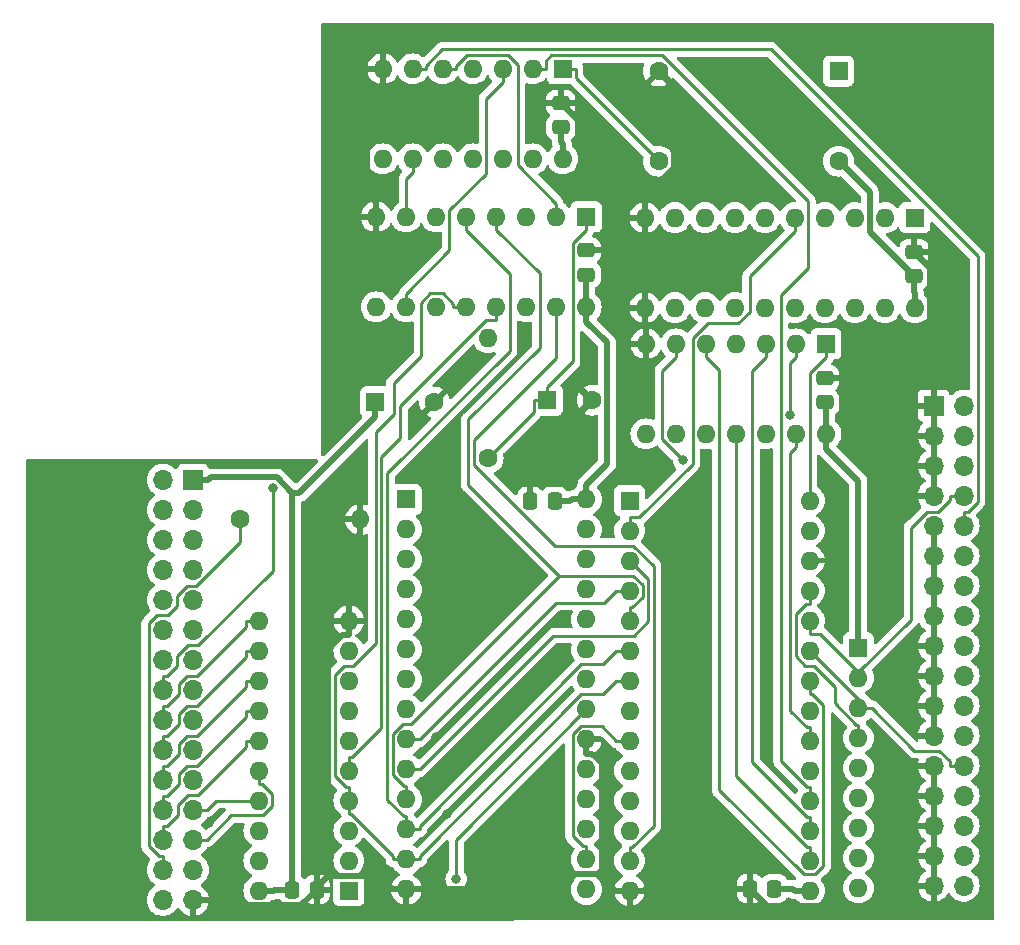
<source format=gbr>
%TF.GenerationSoftware,KiCad,Pcbnew,8.0.3*%
%TF.CreationDate,2024-07-14T11:05:27+01:00*%
%TF.ProjectId,OPD-Computer-One-Disk-Interface,4f50442d-436f-46d7-9075-7465722d4f6e,rev?*%
%TF.SameCoordinates,Original*%
%TF.FileFunction,Copper,L2,Bot*%
%TF.FilePolarity,Positive*%
%FSLAX46Y46*%
G04 Gerber Fmt 4.6, Leading zero omitted, Abs format (unit mm)*
G04 Created by KiCad (PCBNEW 8.0.3) date 2024-07-14 11:05:27*
%MOMM*%
%LPD*%
G01*
G04 APERTURE LIST*
G04 Aperture macros list*
%AMRoundRect*
0 Rectangle with rounded corners*
0 $1 Rounding radius*
0 $2 $3 $4 $5 $6 $7 $8 $9 X,Y pos of 4 corners*
0 Add a 4 corners polygon primitive as box body*
4,1,4,$2,$3,$4,$5,$6,$7,$8,$9,$2,$3,0*
0 Add four circle primitives for the rounded corners*
1,1,$1+$1,$2,$3*
1,1,$1+$1,$4,$5*
1,1,$1+$1,$6,$7*
1,1,$1+$1,$8,$9*
0 Add four rect primitives between the rounded corners*
20,1,$1+$1,$2,$3,$4,$5,0*
20,1,$1+$1,$4,$5,$6,$7,0*
20,1,$1+$1,$6,$7,$8,$9,0*
20,1,$1+$1,$8,$9,$2,$3,0*%
G04 Aperture macros list end*
%TA.AperFunction,ComponentPad*%
%ADD10R,1.600000X1.600000*%
%TD*%
%TA.AperFunction,ComponentPad*%
%ADD11O,1.600000X1.600000*%
%TD*%
%TA.AperFunction,ComponentPad*%
%ADD12R,1.700000X1.700000*%
%TD*%
%TA.AperFunction,ComponentPad*%
%ADD13O,1.700000X1.700000*%
%TD*%
%TA.AperFunction,ComponentPad*%
%ADD14C,1.600000*%
%TD*%
%TA.AperFunction,SMDPad,CuDef*%
%ADD15RoundRect,0.250000X0.475000X-0.337500X0.475000X0.337500X-0.475000X0.337500X-0.475000X-0.337500X0*%
%TD*%
%TA.AperFunction,SMDPad,CuDef*%
%ADD16RoundRect,0.250000X0.337500X0.475000X-0.337500X0.475000X-0.337500X-0.475000X0.337500X-0.475000X0*%
%TD*%
%TA.AperFunction,SMDPad,CuDef*%
%ADD17RoundRect,0.250000X-0.337500X-0.475000X0.337500X-0.475000X0.337500X0.475000X-0.337500X0.475000X0*%
%TD*%
%TA.AperFunction,ViaPad*%
%ADD18C,0.800000*%
%TD*%
%TA.AperFunction,Conductor*%
%ADD19C,0.500000*%
%TD*%
%TA.AperFunction,Conductor*%
%ADD20C,0.250000*%
%TD*%
G04 APERTURE END LIST*
D10*
%TO.P,IC1,1,_CS*%
%TO.N,_1772CS*%
X99125000Y-70400000D03*
D11*
%TO.P,IC1,2,R/W*%
%TO.N,R{slash}W*%
X99125000Y-72940000D03*
%TO.P,IC1,3,A0*%
%TO.N,A0*%
X99125000Y-75480000D03*
%TO.P,IC1,4,A1*%
%TO.N,A1*%
X99125000Y-78020000D03*
%TO.P,IC1,5,DAL0*%
%TO.N,ID0*%
X99125000Y-80560000D03*
%TO.P,IC1,6,DAL1*%
%TO.N,ID1*%
X99125000Y-83100000D03*
%TO.P,IC1,7,DAL2*%
%TO.N,ID2*%
X99125000Y-85640000D03*
%TO.P,IC1,8,DAL3*%
%TO.N,ID3*%
X99125000Y-88180000D03*
%TO.P,IC1,9,DAL4*%
%TO.N,ID4*%
X99125000Y-90720000D03*
%TO.P,IC1,10,DAL5*%
%TO.N,ID5*%
X99125000Y-93260000D03*
%TO.P,IC1,11,DAL6*%
%TO.N,ID6*%
X99125000Y-95800000D03*
%TO.P,IC1,12,DAL7*%
%TO.N,ID7*%
X99125000Y-98340000D03*
%TO.P,IC1,13,_MR*%
%TO.N,_MRESET*%
X99125000Y-100880000D03*
%TO.P,IC1,14,GND*%
%TO.N,GND*%
X99125000Y-103420000D03*
%TO.P,IC1,15,vcc*%
%TO.N,+5V*%
X114365000Y-103420000D03*
%TO.P,IC1,16,STEP*%
%TO.N,ISTEP*%
X114365000Y-100880000D03*
%TO.P,IC1,17,DIRC*%
%TO.N,DIRC*%
X114365000Y-98340000D03*
%TO.P,IC1,18,CLK*%
%TO.N,CLOCK*%
X114365000Y-95800000D03*
%TO.P,IC1,19,_RD*%
%TO.N,_RD*%
X114365000Y-93260000D03*
%TO.P,IC1,20,MO*%
%TO.N,MOTOR*%
X114365000Y-90720000D03*
%TO.P,IC1,21,WG*%
%TO.N,WRT_GATE*%
X114365000Y-88180000D03*
%TO.P,IC1,22,WD*%
%TO.N,WRT_DATA*%
X114365000Y-85640000D03*
%TO.P,IC1,23,_TR00*%
%TO.N,_TRACK0*%
X114365000Y-83100000D03*
%TO.P,IC1,24,_IP*%
%TO.N,INDEX*%
X114365000Y-80560000D03*
%TO.P,IC1,25,_WPRT*%
%TO.N,_WR_PROT*%
X114365000Y-78020000D03*
%TO.P,IC1,26,_DDEN*%
%TO.N,GND*%
X114365000Y-75480000D03*
%TO.P,IC1,27,DRQ*%
%TO.N,unconnected-(IC1-DRQ-Pad27)*%
X114365000Y-72940000D03*
%TO.P,IC1,28,INTRQ*%
%TO.N,INTRQ*%
X114365000Y-70400000D03*
%TD*%
D10*
%TO.P,IC6,1*%
%TO.N,INTRQ*%
X115750000Y-57130000D03*
D11*
%TO.P,IC6,2*%
%TO.N,_INTR*%
X113210000Y-57130000D03*
%TO.P,IC6,3*%
%TO.N,DIRC*%
X110670000Y-57130000D03*
%TO.P,IC6,4*%
%TO.N,DIR*%
X108130000Y-57130000D03*
%TO.P,IC6,5*%
%TO.N,WRT_DATA*%
X105590000Y-57130000D03*
%TO.P,IC6,6*%
%TO.N,_WD*%
X103050000Y-57130000D03*
%TO.P,IC6,7,GND*%
%TO.N,GND*%
X100510000Y-57130000D03*
%TO.P,IC6,8*%
%TO.N,_WE*%
X100510000Y-64750000D03*
%TO.P,IC6,9*%
%TO.N,WRT_GATE*%
X103050000Y-64750000D03*
%TO.P,IC6,10*%
%TO.N,_STEP*%
X105590000Y-64750000D03*
%TO.P,IC6,11*%
%TO.N,ISTEP*%
X108130000Y-64750000D03*
%TO.P,IC6,12*%
%TO.N,MOTORON*%
X110670000Y-64750000D03*
%TO.P,IC6,13*%
%TO.N,MOTOR*%
X113210000Y-64750000D03*
%TO.P,IC6,14,VCC*%
%TO.N,+5V*%
X115750000Y-64750000D03*
%TD*%
D10*
%TO.P,IC7,1*%
%TO.N,OC_CLOCK*%
X93460000Y-33850000D03*
D11*
%TO.P,IC7,2*%
%TO.N,CLOCK*%
X90920000Y-33850000D03*
%TO.P,IC7,3*%
%TO.N,175Q2*%
X88380000Y-33850000D03*
%TO.P,IC7,4*%
%TO.N,_SIDE*%
X85840000Y-33850000D03*
%TO.P,IC7,5*%
%TO.N,175Q0*%
X83300000Y-33850000D03*
%TO.P,IC7,6*%
%TO.N,_SEL0*%
X80760000Y-33850000D03*
%TO.P,IC7,7,GND*%
%TO.N,GND*%
X78220000Y-33850000D03*
%TO.P,IC7,8*%
%TO.N,_SEL1*%
X78220000Y-41470000D03*
%TO.P,IC7,9*%
%TO.N,175Q1*%
X80760000Y-41470000D03*
%TO.P,IC7,10*%
%TO.N,unconnected-(IC7-Pad10)*%
X83300000Y-41470000D03*
%TO.P,IC7,11*%
%TO.N,unconnected-(IC7-Pad11)*%
X85840000Y-41470000D03*
%TO.P,IC7,12*%
%TO.N,unconnected-(IC7-Pad12)*%
X88380000Y-41470000D03*
%TO.P,IC7,13*%
%TO.N,unconnected-(IC7-Pad13)*%
X90920000Y-41470000D03*
%TO.P,IC7,14,VCC*%
%TO.N,+5V*%
X93460000Y-41470000D03*
%TD*%
D12*
%TO.P,J1,1,Pin_1*%
%TO.N,+5V*%
X62150000Y-68650000D03*
D13*
%TO.P,J1,2,Pin_2*%
%TO.N,A14*%
X59610000Y-68650000D03*
%TO.P,J1,3,Pin_3*%
%TO.N,A12*%
X62150000Y-71190000D03*
%TO.P,J1,4,Pin_4*%
%TO.N,A13*%
X59610000Y-71190000D03*
%TO.P,J1,5,Pin_5*%
%TO.N,A7*%
X62150000Y-73730000D03*
%TO.P,J1,6,Pin_6*%
%TO.N,A8*%
X59610000Y-73730000D03*
%TO.P,J1,7,Pin_7*%
%TO.N,A6*%
X62150000Y-76270000D03*
%TO.P,J1,8,Pin_8*%
%TO.N,A9*%
X59610000Y-76270000D03*
%TO.P,J1,9,Pin_9*%
%TO.N,A5*%
X62150000Y-78810000D03*
%TO.P,J1,10,Pin_10*%
%TO.N,A11*%
X59610000Y-78810000D03*
%TO.P,J1,11,Pin_11*%
%TO.N,A4*%
X62150000Y-81350000D03*
%TO.P,J1,12,Pin_12*%
%TO.N,_OE*%
X59610000Y-81350000D03*
%TO.P,J1,13,Pin_13*%
%TO.N,A3*%
X62150000Y-83890000D03*
%TO.P,J1,14,Pin_14*%
%TO.N,A10*%
X59610000Y-83890000D03*
%TO.P,J1,15,Pin_15*%
%TO.N,A2*%
X62150000Y-86430000D03*
%TO.P,J1,16,Pin_16*%
%TO.N,_CE*%
X59610000Y-86430000D03*
%TO.P,J1,17,Pin_17*%
%TO.N,A1*%
X62150000Y-88970000D03*
%TO.P,J1,18,Pin_18*%
%TO.N,D7*%
X59610000Y-88970000D03*
%TO.P,J1,19,Pin_19*%
%TO.N,A0*%
X62150000Y-91510000D03*
%TO.P,J1,20,Pin_20*%
%TO.N,D6*%
X59610000Y-91510000D03*
%TO.P,J1,21,Pin_21*%
%TO.N,D0*%
X62150000Y-94050000D03*
%TO.P,J1,22,Pin_22*%
%TO.N,D5*%
X59610000Y-94050000D03*
%TO.P,J1,23,Pin_23*%
%TO.N,D1*%
X62150000Y-96590000D03*
%TO.P,J1,24,Pin_24*%
%TO.N,D4*%
X59610000Y-96590000D03*
%TO.P,J1,25,Pin_25*%
%TO.N,D2*%
X62150000Y-99130000D03*
%TO.P,J1,26,Pin_26*%
%TO.N,D3*%
X59610000Y-99130000D03*
%TO.P,J1,27,Pin_27*%
%TO.N,R{slash}W*%
X62150000Y-101670000D03*
%TO.P,J1,28,Pin_28*%
%TO.N,_MODULE_DETECT*%
X59610000Y-101670000D03*
%TO.P,J1,29,Pin_29*%
%TO.N,GND*%
X62150000Y-104210000D03*
%TO.P,J1,30,Pin_30*%
%TO.N,_INTR*%
X59610000Y-104210000D03*
%TD*%
D10*
%TO.P,IC5,1,I1/CLK*%
%TO.N,_OE*%
X123275000Y-46450000D03*
D11*
%TO.P,IC5,2,I2*%
%TO.N,_CE*%
X120735000Y-46450000D03*
%TO.P,IC5,3,I3*%
%TO.N,A13*%
X118195000Y-46450000D03*
%TO.P,IC5,4,I4*%
%TO.N,A14*%
X115655000Y-46450000D03*
%TO.P,IC5,5,I5*%
%TO.N,R{slash}W*%
X113115000Y-46450000D03*
%TO.P,IC5,6,I6*%
%TO.N,unconnected-(IC5-I6-Pad6)*%
X110575000Y-46450000D03*
%TO.P,IC5,7,I7*%
%TO.N,unconnected-(IC5-I7-Pad7)*%
X108035000Y-46450000D03*
%TO.P,IC5,8,I8*%
%TO.N,unconnected-(IC5-I8-Pad8)*%
X105495000Y-46450000D03*
%TO.P,IC5,9,I9*%
%TO.N,unconnected-(IC5-I9-Pad9)*%
X102955000Y-46450000D03*
%TO.P,IC5,10,GND*%
%TO.N,GND*%
X100415000Y-46450000D03*
%TO.P,IC5,11,I10/~{OE}*%
X100415000Y-54070000D03*
%TO.P,IC5,12,IO8*%
%TO.N,unconnected-(IC5-IO8-Pad12)*%
X102955000Y-54070000D03*
%TO.P,IC5,13,IO7*%
%TO.N,unconnected-(IC5-IO7-Pad13)*%
X105495000Y-54070000D03*
%TO.P,IC5,14,IO6*%
%TO.N,unconnected-(IC5-IO6-Pad14)*%
X108035000Y-54070000D03*
%TO.P,IC5,15,IO5*%
%TO.N,unconnected-(IC5-IO5-Pad15)*%
X110575000Y-54070000D03*
%TO.P,IC5,16,IO4*%
%TO.N,unconnected-(IC5-IO4-Pad16)*%
X113115000Y-54070000D03*
%TO.P,IC5,17,I03*%
%TO.N,_1772CS*%
X115655000Y-54070000D03*
%TO.P,IC5,18,IO2*%
%TO.N,175CP*%
X118195000Y-54070000D03*
%TO.P,IC5,19,IO1*%
%TO.N,_ROMOE*%
X120735000Y-54070000D03*
%TO.P,IC5,20,VCC*%
%TO.N,+5V*%
X123275000Y-54070000D03*
%TD*%
D10*
%TO.P,X1,1,EN*%
%TO.N,unconnected-(X1-EN-Pad1)*%
X116820000Y-34040000D03*
D14*
%TO.P,X1,7,GND*%
%TO.N,GND*%
X101580000Y-34040000D03*
%TO.P,X1,8,OUT*%
%TO.N,OC_CLOCK*%
X101580000Y-41660000D03*
%TO.P,X1,14,Vcc*%
%TO.N,+5V*%
X116820000Y-41660000D03*
%TD*%
D10*
%TO.P,IC3,1,A->B*%
%TO.N,R{slash}W*%
X75350000Y-103425000D03*
D11*
%TO.P,IC3,2,A0*%
%TO.N,ID0*%
X75350000Y-100885000D03*
%TO.P,IC3,3,A1*%
%TO.N,ID1*%
X75350000Y-98345000D03*
%TO.P,IC3,4,A2*%
%TO.N,ID2*%
X75350000Y-95805000D03*
%TO.P,IC3,5,A3*%
%TO.N,ID3*%
X75350000Y-93265000D03*
%TO.P,IC3,6,A4*%
%TO.N,ID4*%
X75350000Y-90725000D03*
%TO.P,IC3,7,A5*%
%TO.N,ID5*%
X75350000Y-88185000D03*
%TO.P,IC3,8,A6*%
%TO.N,ID6*%
X75350000Y-85645000D03*
%TO.P,IC3,9,A7*%
%TO.N,ID7*%
X75350000Y-83105000D03*
%TO.P,IC3,10,GND*%
%TO.N,GND*%
X75350000Y-80565000D03*
%TO.P,IC3,11,B7*%
%TO.N,D7*%
X67730000Y-80565000D03*
%TO.P,IC3,12,B6*%
%TO.N,D6*%
X67730000Y-83105000D03*
%TO.P,IC3,13,B5*%
%TO.N,D5*%
X67730000Y-85645000D03*
%TO.P,IC3,14,B4*%
%TO.N,D4*%
X67730000Y-88185000D03*
%TO.P,IC3,15,B3*%
%TO.N,D3*%
X67730000Y-90725000D03*
%TO.P,IC3,16,B2*%
%TO.N,D2*%
X67730000Y-93265000D03*
%TO.P,IC3,17,B1*%
%TO.N,D1*%
X67730000Y-95805000D03*
%TO.P,IC3,18,B0*%
%TO.N,D0*%
X67730000Y-98345000D03*
%TO.P,IC3,19,CE*%
%TO.N,_CE*%
X67730000Y-100885000D03*
%TO.P,IC3,20,VCC*%
%TO.N,+5V*%
X67730000Y-103425000D03*
%TD*%
D10*
%TO.P,C2,1*%
%TO.N,+5V*%
X77597300Y-62050000D03*
D14*
%TO.P,C2,2*%
%TO.N,GND*%
X82597300Y-62050000D03*
%TD*%
D10*
%TO.P,C1,1*%
%TO.N,Net-(IC4-~{Mr})*%
X92147300Y-61900000D03*
D14*
%TO.P,C1,2*%
%TO.N,GND*%
X95947300Y-61900000D03*
%TD*%
%TO.P,R2,1*%
%TO.N,_MODULE_DETECT*%
X66170000Y-72000000D03*
D11*
%TO.P,R2,2*%
%TO.N,GND*%
X76330000Y-72000000D03*
%TD*%
D14*
%TO.P,R1,1*%
%TO.N,Net-(IC4-~{Mr})*%
X87150000Y-66780000D03*
D11*
%TO.P,R1,2*%
%TO.N,+5V*%
X87150000Y-56620000D03*
%TD*%
D10*
%TO.P,RN1,1,common*%
%TO.N,+5V*%
X118500000Y-82870000D03*
D11*
%TO.P,RN1,2,R1*%
%TO.N,INDEX*%
X118500000Y-85410000D03*
%TO.P,RN1,3,R2*%
%TO.N,_TRACK0*%
X118500000Y-87950000D03*
%TO.P,RN1,4,R3*%
%TO.N,_WR_PROT*%
X118500000Y-90490000D03*
%TO.P,RN1,5,R4*%
%TO.N,_RD*%
X118500000Y-93030000D03*
%TO.P,RN1,6,R5*%
%TO.N,unconnected-(RN1-R5-Pad6)*%
X118500000Y-95570000D03*
%TO.P,RN1,7,R6*%
%TO.N,unconnected-(RN1-R6-Pad7)*%
X118500000Y-98110000D03*
%TO.P,RN1,8,R7*%
%TO.N,unconnected-(RN1-R7-Pad8)*%
X118500000Y-100650000D03*
%TO.P,RN1,9,R8*%
%TO.N,CLOCK*%
X118500000Y-103190000D03*
%TD*%
D10*
%TO.P,IC4,1,~{Mr}*%
%TO.N,Net-(IC4-~{Mr})*%
X95450000Y-46380000D03*
D11*
%TO.P,IC4,2,Q0*%
%TO.N,175Q0*%
X92910000Y-46380000D03*
%TO.P,IC4,3,~{Q0}*%
%TO.N,unconnected-(IC4-~{Q0}-Pad3)*%
X90370000Y-46380000D03*
%TO.P,IC4,4,D0*%
%TO.N,ID0*%
X87830000Y-46380000D03*
%TO.P,IC4,5,D1*%
%TO.N,ID1*%
X85290000Y-46380000D03*
%TO.P,IC4,6,~{Q1}*%
%TO.N,unconnected-(IC4-~{Q1}-Pad6)*%
X82750000Y-46380000D03*
%TO.P,IC4,7,Q1*%
%TO.N,175Q1*%
X80210000Y-46380000D03*
%TO.P,IC4,8,GND*%
%TO.N,GND*%
X77670000Y-46380000D03*
%TO.P,IC4,9,Cp*%
%TO.N,175CP*%
X77670000Y-54000000D03*
%TO.P,IC4,10,Q2*%
%TO.N,175Q2*%
X80210000Y-54000000D03*
%TO.P,IC4,11,~{Q2}*%
%TO.N,unconnected-(IC4-~{Q2}-Pad11)*%
X82750000Y-54000000D03*
%TO.P,IC4,12,D2*%
%TO.N,ID2*%
X85290000Y-54000000D03*
%TO.P,IC4,13,D3*%
%TO.N,ID3*%
X87830000Y-54000000D03*
%TO.P,IC4,14,~{Q3}*%
%TO.N,unconnected-(IC4-~{Q3}-Pad14)*%
X90370000Y-54000000D03*
%TO.P,IC4,15,Q3*%
%TO.N,_MRESET*%
X92910000Y-54000000D03*
%TO.P,IC4,16,VCC*%
%TO.N,+5V*%
X95450000Y-54000000D03*
%TD*%
D12*
%TO.P,J2,1,Pin_1*%
%TO.N,GND*%
X124860000Y-62360000D03*
D13*
%TO.P,J2,2,Pin_2*%
%TO.N,unconnected-(J2-Pin_2-Pad2)*%
X127400000Y-62360000D03*
%TO.P,J2,3,Pin_3*%
%TO.N,GND*%
X124860000Y-64900000D03*
%TO.P,J2,4,Pin_4*%
%TO.N,unconnected-(J2-Pin_4-Pad4)*%
X127400000Y-64900000D03*
%TO.P,J2,5,Pin_5*%
%TO.N,GND*%
X124860000Y-67440000D03*
%TO.P,J2,6,Pin_6*%
%TO.N,unconnected-(J2-Pin_6-Pad6)*%
X127400000Y-67440000D03*
%TO.P,J2,7,Pin_7*%
%TO.N,GND*%
X124860000Y-69980000D03*
%TO.P,J2,8,Pin_8*%
%TO.N,INDEX*%
X127400000Y-69980000D03*
%TO.P,J2,9,Pin_9*%
%TO.N,GND*%
X124860000Y-72520000D03*
%TO.P,J2,10,Pin_10*%
%TO.N,_SEL0*%
X127400000Y-72520000D03*
%TO.P,J2,11,Pin_11*%
%TO.N,GND*%
X124860000Y-75060000D03*
%TO.P,J2,12,Pin_12*%
%TO.N,_SEL1*%
X127400000Y-75060000D03*
%TO.P,J2,13,Pin_13*%
%TO.N,GND*%
X124860000Y-77600000D03*
%TO.P,J2,14,Pin_14*%
%TO.N,unconnected-(J2-Pin_14-Pad14)*%
X127400000Y-77600000D03*
%TO.P,J2,15,Pin_15*%
%TO.N,GND*%
X124860000Y-80140000D03*
%TO.P,J2,16,Pin_16*%
%TO.N,MOTORON*%
X127400000Y-80140000D03*
%TO.P,J2,17,Pin_17*%
%TO.N,GND*%
X124860000Y-82680000D03*
%TO.P,J2,18,Pin_18*%
%TO.N,DIR*%
X127400000Y-82680000D03*
%TO.P,J2,19,Pin_19*%
%TO.N,GND*%
X124860000Y-85220000D03*
%TO.P,J2,20,Pin_20*%
%TO.N,_STEP*%
X127400000Y-85220000D03*
%TO.P,J2,21,Pin_21*%
%TO.N,GND*%
X124860000Y-87760000D03*
%TO.P,J2,22,Pin_22*%
%TO.N,_WD*%
X127400000Y-87760000D03*
%TO.P,J2,23,Pin_23*%
%TO.N,GND*%
X124860000Y-90300000D03*
%TO.P,J2,24,Pin_24*%
%TO.N,_WE*%
X127400000Y-90300000D03*
%TO.P,J2,25,Pin_25*%
%TO.N,GND*%
X124860000Y-92840000D03*
%TO.P,J2,26,Pin_26*%
%TO.N,_TRACK0*%
X127400000Y-92840000D03*
%TO.P,J2,27,Pin_27*%
%TO.N,GND*%
X124860000Y-95380000D03*
%TO.P,J2,28,Pin_28*%
%TO.N,_WR_PROT*%
X127400000Y-95380000D03*
%TO.P,J2,29,Pin_29*%
%TO.N,GND*%
X124860000Y-97920000D03*
%TO.P,J2,30,Pin_30*%
%TO.N,_RD*%
X127400000Y-97920000D03*
%TO.P,J2,31,Pin_31*%
%TO.N,GND*%
X124860000Y-100460000D03*
%TO.P,J2,32,Pin_32*%
%TO.N,_SIDE*%
X127400000Y-100460000D03*
%TO.P,J2,33,Pin_33*%
%TO.N,GND*%
X124860000Y-103000000D03*
%TO.P,J2,34,Pin_34*%
%TO.N,unconnected-(J2-Pin_34-Pad34)*%
X127400000Y-103000000D03*
%TD*%
D10*
%TO.P,IC2,1,VPP*%
%TO.N,unconnected-(IC2-VPP-Pad1)*%
X80225000Y-70300000D03*
D11*
%TO.P,IC2,2,A12*%
%TO.N,A12*%
X80225000Y-72840000D03*
%TO.P,IC2,3,A7*%
%TO.N,A7*%
X80225000Y-75380000D03*
%TO.P,IC2,4,A6*%
%TO.N,A6*%
X80225000Y-77920000D03*
%TO.P,IC2,5,A5*%
%TO.N,A5*%
X80225000Y-80460000D03*
%TO.P,IC2,6,A4*%
%TO.N,A4*%
X80225000Y-83000000D03*
%TO.P,IC2,7,A3*%
%TO.N,A3*%
X80225000Y-85540000D03*
%TO.P,IC2,8,A2*%
%TO.N,A2*%
X80225000Y-88080000D03*
%TO.P,IC2,9,A1*%
%TO.N,A1*%
X80225000Y-90620000D03*
%TO.P,IC2,10,A0*%
%TO.N,A0*%
X80225000Y-93160000D03*
%TO.P,IC2,11,D0*%
%TO.N,ID0*%
X80225000Y-95700000D03*
%TO.P,IC2,12,D1*%
%TO.N,ID1*%
X80225000Y-98240000D03*
%TO.P,IC2,13,D2*%
%TO.N,ID2*%
X80225000Y-100780000D03*
%TO.P,IC2,14,GND*%
%TO.N,GND*%
X80225000Y-103320000D03*
%TO.P,IC2,15,D3*%
%TO.N,ID3*%
X95465000Y-103320000D03*
%TO.P,IC2,16,D4*%
%TO.N,ID4*%
X95465000Y-100780000D03*
%TO.P,IC2,17,D5*%
%TO.N,ID5*%
X95465000Y-98240000D03*
%TO.P,IC2,18,D6*%
%TO.N,ID6*%
X95465000Y-95700000D03*
%TO.P,IC2,19,D7*%
%TO.N,ID7*%
X95465000Y-93160000D03*
%TO.P,IC2,20,~{CE}*%
%TO.N,GND*%
X95465000Y-90620000D03*
%TO.P,IC2,21,A10*%
%TO.N,A10*%
X95465000Y-88080000D03*
%TO.P,IC2,22,~{OE}*%
%TO.N,_ROMOE*%
X95465000Y-85540000D03*
%TO.P,IC2,23,A11*%
%TO.N,A11*%
X95465000Y-83000000D03*
%TO.P,IC2,24,A9*%
%TO.N,A9*%
X95465000Y-80460000D03*
%TO.P,IC2,25,A8*%
%TO.N,A8*%
X95465000Y-77920000D03*
%TO.P,IC2,26,A13*%
%TO.N,A13*%
X95465000Y-75380000D03*
%TO.P,IC2,27,~{PGM}*%
%TO.N,unconnected-(IC2-~{PGM}-Pad27)*%
X95465000Y-72840000D03*
%TO.P,IC2,28,VCC*%
%TO.N,+5V*%
X95465000Y-70300000D03*
%TD*%
D15*
%TO.P,CD7,1*%
%TO.N,+5V*%
X93300000Y-38800000D03*
%TO.P,CD7,2*%
%TO.N,GND*%
X93300000Y-36725000D03*
%TD*%
%TO.P,CD6,1*%
%TO.N,+5V*%
X115650000Y-62100000D03*
%TO.P,CD6,2*%
%TO.N,GND*%
X115650000Y-60025000D03*
%TD*%
%TO.P,CD4,1*%
%TO.N,+5V*%
X95450000Y-51287500D03*
%TO.P,CD4,2*%
%TO.N,GND*%
X95450000Y-49212500D03*
%TD*%
%TO.P,CD5,1*%
%TO.N,+5V*%
X123200000Y-51400000D03*
%TO.P,CD5,2*%
%TO.N,GND*%
X123200000Y-49325000D03*
%TD*%
D16*
%TO.P,CD2,1*%
%TO.N,+5V*%
X92787500Y-70450000D03*
%TO.P,CD2,2*%
%TO.N,GND*%
X90712500Y-70450000D03*
%TD*%
%TO.P,CD1,1*%
%TO.N,+5V*%
X111387500Y-103250000D03*
%TO.P,CD1,2*%
%TO.N,GND*%
X109312500Y-103250000D03*
%TD*%
D17*
%TO.P,CD3,1*%
%TO.N,+5V*%
X70562500Y-103350000D03*
%TO.P,CD3,2*%
%TO.N,GND*%
X72637500Y-103350000D03*
%TD*%
D18*
%TO.N,GND*%
X86100000Y-78150000D03*
X96600000Y-41650000D03*
X72250000Y-83050000D03*
X126950000Y-56850000D03*
X55900000Y-86700000D03*
X72500000Y-94300000D03*
X119150000Y-57300000D03*
X116550000Y-80500000D03*
X110700000Y-71400000D03*
X110700000Y-80050000D03*
X101250000Y-73450000D03*
X83800000Y-93050000D03*
X72300000Y-85500000D03*
X101000000Y-67300000D03*
X63550000Y-97700000D03*
X65150000Y-100600000D03*
X91550000Y-96700000D03*
X82750000Y-90450000D03*
X93300000Y-80600000D03*
X92000000Y-94850000D03*
X121750000Y-85000000D03*
X71750000Y-101400000D03*
X72200000Y-90300000D03*
X72150000Y-87950000D03*
X86250000Y-75500000D03*
X92900000Y-93000000D03*
X110950000Y-36150000D03*
X83700000Y-96950000D03*
X108600000Y-48900000D03*
X83950000Y-80400000D03*
X116600000Y-78350000D03*
X104450000Y-74100000D03*
X77950000Y-101200000D03*
X110750000Y-74850000D03*
X125250000Y-35350000D03*
X90800000Y-98500000D03*
X106800000Y-41650000D03*
X94500000Y-44150000D03*
%TO.N,A10*%
X84440300Y-102432700D03*
%TO.N,_CE*%
X68892000Y-69300100D03*
%TO.N,_INTR*%
X112672200Y-63174700D03*
%TO.N,_WD*%
X103685000Y-67000000D03*
%TD*%
D19*
%TO.N,+5V*%
X95450000Y-55250100D02*
X97211200Y-57011300D01*
X115650000Y-62100000D02*
X115750000Y-62200000D01*
X114365000Y-103420000D02*
X113114900Y-103420000D01*
X95450000Y-51287500D02*
X95450000Y-54000000D01*
X123275000Y-52819900D02*
X123200000Y-52744900D01*
X118500000Y-68750100D02*
X118500000Y-82870000D01*
X70562500Y-103350000D02*
X70562500Y-69736000D01*
X77597300Y-62050000D02*
X77597300Y-63300100D01*
X94064900Y-70450000D02*
X94214900Y-70300000D01*
X119465000Y-47665000D02*
X123200000Y-51400000D01*
X70562500Y-103350000D02*
X69055100Y-103350000D01*
X62150000Y-68650000D02*
X63450100Y-68650000D01*
X115750000Y-62200000D02*
X115750000Y-64750000D01*
X93460000Y-41470000D02*
X93460000Y-40219900D01*
X95465000Y-70300000D02*
X94214900Y-70300000D01*
X93460000Y-40219900D02*
X93300000Y-40059900D01*
X92787500Y-70450000D02*
X94064900Y-70450000D01*
X119465000Y-44305000D02*
X119465000Y-47665000D01*
X95450000Y-54000000D02*
X95450000Y-55250100D01*
X111387500Y-103250000D02*
X112944900Y-103250000D01*
X93300000Y-40059900D02*
X93300000Y-38800000D01*
X112944900Y-103250000D02*
X113114900Y-103420000D01*
X123275000Y-54070000D02*
X123275000Y-52819900D01*
X70562500Y-69736000D02*
X69275700Y-68449200D01*
X97211200Y-57011300D02*
X97211200Y-67303700D01*
X67730000Y-103425000D02*
X68980100Y-103425000D01*
X123200000Y-52744900D02*
X123200000Y-51400000D01*
X70562500Y-69736000D02*
X71161400Y-69736000D01*
X116820000Y-41660000D02*
X119465000Y-44305000D01*
X69055100Y-103350000D02*
X68980100Y-103425000D01*
X95465000Y-70300000D02*
X95465000Y-69049900D01*
X71161400Y-69736000D02*
X77597300Y-63300100D01*
X115750000Y-64750000D02*
X115750000Y-66000100D01*
X97211200Y-67303700D02*
X95465000Y-69049900D01*
X69275700Y-68449200D02*
X63650900Y-68449200D01*
X63650900Y-68449200D02*
X63450100Y-68650000D01*
X115750000Y-66000100D02*
X118500000Y-68750100D01*
%TO.N,GND*%
X77809900Y-102155000D02*
X78974900Y-103320000D01*
X124860000Y-77600000D02*
X124860000Y-75060000D01*
X63450100Y-104210000D02*
X63919700Y-104679600D01*
X63919700Y-104679600D02*
X71307900Y-104679600D01*
X124860000Y-62360000D02*
X124860000Y-60336300D01*
X124860000Y-67440000D02*
X124860000Y-64900000D01*
X124548700Y-60025000D02*
X115650000Y-60025000D01*
X77670000Y-45129900D02*
X76916700Y-44376600D01*
X73625100Y-102155000D02*
X77809900Y-102155000D01*
X124860000Y-87760000D02*
X124860000Y-85220000D01*
X124860000Y-95380000D02*
X124860000Y-92840000D01*
X96504900Y-102050000D02*
X96754800Y-101800100D01*
X110784400Y-104721900D02*
X121838000Y-104721900D01*
X71307900Y-104679600D02*
X72637500Y-103350000D01*
X75350000Y-74230100D02*
X75350000Y-80565000D01*
X77670000Y-46380000D02*
X77670000Y-45129900D01*
X124860000Y-103000000D02*
X123559900Y-103000000D01*
X95947300Y-61900000D02*
X90712500Y-67134800D01*
X76916700Y-36403400D02*
X78220000Y-35100100D01*
X124548700Y-50673700D02*
X123200000Y-49325000D01*
X124860000Y-97920000D02*
X124860000Y-95380000D01*
X99125000Y-103420000D02*
X100375100Y-103420000D01*
X100415000Y-54070000D02*
X100415000Y-52819900D01*
X90712500Y-67134800D02*
X90712500Y-70450000D01*
X124548700Y-60025000D02*
X124548700Y-50673700D01*
X109312500Y-103250000D02*
X110784400Y-104721900D01*
X124860000Y-90300000D02*
X124860000Y-87760000D01*
X72637500Y-103350000D02*
X72637500Y-103142600D01*
X78220000Y-33850000D02*
X78220000Y-35100100D01*
X100510000Y-55879900D02*
X100415000Y-55784900D01*
X100415000Y-46450000D02*
X100415000Y-47700100D01*
X100415000Y-49212500D02*
X100415000Y-47700100D01*
X96754800Y-101800100D02*
X96754800Y-92641900D01*
X124860000Y-85220000D02*
X124860000Y-82680000D01*
X96754800Y-92641900D02*
X95983000Y-91870100D01*
X96504900Y-102050000D02*
X97874900Y-103420000D01*
X76330000Y-73250100D02*
X75350000Y-74230100D01*
X75350000Y-81815100D02*
X74803100Y-81815100D01*
X124860000Y-103000000D02*
X124860000Y-100460000D01*
X100547500Y-45067400D02*
X100547500Y-43972500D01*
X124860000Y-80140000D02*
X124860000Y-77600000D01*
X102841700Y-42225700D02*
X102841700Y-35301700D01*
X76916700Y-44376600D02*
X76916700Y-36403400D01*
X99125000Y-103420000D02*
X97874900Y-103420000D01*
X102841700Y-35301700D02*
X101580000Y-34040000D01*
X80225000Y-103320000D02*
X89293900Y-103320000D01*
X124860000Y-60336300D02*
X124548700Y-60025000D01*
X100545100Y-103250000D02*
X109312500Y-103250000D01*
X124860000Y-75060000D02*
X124860000Y-72520000D01*
X100547500Y-43972500D02*
X101094900Y-43972500D01*
X100375100Y-103420000D02*
X100545100Y-103250000D01*
X89293900Y-103320000D02*
X90563900Y-102050000D01*
X76330000Y-72000000D02*
X76330000Y-73250100D01*
X80225000Y-103320000D02*
X78974900Y-103320000D01*
X73625100Y-82993100D02*
X73625100Y-102155000D01*
X95450000Y-49212500D02*
X100415000Y-49212500D01*
X101094900Y-43972500D02*
X102841700Y-42225700D01*
X100415000Y-45199900D02*
X100547500Y-45067400D01*
X75350000Y-80565000D02*
X75350000Y-81815100D01*
X100415000Y-55784900D02*
X100415000Y-54070000D01*
X72637500Y-103142600D02*
X73625100Y-102155000D01*
X124860000Y-64900000D02*
X124860000Y-62360000D01*
X90563900Y-102050000D02*
X96504900Y-102050000D01*
X100415000Y-52819900D02*
X100415000Y-49212500D01*
X95465000Y-90620000D02*
X95465000Y-91870100D01*
X74803100Y-81815100D02*
X73625100Y-82993100D01*
X124860000Y-82680000D02*
X124860000Y-80140000D01*
X62150000Y-104210000D02*
X63450100Y-104210000D01*
X124860000Y-69980000D02*
X124860000Y-67440000D01*
X95983000Y-91870100D02*
X95465000Y-91870100D01*
X100510000Y-57130000D02*
X100510000Y-55879900D01*
X100415000Y-46450000D02*
X100415000Y-45199900D01*
X100547500Y-43972500D02*
X93300000Y-36725000D01*
X121838000Y-104721900D02*
X123559900Y-103000000D01*
D20*
%TO.N,Net-(IC4-~{Mr})*%
X91022200Y-62907800D02*
X91022200Y-61900000D01*
X94324900Y-48630200D02*
X95450000Y-47505100D01*
X87150000Y-66780000D02*
X91022200Y-62907800D01*
X92147300Y-60774900D02*
X94324900Y-58597300D01*
X92147300Y-61900000D02*
X92147300Y-60774900D01*
X95450000Y-46380000D02*
X95450000Y-47505100D01*
X94324900Y-58597300D02*
X94324900Y-48630200D01*
X92147300Y-61900000D02*
X91022200Y-61900000D01*
%TO.N,A0*%
X99464500Y-81830000D02*
X100717300Y-80577200D01*
X92680100Y-81830000D02*
X99464500Y-81830000D01*
X80225000Y-93160000D02*
X81350100Y-93160000D01*
X100717300Y-77072300D02*
X99125000Y-75480000D01*
X81350100Y-93160000D02*
X92680100Y-81830000D01*
X100717300Y-80577200D02*
X100717300Y-77072300D01*
%TO.N,A1*%
X99125000Y-78020000D02*
X97999900Y-78020000D01*
X92921800Y-79048300D02*
X96971600Y-79048300D01*
X96971600Y-79048300D02*
X97999900Y-78020000D01*
X80225000Y-90620000D02*
X81350100Y-90620000D01*
X81350100Y-90620000D02*
X92921800Y-79048300D01*
%TO.N,ID0*%
X91500100Y-51175200D02*
X91500100Y-57515600D01*
X79091600Y-90149700D02*
X79900100Y-89341200D01*
X79900100Y-89341200D02*
X80576900Y-89341200D01*
X80576900Y-89341200D02*
X93168100Y-76750000D01*
X79091600Y-93677100D02*
X79091600Y-90149700D01*
X91500100Y-57515600D02*
X85483800Y-63531900D01*
X87830000Y-46380000D02*
X87830000Y-47505100D01*
X100267200Y-78525800D02*
X99358100Y-79434900D01*
X99358100Y-79434900D02*
X99125000Y-79434900D01*
X93168100Y-76750000D02*
X99453400Y-76750000D01*
X87830000Y-47505100D02*
X91500100Y-51175200D01*
X100267200Y-77563800D02*
X100267200Y-78525800D01*
X80225000Y-95700000D02*
X80225000Y-94574900D01*
X80225000Y-94574900D02*
X79989400Y-94574900D01*
X99453400Y-76750000D02*
X100267200Y-77563800D01*
X99125000Y-80560000D02*
X99125000Y-79434900D01*
X85483800Y-69065700D02*
X93168100Y-76750000D01*
X85483800Y-63531900D02*
X85483800Y-69065700D01*
X79989400Y-94574900D02*
X79091600Y-93677100D01*
%TO.N,ID1*%
X96829900Y-84270000D02*
X97999900Y-83100000D01*
X78616900Y-68085600D02*
X78616900Y-95740000D01*
X95038800Y-84270000D02*
X96829900Y-84270000D01*
X81350100Y-97958700D02*
X95038800Y-84270000D01*
X88965800Y-51180900D02*
X88965800Y-57736700D01*
X85290000Y-46380000D02*
X85290000Y-47505100D01*
X99125000Y-83100000D02*
X97999900Y-83100000D01*
X88965800Y-57736700D02*
X78616900Y-68085600D01*
X85290000Y-47505100D02*
X88965800Y-51180900D01*
X81350100Y-98240000D02*
X81350100Y-97958700D01*
X80225000Y-98240000D02*
X81350100Y-98240000D01*
X80225000Y-98240000D02*
X80225000Y-97114900D01*
X78616900Y-95740000D02*
X79991800Y-97114900D01*
X79991800Y-97114900D02*
X80225000Y-97114900D01*
%TO.N,ID2*%
X77635500Y-82441000D02*
X75701500Y-84375000D01*
X95038800Y-86810000D02*
X96829900Y-86810000D01*
X83305700Y-52859500D02*
X82263000Y-52859500D01*
X75533100Y-96930100D02*
X79099900Y-100496900D01*
X79150900Y-63044400D02*
X77635500Y-64559800D01*
X79099900Y-100496900D02*
X79099900Y-100780000D01*
X75350000Y-95805000D02*
X75350000Y-96930100D01*
X75350000Y-95805000D02*
X75350000Y-94679900D01*
X74200300Y-85137800D02*
X74200300Y-93763400D01*
X84164900Y-54000000D02*
X84164900Y-53718700D01*
X77635500Y-64559800D02*
X77635500Y-82441000D01*
X85290000Y-54000000D02*
X84164900Y-54000000D01*
X80225000Y-100780000D02*
X81350100Y-100780000D01*
X74200300Y-93763400D02*
X75116800Y-94679900D01*
X79676700Y-100780000D02*
X79099900Y-100780000D01*
X81350100Y-100498700D02*
X95038800Y-86810000D01*
X75116800Y-94679900D02*
X75350000Y-94679900D01*
X74963100Y-84375000D02*
X74200300Y-85137800D01*
X79676700Y-100780000D02*
X80225000Y-100780000D01*
X96829900Y-86810000D02*
X97999900Y-85640000D01*
X75701500Y-84375000D02*
X74963100Y-84375000D01*
X84164900Y-53718700D02*
X83305700Y-52859500D01*
X82263000Y-52859500D02*
X81480000Y-53642500D01*
X99125000Y-85640000D02*
X97999900Y-85640000D01*
X75350000Y-96930100D02*
X75533100Y-96930100D01*
X81350100Y-100780000D02*
X81350100Y-100498700D01*
X81480000Y-58123500D02*
X79150900Y-60452600D01*
X81480000Y-53642500D02*
X81480000Y-58123500D01*
X79150900Y-60452600D02*
X79150900Y-63044400D01*
%TO.N,ID3*%
X75583100Y-92139900D02*
X75350000Y-92139900D01*
X78085700Y-66726600D02*
X78085700Y-89637300D01*
X78085700Y-89637300D02*
X75583100Y-92139900D01*
X75350000Y-93265000D02*
X75350000Y-92139900D01*
X79710900Y-62400400D02*
X79710900Y-65101400D01*
X87830000Y-55125100D02*
X86986200Y-55125100D01*
X87830000Y-54000000D02*
X87830000Y-55125100D01*
X86986200Y-55125100D02*
X79710900Y-62400400D01*
X79710900Y-65101400D02*
X78085700Y-66726600D01*
%TO.N,ID4*%
X94318100Y-90173600D02*
X95016600Y-89475100D01*
X96755000Y-89475100D02*
X97999900Y-90720000D01*
X95016600Y-89475100D02*
X96755000Y-89475100D01*
X95465000Y-99654900D02*
X95183700Y-99654900D01*
X94318100Y-98789300D02*
X94318100Y-90173600D01*
X95465000Y-100780000D02*
X95465000Y-99654900D01*
X99125000Y-90720000D02*
X97999900Y-90720000D01*
X95183700Y-99654900D02*
X94318100Y-98789300D01*
%TO.N,_MRESET*%
X99447800Y-74210000D02*
X101176200Y-75938400D01*
X92910000Y-54000000D02*
X92910000Y-58331300D01*
X85979400Y-65261900D02*
X85979400Y-67392700D01*
X92796700Y-74210000D02*
X99447800Y-74210000D01*
X85979400Y-67392700D02*
X92796700Y-74210000D01*
X92910000Y-58331300D02*
X85979400Y-65261900D01*
X99125000Y-100880000D02*
X99125000Y-99754900D01*
X101176200Y-75938400D02*
X101176200Y-97936800D01*
X99358100Y-99754900D02*
X99125000Y-99754900D01*
X101176200Y-97936800D02*
X99358100Y-99754900D01*
%TO.N,ISTEP*%
X114365000Y-99754900D02*
X114131800Y-99754900D01*
X108130000Y-93753100D02*
X108130000Y-64750000D01*
X114365000Y-100880000D02*
X114365000Y-99754900D01*
X114131800Y-99754900D02*
X108130000Y-93753100D01*
%TO.N,DIRC*%
X109511900Y-92547400D02*
X109511900Y-59413200D01*
X109511900Y-59413200D02*
X110670000Y-58255100D01*
X114179400Y-97214900D02*
X109511900Y-92547400D01*
X114365000Y-97214900D02*
X114179400Y-97214900D01*
X114365000Y-98340000D02*
X114365000Y-97214900D01*
X110670000Y-57130000D02*
X110670000Y-58255100D01*
%TO.N,CLOCK*%
X114240400Y-45051300D02*
X114240400Y-50704300D01*
X114365000Y-95800000D02*
X114365000Y-94674900D01*
X111940000Y-53004700D02*
X111940000Y-92483100D01*
X114131800Y-94674900D02*
X114365000Y-94674900D01*
X114240400Y-50704300D02*
X111940000Y-53004700D01*
X90920000Y-33850000D02*
X92045100Y-33850000D01*
X101905800Y-32716700D02*
X114240400Y-45051300D01*
X92045100Y-33850000D02*
X92045100Y-33146800D01*
X92045100Y-33146800D02*
X92475200Y-32716700D01*
X92475200Y-32716700D02*
X101905800Y-32716700D01*
X111940000Y-92483100D02*
X114131800Y-94674900D01*
%TO.N,MOTOR*%
X113210000Y-65875100D02*
X112743900Y-66341200D01*
X112743900Y-66341200D02*
X112743900Y-88207000D01*
X113210000Y-64750000D02*
X113210000Y-65875100D01*
X114365000Y-90720000D02*
X114365000Y-89594900D01*
X114131800Y-89594900D02*
X114365000Y-89594900D01*
X112743900Y-88207000D02*
X114131800Y-89594900D01*
%TO.N,WRT_DATA*%
X106715100Y-94902400D02*
X113867200Y-102054500D01*
X113867200Y-102054500D02*
X114822000Y-102054500D01*
X114598100Y-86765100D02*
X114365000Y-86765100D01*
X106715100Y-59380200D02*
X106715100Y-94902400D01*
X105590000Y-58255100D02*
X106715100Y-59380200D01*
X115540300Y-101336200D02*
X115540300Y-87707300D01*
X115540300Y-87707300D02*
X114598100Y-86765100D01*
X105590000Y-57130000D02*
X105590000Y-58255100D01*
X114365000Y-85640000D02*
X114365000Y-86765100D01*
X114822000Y-102054500D02*
X115540300Y-101336200D01*
%TO.N,_TRACK0*%
X126224900Y-92474800D02*
X126224900Y-92840000D01*
X118567600Y-87950000D02*
X119625100Y-87950000D01*
X127400000Y-92840000D02*
X126224900Y-92840000D01*
X125320100Y-91570000D02*
X126224900Y-92474800D01*
X123245100Y-91570000D02*
X125320100Y-91570000D01*
X118500000Y-87950000D02*
X118567600Y-87950000D01*
X118567600Y-87302600D02*
X114365000Y-83100000D01*
X119625100Y-87950000D02*
X123245100Y-91570000D01*
X118567600Y-87950000D02*
X118567600Y-87302600D01*
%TO.N,INDEX*%
X115238200Y-81685100D02*
X114365000Y-81685100D01*
X114365000Y-80560000D02*
X114365000Y-81685100D01*
X122950600Y-72737100D02*
X122950600Y-80480900D01*
X125225300Y-71344800D02*
X124342900Y-71344800D01*
X118500000Y-85410000D02*
X118500000Y-84847400D01*
X126224900Y-70345200D02*
X125225300Y-71344800D01*
X118500000Y-84847400D02*
X118400500Y-84847400D01*
X127400000Y-69980000D02*
X126224900Y-69980000D01*
X126224900Y-69980000D02*
X126224900Y-70345200D01*
X122950600Y-80480900D02*
X118584100Y-84847400D01*
X124342900Y-71344800D02*
X122950600Y-72737100D01*
X118400500Y-84847400D02*
X115238200Y-81685100D01*
X118584100Y-84847400D02*
X118500000Y-84847400D01*
%TO.N,_WR_PROT*%
X118500000Y-90490000D02*
X118500000Y-89364900D01*
X114365000Y-78020000D02*
X114365000Y-79145100D01*
X114015100Y-84370000D02*
X114736900Y-84370000D01*
X114093900Y-79145100D02*
X113210000Y-80029000D01*
X114365000Y-79145100D02*
X114093900Y-79145100D01*
X118307700Y-89364900D02*
X118500000Y-89364900D01*
X113210000Y-80029000D02*
X113210000Y-83564900D01*
X113210000Y-83564900D02*
X114015100Y-84370000D01*
X116525700Y-87582900D02*
X118307700Y-89364900D01*
X114736900Y-84370000D02*
X116525700Y-86158800D01*
X116525700Y-86158800D02*
X116525700Y-87582900D01*
%TO.N,INTRQ*%
X115750000Y-57130000D02*
X115750000Y-58255100D01*
X115750000Y-58255100D02*
X114365000Y-59640100D01*
X114365000Y-59640100D02*
X114365000Y-70400000D01*
%TO.N,A10*%
X84440300Y-99104700D02*
X84440300Y-102432700D01*
X95465000Y-88080000D02*
X84440300Y-99104700D01*
%TO.N,D7*%
X66604900Y-81127500D02*
X62477600Y-85254800D01*
X59610000Y-88970000D02*
X59610000Y-87794900D01*
X67730000Y-80565000D02*
X66604900Y-80565000D01*
X60974800Y-86795300D02*
X59975200Y-87794900D01*
X62477600Y-85254800D02*
X61660300Y-85254800D01*
X66604900Y-80565000D02*
X66604900Y-81127500D01*
X59975200Y-87794900D02*
X59610000Y-87794900D01*
X61660300Y-85254800D02*
X60974800Y-85940300D01*
X60974800Y-85940300D02*
X60974800Y-86795300D01*
%TO.N,D6*%
X61660300Y-87794800D02*
X60974800Y-88480300D01*
X60974800Y-88480300D02*
X60974800Y-89335300D01*
X62477600Y-87794800D02*
X61660300Y-87794800D01*
X66604900Y-83667500D02*
X62477600Y-87794800D01*
X60974800Y-89335300D02*
X59975200Y-90334900D01*
X66604900Y-83105000D02*
X66604900Y-83667500D01*
X67730000Y-83105000D02*
X66604900Y-83105000D01*
X59610000Y-91510000D02*
X59610000Y-90334900D01*
X59975200Y-90334900D02*
X59610000Y-90334900D01*
%TO.N,D5*%
X60974800Y-91875300D02*
X59975200Y-92874900D01*
X62477600Y-90334800D02*
X61660300Y-90334800D01*
X61660300Y-90334800D02*
X60974800Y-91020300D01*
X60974800Y-91020300D02*
X60974800Y-91875300D01*
X67730000Y-85645000D02*
X66604900Y-85645000D01*
X59975200Y-92874900D02*
X59610000Y-92874900D01*
X66604900Y-86207500D02*
X62477600Y-90334800D01*
X59610000Y-94050000D02*
X59610000Y-92874900D01*
X66604900Y-85645000D02*
X66604900Y-86207500D01*
%TO.N,D4*%
X60974800Y-93560300D02*
X60974800Y-94415300D01*
X62477600Y-92874800D02*
X61660300Y-92874800D01*
X67730000Y-88185000D02*
X66604900Y-88185000D01*
X66604900Y-88185000D02*
X66604900Y-88747500D01*
X66604900Y-88747500D02*
X62477600Y-92874800D01*
X59610000Y-96590000D02*
X59610000Y-95414900D01*
X61660300Y-92874800D02*
X60974800Y-93560300D01*
X59975200Y-95414900D02*
X59610000Y-95414900D01*
X60974800Y-94415300D02*
X59975200Y-95414900D01*
%TO.N,D3*%
X66604900Y-91287500D02*
X62572400Y-95320000D01*
X62572400Y-95320000D02*
X61714500Y-95320000D01*
X59975200Y-97954900D02*
X59610000Y-97954900D01*
X66604900Y-90725000D02*
X66604900Y-91287500D01*
X67730000Y-90725000D02*
X66604900Y-90725000D01*
X59610000Y-99130000D02*
X59610000Y-97954900D01*
X60880000Y-97050100D02*
X59975200Y-97954900D01*
X60880000Y-96154500D02*
X60880000Y-97050100D01*
X61714500Y-95320000D02*
X60880000Y-96154500D01*
%TO.N,D2*%
X67730000Y-94390100D02*
X68011300Y-94390100D01*
X68864400Y-96262900D02*
X68087100Y-97040200D01*
X68087100Y-97040200D02*
X65414900Y-97040200D01*
X68011300Y-94390100D02*
X68864400Y-95243200D01*
X68864400Y-95243200D02*
X68864400Y-96262900D01*
X67730000Y-93265000D02*
X67730000Y-94390100D01*
X62150000Y-99130000D02*
X63325100Y-99130000D01*
X65414900Y-97040200D02*
X63325100Y-99130000D01*
%TO.N,D1*%
X62150000Y-96590000D02*
X63325100Y-96590000D01*
X67730000Y-95805000D02*
X64110100Y-95805000D01*
X64110100Y-95805000D02*
X63325100Y-96590000D01*
%TO.N,_CE*%
X59610000Y-85254900D02*
X59977300Y-85254900D01*
X60785100Y-84447100D02*
X60785100Y-83554000D01*
X61719100Y-82620000D02*
X62622600Y-82620000D01*
X59610000Y-86430000D02*
X59610000Y-85254900D01*
X62622600Y-82620000D02*
X68892000Y-76350600D01*
X59977300Y-85254900D02*
X60785100Y-84447100D01*
X68892000Y-76350600D02*
X68892000Y-69300100D01*
X60785100Y-83554000D02*
X61719100Y-82620000D01*
%TO.N,175Q0*%
X83300000Y-33850000D02*
X84425100Y-33850000D01*
X88853900Y-32691000D02*
X85350900Y-32691000D01*
X89650000Y-33487100D02*
X88853900Y-32691000D01*
X92910000Y-46380000D02*
X92910000Y-45254900D01*
X85350900Y-32691000D02*
X84425100Y-33616800D01*
X92910000Y-45254900D02*
X89650000Y-41994900D01*
X89650000Y-41994900D02*
X89650000Y-33487100D01*
X84425100Y-33616800D02*
X84425100Y-33850000D01*
%TO.N,175Q1*%
X80760000Y-41470000D02*
X80760000Y-42595100D01*
X80210000Y-46380000D02*
X80210000Y-43145100D01*
X80210000Y-43145100D02*
X80760000Y-42595100D01*
%TO.N,175Q2*%
X83875200Y-49209700D02*
X83875200Y-45804800D01*
X86965200Y-36389900D02*
X88380000Y-34975100D01*
X80210000Y-54000000D02*
X80210000Y-52874900D01*
X86965200Y-42714800D02*
X86965200Y-36389900D01*
X83875200Y-45804800D02*
X86965200Y-42714800D01*
X88380000Y-33850000D02*
X88380000Y-34975100D01*
X80210000Y-52874900D02*
X83875200Y-49209700D01*
%TO.N,_INTR*%
X113210000Y-58255100D02*
X112672200Y-58792900D01*
X113210000Y-57130000D02*
X113210000Y-58255100D01*
X112672200Y-58792900D02*
X112672200Y-63174700D01*
%TO.N,_WD*%
X103050000Y-58255100D02*
X101877500Y-59427600D01*
X101877500Y-59427600D02*
X101877500Y-65192500D01*
X101877500Y-65192500D02*
X103685000Y-67000000D01*
X103050000Y-57130000D02*
X103050000Y-58255100D01*
%TO.N,R{slash}W*%
X109305000Y-51385100D02*
X113115000Y-47575100D01*
X104452400Y-67290900D02*
X104452400Y-56673300D01*
X99125000Y-71814900D02*
X99928400Y-71814900D01*
X113115000Y-46450000D02*
X113115000Y-47575100D01*
X104452400Y-56673300D02*
X105740700Y-55385000D01*
X105740700Y-55385000D02*
X108320400Y-55385000D01*
X99125000Y-72940000D02*
X99125000Y-71814900D01*
X108320400Y-55385000D02*
X109305000Y-54400400D01*
X99928400Y-71814900D02*
X104452400Y-67290900D01*
X109305000Y-54400400D02*
X109305000Y-51385100D01*
%TO.N,_SEL0*%
X83248700Y-32205100D02*
X111095100Y-32205100D01*
X128594200Y-70515900D02*
X127765200Y-71344900D01*
X111095100Y-32205100D02*
X128594200Y-49704200D01*
X80760000Y-33850000D02*
X81885100Y-33850000D01*
X81885100Y-33850000D02*
X81885100Y-33568700D01*
X128594200Y-49704200D02*
X128594200Y-70515900D01*
X81885100Y-33568700D02*
X83248700Y-32205100D01*
X127765200Y-71344900D02*
X127400000Y-71344900D01*
X127400000Y-72520000D02*
X127400000Y-71344900D01*
%TO.N,OC_CLOCK*%
X93460000Y-33850000D02*
X94585100Y-33850000D01*
X94585100Y-34665100D02*
X94585100Y-33850000D01*
X101580000Y-41660000D02*
X94585100Y-34665100D01*
%TO.N,_MODULE_DETECT*%
X61624300Y-77634800D02*
X60785200Y-78473900D01*
X59244700Y-100494900D02*
X59610000Y-100494900D01*
X60785200Y-78473900D02*
X60785200Y-79335700D01*
X58412500Y-99662700D02*
X59244700Y-100494900D01*
X60785200Y-79335700D02*
X60040900Y-80080000D01*
X60040900Y-80080000D02*
X59137400Y-80080000D01*
X66170000Y-73912400D02*
X62447600Y-77634800D01*
X62447600Y-77634800D02*
X61624300Y-77634800D01*
X66170000Y-72000000D02*
X66170000Y-73912400D01*
X59137400Y-80080000D02*
X58412500Y-80804900D01*
X58412500Y-80804900D02*
X58412500Y-99662700D01*
X59610000Y-101670000D02*
X59610000Y-100494900D01*
%TD*%
%TA.AperFunction,Conductor*%
%TO.N,GND*%
G36*
X129943039Y-30019685D02*
G01*
X129988794Y-30072489D01*
X130000000Y-30124000D01*
X130000000Y-105826075D01*
X129980315Y-105893114D01*
X129927511Y-105938869D01*
X129876076Y-105950075D01*
X48124076Y-105999924D01*
X48057024Y-105980280D01*
X48011237Y-105927504D01*
X48000000Y-105875924D01*
X48000000Y-67024000D01*
X48019685Y-66956961D01*
X48072489Y-66911206D01*
X48124000Y-66900000D01*
X72625357Y-66900000D01*
X72692396Y-66919685D01*
X72738151Y-66972489D01*
X72748095Y-67041647D01*
X72719070Y-67105203D01*
X72713038Y-67111681D01*
X70949631Y-68875087D01*
X70888308Y-68908572D01*
X70818616Y-68903588D01*
X70774269Y-68875087D01*
X69759217Y-67860035D01*
X69648703Y-67786193D01*
X69634984Y-67777026D01*
X69582919Y-67755460D01*
X69496947Y-67719849D01*
X69496939Y-67719847D01*
X69423676Y-67705274D01*
X69350409Y-67690700D01*
X69350406Y-67690700D01*
X63588046Y-67690700D01*
X63521007Y-67671015D01*
X63475252Y-67618211D01*
X63471873Y-67610055D01*
X63450889Y-67553796D01*
X63363261Y-67436739D01*
X63246204Y-67349111D01*
X63109203Y-67298011D01*
X63048654Y-67291500D01*
X63048638Y-67291500D01*
X61251362Y-67291500D01*
X61251345Y-67291500D01*
X61190797Y-67298011D01*
X61190795Y-67298011D01*
X61053795Y-67349111D01*
X60936739Y-67436739D01*
X60849111Y-67553795D01*
X60803861Y-67675111D01*
X60761989Y-67731044D01*
X60696524Y-67755460D01*
X60628252Y-67740607D01*
X60596454Y-67715762D01*
X60533240Y-67647094D01*
X60355576Y-67508811D01*
X60355575Y-67508810D01*
X60355572Y-67508808D01*
X60157580Y-67401661D01*
X60157577Y-67401659D01*
X60157574Y-67401658D01*
X60157571Y-67401657D01*
X60157569Y-67401656D01*
X59944637Y-67328556D01*
X59722569Y-67291500D01*
X59497431Y-67291500D01*
X59275362Y-67328556D01*
X59062430Y-67401656D01*
X59062419Y-67401661D01*
X58864427Y-67508808D01*
X58864422Y-67508812D01*
X58686761Y-67647092D01*
X58686756Y-67647097D01*
X58534284Y-67812723D01*
X58534276Y-67812734D01*
X58411140Y-68001207D01*
X58320703Y-68207385D01*
X58265436Y-68425628D01*
X58265434Y-68425640D01*
X58246844Y-68649994D01*
X58246844Y-68650005D01*
X58265434Y-68874359D01*
X58265436Y-68874371D01*
X58320703Y-69092614D01*
X58411140Y-69298792D01*
X58534276Y-69487265D01*
X58534284Y-69487276D01*
X58686756Y-69652902D01*
X58686761Y-69652907D01*
X58690581Y-69655880D01*
X58864424Y-69791189D01*
X58864429Y-69791191D01*
X58864431Y-69791193D01*
X58900930Y-69810946D01*
X58950520Y-69860165D01*
X58965628Y-69928382D01*
X58941457Y-69993937D01*
X58900930Y-70029054D01*
X58864431Y-70048806D01*
X58864422Y-70048812D01*
X58686761Y-70187092D01*
X58686756Y-70187097D01*
X58534284Y-70352723D01*
X58534276Y-70352734D01*
X58411140Y-70541207D01*
X58320703Y-70747385D01*
X58265436Y-70965628D01*
X58265434Y-70965640D01*
X58246844Y-71189994D01*
X58246844Y-71190000D01*
X58265434Y-71414359D01*
X58265436Y-71414371D01*
X58320703Y-71632614D01*
X58411140Y-71838792D01*
X58534276Y-72027265D01*
X58534284Y-72027276D01*
X58686756Y-72192902D01*
X58686760Y-72192906D01*
X58864424Y-72331189D01*
X58864429Y-72331191D01*
X58864431Y-72331193D01*
X58900930Y-72350946D01*
X58950520Y-72400165D01*
X58965628Y-72468382D01*
X58941457Y-72533937D01*
X58900930Y-72569054D01*
X58864431Y-72588806D01*
X58864422Y-72588812D01*
X58686761Y-72727092D01*
X58686756Y-72727097D01*
X58534284Y-72892723D01*
X58534276Y-72892734D01*
X58411140Y-73081207D01*
X58320703Y-73287385D01*
X58265436Y-73505628D01*
X58265434Y-73505640D01*
X58246844Y-73729994D01*
X58246844Y-73730005D01*
X58265434Y-73954359D01*
X58265436Y-73954371D01*
X58320703Y-74172614D01*
X58411140Y-74378792D01*
X58534276Y-74567265D01*
X58534284Y-74567276D01*
X58686756Y-74732902D01*
X58686761Y-74732907D01*
X58736218Y-74771401D01*
X58864424Y-74871189D01*
X58864429Y-74871191D01*
X58864431Y-74871193D01*
X58900930Y-74890946D01*
X58950520Y-74940165D01*
X58965628Y-75008382D01*
X58941457Y-75073937D01*
X58900930Y-75109054D01*
X58864431Y-75128806D01*
X58864422Y-75128812D01*
X58686761Y-75267092D01*
X58686756Y-75267097D01*
X58534284Y-75432723D01*
X58534276Y-75432734D01*
X58411140Y-75621207D01*
X58320703Y-75827385D01*
X58265436Y-76045628D01*
X58265434Y-76045640D01*
X58246844Y-76269994D01*
X58246844Y-76270005D01*
X58265434Y-76494359D01*
X58265436Y-76494371D01*
X58320703Y-76712614D01*
X58411140Y-76918792D01*
X58534276Y-77107265D01*
X58534284Y-77107276D01*
X58686756Y-77272902D01*
X58686760Y-77272906D01*
X58864424Y-77411189D01*
X58864429Y-77411191D01*
X58864431Y-77411193D01*
X58900930Y-77430946D01*
X58950520Y-77480165D01*
X58965628Y-77548382D01*
X58941457Y-77613937D01*
X58900930Y-77649054D01*
X58864431Y-77668806D01*
X58864422Y-77668812D01*
X58686761Y-77807092D01*
X58686756Y-77807097D01*
X58534284Y-77972723D01*
X58534276Y-77972734D01*
X58411140Y-78161207D01*
X58320703Y-78367385D01*
X58265436Y-78585628D01*
X58265434Y-78585640D01*
X58246844Y-78809994D01*
X58246844Y-78810005D01*
X58265434Y-79034359D01*
X58265436Y-79034371D01*
X58320703Y-79252614D01*
X58408951Y-79453802D01*
X58411140Y-79458791D01*
X58534278Y-79647268D01*
X58534281Y-79647271D01*
X58534505Y-79647614D01*
X58554692Y-79714504D01*
X58535512Y-79781689D01*
X58518377Y-79803117D01*
X58132442Y-80189054D01*
X58008667Y-80312829D01*
X57984586Y-80336910D01*
X57920427Y-80401068D01*
X57851103Y-80504818D01*
X57851098Y-80504827D01*
X57803345Y-80620114D01*
X57803343Y-80620122D01*
X57779000Y-80742501D01*
X57779000Y-99725098D01*
X57803343Y-99847477D01*
X57803345Y-99847485D01*
X57851098Y-99962772D01*
X57851103Y-99962781D01*
X57920428Y-100066532D01*
X57920431Y-100066536D01*
X58523526Y-100669631D01*
X58557011Y-100730954D01*
X58552027Y-100800646D01*
X58536666Y-100828166D01*
X58537083Y-100828438D01*
X58411139Y-101021209D01*
X58320703Y-101227385D01*
X58265436Y-101445628D01*
X58265434Y-101445640D01*
X58246844Y-101669994D01*
X58246844Y-101670005D01*
X58265434Y-101894359D01*
X58265436Y-101894371D01*
X58320703Y-102112614D01*
X58411140Y-102318792D01*
X58534276Y-102507265D01*
X58534284Y-102507276D01*
X58681799Y-102667517D01*
X58686760Y-102672906D01*
X58864424Y-102811189D01*
X58864429Y-102811191D01*
X58864431Y-102811193D01*
X58900930Y-102830946D01*
X58950520Y-102880165D01*
X58965628Y-102948382D01*
X58941457Y-103013937D01*
X58900930Y-103049054D01*
X58864431Y-103068806D01*
X58864422Y-103068812D01*
X58686761Y-103207092D01*
X58686756Y-103207097D01*
X58534284Y-103372723D01*
X58534276Y-103372734D01*
X58411140Y-103561207D01*
X58320703Y-103767385D01*
X58265436Y-103985628D01*
X58265434Y-103985640D01*
X58246844Y-104209994D01*
X58246844Y-104210005D01*
X58265434Y-104434359D01*
X58265436Y-104434371D01*
X58320703Y-104652614D01*
X58411140Y-104858792D01*
X58534276Y-105047265D01*
X58534284Y-105047276D01*
X58686756Y-105212902D01*
X58686760Y-105212906D01*
X58864424Y-105351189D01*
X58864425Y-105351189D01*
X58864427Y-105351191D01*
X58924314Y-105383600D01*
X59062426Y-105458342D01*
X59275365Y-105531444D01*
X59497431Y-105568500D01*
X59722569Y-105568500D01*
X59944635Y-105531444D01*
X60157574Y-105458342D01*
X60355576Y-105351189D01*
X60533240Y-105212906D01*
X60654594Y-105081082D01*
X60685715Y-105047276D01*
X60685715Y-105047275D01*
X60685722Y-105047268D01*
X60779749Y-104903347D01*
X60832894Y-104857994D01*
X60902125Y-104848570D01*
X60965461Y-104878072D01*
X60985130Y-104900048D01*
X61111890Y-105081078D01*
X61278917Y-105248105D01*
X61472421Y-105383600D01*
X61686507Y-105483429D01*
X61686516Y-105483433D01*
X61900000Y-105540634D01*
X61900000Y-104643012D01*
X61957007Y-104675925D01*
X62084174Y-104710000D01*
X62215826Y-104710000D01*
X62342993Y-104675925D01*
X62400000Y-104643012D01*
X62400000Y-105540633D01*
X62613483Y-105483433D01*
X62613492Y-105483429D01*
X62827578Y-105383600D01*
X63021082Y-105248105D01*
X63188105Y-105081082D01*
X63323600Y-104887578D01*
X63423429Y-104673492D01*
X63423432Y-104673486D01*
X63480636Y-104460000D01*
X62583012Y-104460000D01*
X62615925Y-104402993D01*
X62650000Y-104275826D01*
X62650000Y-104144174D01*
X62615925Y-104017007D01*
X62583012Y-103960000D01*
X63480636Y-103960000D01*
X63480635Y-103959999D01*
X63423432Y-103746513D01*
X63423429Y-103746507D01*
X63323600Y-103532422D01*
X63323599Y-103532420D01*
X63188113Y-103338926D01*
X63188108Y-103338920D01*
X63021082Y-103171894D01*
X62840197Y-103045236D01*
X62796572Y-102990659D01*
X62789380Y-102921160D01*
X62820902Y-102858806D01*
X62852300Y-102834608D01*
X62895576Y-102811189D01*
X63073240Y-102672906D01*
X63198800Y-102536513D01*
X63225715Y-102507276D01*
X63225717Y-102507273D01*
X63225722Y-102507268D01*
X63348860Y-102318791D01*
X63439296Y-102112616D01*
X63494564Y-101894368D01*
X63495241Y-101886198D01*
X63513156Y-101670005D01*
X63513156Y-101669994D01*
X63494565Y-101445640D01*
X63494563Y-101445628D01*
X63450612Y-101272071D01*
X63439296Y-101227384D01*
X63348860Y-101021209D01*
X63340288Y-101008089D01*
X63225723Y-100832734D01*
X63225715Y-100832723D01*
X63073243Y-100667097D01*
X63073238Y-100667092D01*
X62954797Y-100574905D01*
X62895576Y-100528811D01*
X62859070Y-100509055D01*
X62809479Y-100459836D01*
X62794371Y-100391619D01*
X62818541Y-100326064D01*
X62859070Y-100290945D01*
X62859084Y-100290936D01*
X62895576Y-100271189D01*
X63073240Y-100132906D01*
X63198800Y-99996513D01*
X63225715Y-99967276D01*
X63225715Y-99967275D01*
X63225722Y-99967268D01*
X63326068Y-99813675D01*
X63379214Y-99768321D01*
X63405685Y-99759882D01*
X63447881Y-99751488D01*
X63509885Y-99739155D01*
X63625175Y-99691400D01*
X63728933Y-99622071D01*
X65640986Y-97710019D01*
X65702309Y-97676534D01*
X65728667Y-97673700D01*
X66404622Y-97673700D01*
X66471661Y-97693385D01*
X66517416Y-97746189D01*
X66527360Y-97815347D01*
X66517004Y-97850103D01*
X66502173Y-97881910D01*
X66495717Y-97895755D01*
X66495714Y-97895761D01*
X66436457Y-98116910D01*
X66436456Y-98116918D01*
X66416502Y-98344998D01*
X66416502Y-98345001D01*
X66436456Y-98573081D01*
X66436457Y-98573089D01*
X66495714Y-98794238D01*
X66495718Y-98794249D01*
X66592475Y-99001745D01*
X66592477Y-99001749D01*
X66723802Y-99189300D01*
X66885700Y-99351198D01*
X67036932Y-99457092D01*
X67073251Y-99482523D01*
X67116345Y-99502618D01*
X67168784Y-99548791D01*
X67187936Y-99615984D01*
X67167720Y-99682865D01*
X67116345Y-99727382D01*
X67073251Y-99747476D01*
X66978708Y-99813677D01*
X66885700Y-99878802D01*
X66885698Y-99878803D01*
X66885695Y-99878806D01*
X66723806Y-100040695D01*
X66723803Y-100040698D01*
X66723802Y-100040700D01*
X66659238Y-100132907D01*
X66592476Y-100228252D01*
X66592475Y-100228254D01*
X66495718Y-100435750D01*
X66495714Y-100435761D01*
X66436457Y-100656910D01*
X66436456Y-100656918D01*
X66416502Y-100884998D01*
X66416502Y-100885001D01*
X66436456Y-101113081D01*
X66436457Y-101113089D01*
X66495714Y-101334238D01*
X66495718Y-101334249D01*
X66590145Y-101536749D01*
X66592477Y-101541749D01*
X66723802Y-101729300D01*
X66885700Y-101891198D01*
X67036932Y-101997092D01*
X67073251Y-102022523D01*
X67116345Y-102042618D01*
X67168784Y-102088791D01*
X67187936Y-102155984D01*
X67167720Y-102222865D01*
X67116345Y-102267382D01*
X67073251Y-102287476D01*
X66967635Y-102361430D01*
X66885700Y-102418802D01*
X66885698Y-102418803D01*
X66885695Y-102418806D01*
X66723806Y-102580695D01*
X66723803Y-102580698D01*
X66723802Y-102580700D01*
X66659238Y-102672907D01*
X66592476Y-102768252D01*
X66592475Y-102768254D01*
X66495718Y-102975750D01*
X66495714Y-102975761D01*
X66436457Y-103196910D01*
X66436456Y-103196918D01*
X66416502Y-103424998D01*
X66416502Y-103425001D01*
X66436456Y-103653081D01*
X66436457Y-103653089D01*
X66495714Y-103874238D01*
X66495718Y-103874249D01*
X66590145Y-104076749D01*
X66592477Y-104081749D01*
X66723802Y-104269300D01*
X66885700Y-104431198D01*
X67073251Y-104562523D01*
X67198091Y-104620736D01*
X67280750Y-104659281D01*
X67280752Y-104659281D01*
X67280757Y-104659284D01*
X67501913Y-104718543D01*
X67664832Y-104732796D01*
X67729998Y-104738498D01*
X67730000Y-104738498D01*
X67730002Y-104738498D01*
X67787150Y-104733498D01*
X67958087Y-104718543D01*
X68179243Y-104659284D01*
X68386749Y-104562523D01*
X68574300Y-104431198D01*
X68736198Y-104269300D01*
X68759252Y-104236374D01*
X68813829Y-104192751D01*
X68860826Y-104183500D01*
X69054808Y-104183500D01*
X69135730Y-104167403D01*
X69151330Y-104164300D01*
X69201347Y-104154351D01*
X69289253Y-104117938D01*
X69336706Y-104108500D01*
X69439476Y-104108500D01*
X69506515Y-104128185D01*
X69545013Y-104167401D01*
X69625970Y-104298652D01*
X69751348Y-104424030D01*
X69902262Y-104517115D01*
X70070574Y-104572887D01*
X70174455Y-104583500D01*
X70950544Y-104583499D01*
X71054426Y-104572887D01*
X71222738Y-104517115D01*
X71373652Y-104424030D01*
X71499030Y-104298652D01*
X71499449Y-104297971D01*
X71499859Y-104297602D01*
X71503511Y-104292985D01*
X71504299Y-104293608D01*
X71551389Y-104251244D01*
X71620350Y-104240014D01*
X71684436Y-104267850D01*
X71702261Y-104288420D01*
X71703202Y-104287677D01*
X71707683Y-104293344D01*
X71831654Y-104417315D01*
X71980875Y-104509356D01*
X71980880Y-104509358D01*
X72147302Y-104564505D01*
X72147309Y-104564506D01*
X72250019Y-104574999D01*
X72387499Y-104574999D01*
X72887500Y-104574999D01*
X73024972Y-104574999D01*
X73024986Y-104574998D01*
X73127697Y-104564505D01*
X73294119Y-104509358D01*
X73294124Y-104509356D01*
X73443345Y-104417315D01*
X73567315Y-104293345D01*
X73659356Y-104144124D01*
X73659358Y-104144119D01*
X73714505Y-103977697D01*
X73714506Y-103977690D01*
X73724999Y-103874986D01*
X73725000Y-103874973D01*
X73725000Y-103600000D01*
X72887500Y-103600000D01*
X72887500Y-104574999D01*
X72387499Y-104574999D01*
X72387500Y-104574998D01*
X72387500Y-103100000D01*
X72887500Y-103100000D01*
X73724999Y-103100000D01*
X73724999Y-102825028D01*
X73724998Y-102825013D01*
X73714505Y-102722302D01*
X73659358Y-102555880D01*
X73659356Y-102555875D01*
X73567315Y-102406654D01*
X73443345Y-102282684D01*
X73294124Y-102190643D01*
X73294119Y-102190641D01*
X73127697Y-102135494D01*
X73127690Y-102135493D01*
X73024986Y-102125000D01*
X72887500Y-102125000D01*
X72887500Y-103100000D01*
X72387500Y-103100000D01*
X72387500Y-102125000D01*
X72250027Y-102125000D01*
X72250012Y-102125001D01*
X72147302Y-102135494D01*
X71980880Y-102190641D01*
X71980875Y-102190643D01*
X71831654Y-102282684D01*
X71707683Y-102406655D01*
X71703202Y-102412323D01*
X71701021Y-102410598D01*
X71658556Y-102448775D01*
X71589591Y-102459980D01*
X71525516Y-102432121D01*
X71503663Y-102406894D01*
X71503511Y-102407015D01*
X71500816Y-102403606D01*
X71499451Y-102402031D01*
X71499030Y-102401348D01*
X71373652Y-102275970D01*
X71373649Y-102275968D01*
X71373647Y-102275966D01*
X71368092Y-102271573D01*
X71327713Y-102214552D01*
X71321000Y-102174305D01*
X71321000Y-70573740D01*
X71340685Y-70506701D01*
X71393489Y-70460946D01*
X71397547Y-70459179D01*
X71411243Y-70453506D01*
X71520684Y-70408174D01*
X71644915Y-70325166D01*
X76790319Y-65179762D01*
X76851642Y-65146277D01*
X76921334Y-65151261D01*
X76977267Y-65193133D01*
X77001684Y-65258597D01*
X77002000Y-65267443D01*
X77002000Y-70684326D01*
X76982315Y-70751365D01*
X76929511Y-70797120D01*
X76860353Y-70807064D01*
X76825596Y-70796708D01*
X76776330Y-70773735D01*
X76580000Y-70721127D01*
X76580000Y-71684314D01*
X76575606Y-71679920D01*
X76484394Y-71627259D01*
X76382661Y-71600000D01*
X76277339Y-71600000D01*
X76175606Y-71627259D01*
X76084394Y-71679920D01*
X76080000Y-71684314D01*
X76080000Y-70721127D01*
X75883671Y-70773734D01*
X75677517Y-70869865D01*
X75491179Y-71000342D01*
X75330342Y-71161179D01*
X75199865Y-71347517D01*
X75103734Y-71553673D01*
X75103730Y-71553682D01*
X75051127Y-71749999D01*
X75051128Y-71750000D01*
X76014314Y-71750000D01*
X76009920Y-71754394D01*
X75957259Y-71845606D01*
X75930000Y-71947339D01*
X75930000Y-72052661D01*
X75957259Y-72154394D01*
X76009920Y-72245606D01*
X76014314Y-72250000D01*
X75051128Y-72250000D01*
X75103730Y-72446317D01*
X75103734Y-72446326D01*
X75199865Y-72652482D01*
X75330342Y-72838820D01*
X75491179Y-72999657D01*
X75677517Y-73130134D01*
X75883673Y-73226265D01*
X75883682Y-73226269D01*
X76079999Y-73278872D01*
X76080000Y-73278871D01*
X76080000Y-72315686D01*
X76084394Y-72320080D01*
X76175606Y-72372741D01*
X76277339Y-72400000D01*
X76382661Y-72400000D01*
X76484394Y-72372741D01*
X76575606Y-72320080D01*
X76580000Y-72315686D01*
X76580000Y-73278872D01*
X76776317Y-73226269D01*
X76776331Y-73226264D01*
X76825594Y-73203292D01*
X76894671Y-73192799D01*
X76958456Y-73221318D01*
X76996696Y-73279794D01*
X77002000Y-73315673D01*
X77002000Y-82127233D01*
X76982315Y-82194272D01*
X76965681Y-82214914D01*
X76690601Y-82489994D01*
X76629278Y-82523479D01*
X76559586Y-82518495D01*
X76503653Y-82476623D01*
X76490537Y-82454715D01*
X76487523Y-82448251D01*
X76356198Y-82260700D01*
X76194300Y-82098802D01*
X76006749Y-81967477D01*
X75953596Y-81942691D01*
X75901158Y-81896519D01*
X75882007Y-81829325D01*
X75902223Y-81762444D01*
X75953600Y-81717927D01*
X76002483Y-81695133D01*
X76188820Y-81564657D01*
X76349657Y-81403820D01*
X76480134Y-81217482D01*
X76576265Y-81011326D01*
X76576269Y-81011317D01*
X76628872Y-80815000D01*
X75665686Y-80815000D01*
X75670080Y-80810606D01*
X75722741Y-80719394D01*
X75750000Y-80617661D01*
X75750000Y-80512339D01*
X75722741Y-80410606D01*
X75670080Y-80319394D01*
X75665686Y-80315000D01*
X76628872Y-80315000D01*
X76628872Y-80314999D01*
X76576269Y-80118682D01*
X76576265Y-80118673D01*
X76480134Y-79912517D01*
X76349657Y-79726179D01*
X76188820Y-79565342D01*
X76002482Y-79434865D01*
X75796328Y-79338734D01*
X75600000Y-79286127D01*
X75600000Y-80249314D01*
X75595606Y-80244920D01*
X75504394Y-80192259D01*
X75402661Y-80165000D01*
X75297339Y-80165000D01*
X75195606Y-80192259D01*
X75104394Y-80244920D01*
X75100000Y-80249314D01*
X75100000Y-79286127D01*
X74903671Y-79338734D01*
X74697517Y-79434865D01*
X74511179Y-79565342D01*
X74350342Y-79726179D01*
X74219865Y-79912517D01*
X74123734Y-80118673D01*
X74123730Y-80118682D01*
X74071127Y-80314999D01*
X74071128Y-80315000D01*
X75034314Y-80315000D01*
X75029920Y-80319394D01*
X74977259Y-80410606D01*
X74950000Y-80512339D01*
X74950000Y-80617661D01*
X74977259Y-80719394D01*
X75029920Y-80810606D01*
X75034314Y-80815000D01*
X74071128Y-80815000D01*
X74123730Y-81011317D01*
X74123734Y-81011326D01*
X74219865Y-81217482D01*
X74350342Y-81403820D01*
X74511179Y-81564657D01*
X74697517Y-81695133D01*
X74746399Y-81717927D01*
X74798839Y-81764099D01*
X74817992Y-81831292D01*
X74797777Y-81898174D01*
X74746402Y-81942691D01*
X74693256Y-81967474D01*
X74693252Y-81967476D01*
X74641895Y-82003437D01*
X74505700Y-82098802D01*
X74505698Y-82098803D01*
X74505695Y-82098806D01*
X74343806Y-82260695D01*
X74343803Y-82260698D01*
X74343802Y-82260700D01*
X74279238Y-82352907D01*
X74212476Y-82448252D01*
X74212475Y-82448254D01*
X74115718Y-82655750D01*
X74115714Y-82655761D01*
X74056457Y-82876910D01*
X74056456Y-82876918D01*
X74036502Y-83104998D01*
X74036502Y-83105001D01*
X74056456Y-83333081D01*
X74056457Y-83333089D01*
X74115714Y-83554238D01*
X74115718Y-83554249D01*
X74210145Y-83756749D01*
X74212477Y-83761749D01*
X74343802Y-83949300D01*
X74343805Y-83949303D01*
X74345525Y-83951759D01*
X74367852Y-84017965D01*
X74350842Y-84085733D01*
X74331631Y-84110564D01*
X74059814Y-84382382D01*
X73796467Y-84645729D01*
X73752347Y-84689849D01*
X73708227Y-84733968D01*
X73638903Y-84837718D01*
X73638898Y-84837727D01*
X73591145Y-84953014D01*
X73591143Y-84953022D01*
X73566800Y-85075401D01*
X73566800Y-93825798D01*
X73591143Y-93948177D01*
X73591145Y-93948185D01*
X73638898Y-94063472D01*
X73638903Y-94063481D01*
X73708228Y-94167232D01*
X73708231Y-94167236D01*
X74335496Y-94794501D01*
X74368981Y-94855824D01*
X74363997Y-94925516D01*
X74346321Y-94955856D01*
X74346907Y-94956266D01*
X74343802Y-94960699D01*
X74343802Y-94960700D01*
X74308535Y-95011067D01*
X74212476Y-95148252D01*
X74212475Y-95148254D01*
X74115718Y-95355750D01*
X74115714Y-95355761D01*
X74056457Y-95576910D01*
X74056456Y-95576918D01*
X74036502Y-95804998D01*
X74036502Y-95805001D01*
X74056456Y-96033081D01*
X74056457Y-96033089D01*
X74115714Y-96254238D01*
X74115718Y-96254249D01*
X74210145Y-96456749D01*
X74212477Y-96461749D01*
X74343802Y-96649300D01*
X74505700Y-96811198D01*
X74667932Y-96924794D01*
X74711557Y-96979372D01*
X74718425Y-97002177D01*
X74735407Y-97087548D01*
X74729180Y-97157140D01*
X74686318Y-97212317D01*
X74684947Y-97213291D01*
X74505700Y-97338802D01*
X74505698Y-97338803D01*
X74505695Y-97338806D01*
X74343806Y-97500695D01*
X74343803Y-97500698D01*
X74343802Y-97500700D01*
X74279238Y-97592907D01*
X74212476Y-97688252D01*
X74212475Y-97688254D01*
X74115718Y-97895750D01*
X74115714Y-97895761D01*
X74056457Y-98116910D01*
X74056456Y-98116918D01*
X74036502Y-98344998D01*
X74036502Y-98345001D01*
X74056456Y-98573081D01*
X74056457Y-98573089D01*
X74115714Y-98794238D01*
X74115718Y-98794249D01*
X74212475Y-99001745D01*
X74212477Y-99001749D01*
X74343802Y-99189300D01*
X74505700Y-99351198D01*
X74656932Y-99457092D01*
X74693251Y-99482523D01*
X74736345Y-99502618D01*
X74788784Y-99548791D01*
X74807936Y-99615984D01*
X74787720Y-99682865D01*
X74736345Y-99727382D01*
X74693251Y-99747476D01*
X74598708Y-99813677D01*
X74505700Y-99878802D01*
X74505698Y-99878803D01*
X74505695Y-99878806D01*
X74343806Y-100040695D01*
X74343803Y-100040698D01*
X74343802Y-100040700D01*
X74279238Y-100132907D01*
X74212476Y-100228252D01*
X74212475Y-100228254D01*
X74115718Y-100435750D01*
X74115714Y-100435761D01*
X74056457Y-100656910D01*
X74056456Y-100656918D01*
X74036502Y-100884998D01*
X74036502Y-100885001D01*
X74056456Y-101113081D01*
X74056457Y-101113089D01*
X74115714Y-101334238D01*
X74115718Y-101334249D01*
X74210145Y-101536749D01*
X74212477Y-101541749D01*
X74343802Y-101729300D01*
X74505700Y-101891198D01*
X74513370Y-101896568D01*
X74556993Y-101951144D01*
X74564185Y-102020642D01*
X74532663Y-102082997D01*
X74472433Y-102118410D01*
X74455501Y-102121430D01*
X74440797Y-102123011D01*
X74440795Y-102123011D01*
X74303795Y-102174111D01*
X74186739Y-102261739D01*
X74099111Y-102378795D01*
X74048011Y-102515795D01*
X74048011Y-102515797D01*
X74041500Y-102576345D01*
X74041500Y-104273654D01*
X74048011Y-104334202D01*
X74048011Y-104334204D01*
X74094932Y-104460000D01*
X74099111Y-104471204D01*
X74186739Y-104588261D01*
X74303796Y-104675889D01*
X74440799Y-104726989D01*
X74468050Y-104729918D01*
X74501345Y-104733499D01*
X74501362Y-104733500D01*
X76198638Y-104733500D01*
X76198654Y-104733499D01*
X76225692Y-104730591D01*
X76259201Y-104726989D01*
X76396204Y-104675889D01*
X76513261Y-104588261D01*
X76600889Y-104471204D01*
X76651989Y-104334201D01*
X76656353Y-104293608D01*
X76658499Y-104273654D01*
X76658500Y-104273637D01*
X76658500Y-102576362D01*
X76658499Y-102576345D01*
X76653954Y-102534075D01*
X76651989Y-102515799D01*
X76651620Y-102514811D01*
X76620778Y-102432121D01*
X76600889Y-102378796D01*
X76513261Y-102261739D01*
X76396204Y-102174111D01*
X76377329Y-102167071D01*
X76259203Y-102123011D01*
X76244498Y-102121430D01*
X76179947Y-102094691D01*
X76140100Y-102037298D01*
X76137607Y-101967473D01*
X76173261Y-101907385D01*
X76186624Y-101896572D01*
X76194300Y-101891198D01*
X76356198Y-101729300D01*
X76487523Y-101541749D01*
X76584284Y-101334243D01*
X76643543Y-101113087D01*
X76663498Y-100885000D01*
X76663060Y-100879998D01*
X76654312Y-100780000D01*
X76643543Y-100656913D01*
X76584284Y-100435757D01*
X76581954Y-100430761D01*
X76528815Y-100316803D01*
X76487523Y-100228251D01*
X76356198Y-100040700D01*
X76194300Y-99878802D01*
X76006749Y-99747477D01*
X76002393Y-99745446D01*
X75963655Y-99727382D01*
X75911215Y-99681210D01*
X75892063Y-99614017D01*
X75912278Y-99547136D01*
X75963655Y-99502618D01*
X75966882Y-99501112D01*
X76006749Y-99482523D01*
X76194300Y-99351198D01*
X76356198Y-99189300D01*
X76487523Y-99001749D01*
X76487531Y-99001731D01*
X76487719Y-99001407D01*
X76487848Y-99001283D01*
X76490628Y-98997314D01*
X76491424Y-98997872D01*
X76538277Y-98953181D01*
X76606881Y-98939944D01*
X76671751Y-98965899D01*
X76682800Y-98975704D01*
X78430081Y-100722985D01*
X78463566Y-100784308D01*
X78466400Y-100810666D01*
X78466400Y-100842398D01*
X78490743Y-100964777D01*
X78490745Y-100964785D01*
X78538498Y-101080072D01*
X78538503Y-101080081D01*
X78607828Y-101183832D01*
X78607831Y-101183836D01*
X78696063Y-101272068D01*
X78696067Y-101272071D01*
X78799818Y-101341396D01*
X78799824Y-101341399D01*
X78799825Y-101341400D01*
X78915115Y-101389155D01*
X78962568Y-101398594D01*
X79027821Y-101411574D01*
X79089732Y-101443959D01*
X79105204Y-101462067D01*
X79160999Y-101541749D01*
X79218802Y-101624300D01*
X79380700Y-101786198D01*
X79568251Y-101917523D01*
X79621401Y-101942307D01*
X79673840Y-101988479D01*
X79692992Y-102055673D01*
X79672776Y-102122554D01*
X79621401Y-102167071D01*
X79572517Y-102189865D01*
X79386179Y-102320342D01*
X79225342Y-102481179D01*
X79094865Y-102667517D01*
X78998734Y-102873673D01*
X78998730Y-102873682D01*
X78946127Y-103069999D01*
X78946128Y-103070000D01*
X79909314Y-103070000D01*
X79904920Y-103074394D01*
X79852259Y-103165606D01*
X79825000Y-103267339D01*
X79825000Y-103372661D01*
X79852259Y-103474394D01*
X79904920Y-103565606D01*
X79909314Y-103570000D01*
X78946128Y-103570000D01*
X78998730Y-103766317D01*
X78998734Y-103766326D01*
X79094865Y-103972482D01*
X79225342Y-104158820D01*
X79386179Y-104319657D01*
X79572517Y-104450134D01*
X79778673Y-104546265D01*
X79778682Y-104546269D01*
X79974999Y-104598872D01*
X79975000Y-104598871D01*
X79975000Y-103635686D01*
X79979394Y-103640080D01*
X80070606Y-103692741D01*
X80172339Y-103720000D01*
X80277661Y-103720000D01*
X80379394Y-103692741D01*
X80470606Y-103640080D01*
X80475000Y-103635686D01*
X80475000Y-104598872D01*
X80671317Y-104546269D01*
X80671326Y-104546265D01*
X80877482Y-104450134D01*
X81063820Y-104319657D01*
X81224657Y-104158820D01*
X81355134Y-103972482D01*
X81451265Y-103766326D01*
X81451269Y-103766317D01*
X81503872Y-103570000D01*
X80540686Y-103570000D01*
X80545080Y-103565606D01*
X80597741Y-103474394D01*
X80625000Y-103372661D01*
X80625000Y-103267339D01*
X80597741Y-103165606D01*
X80545080Y-103074394D01*
X80540686Y-103070000D01*
X81503872Y-103070000D01*
X81503872Y-103069999D01*
X81451269Y-102873682D01*
X81451265Y-102873673D01*
X81355134Y-102667517D01*
X81224657Y-102481179D01*
X81063820Y-102320342D01*
X80877481Y-102189865D01*
X80877479Y-102189864D01*
X80828599Y-102167071D01*
X80776159Y-102120899D01*
X80757007Y-102053706D01*
X80777223Y-101986824D01*
X80828599Y-101942307D01*
X80881749Y-101917523D01*
X81069300Y-101786198D01*
X81231198Y-101624300D01*
X81344796Y-101462065D01*
X81399371Y-101418443D01*
X81422178Y-101411574D01*
X81456667Y-101404713D01*
X81534885Y-101389155D01*
X81650175Y-101341400D01*
X81753933Y-101272071D01*
X81842171Y-101183833D01*
X81911500Y-101080075D01*
X81959255Y-100964785D01*
X81983600Y-100842394D01*
X81983600Y-100812465D01*
X82003285Y-100745426D01*
X82019914Y-100724789D01*
X83595119Y-99149583D01*
X83656442Y-99116099D01*
X83726134Y-99121083D01*
X83782067Y-99162955D01*
X83806484Y-99228419D01*
X83806800Y-99237265D01*
X83806800Y-101730941D01*
X83787115Y-101797980D01*
X83774950Y-101813913D01*
X83701263Y-101895750D01*
X83701258Y-101895757D01*
X83605773Y-102061143D01*
X83605770Y-102061150D01*
X83563672Y-102190716D01*
X83546758Y-102242772D01*
X83526796Y-102432700D01*
X83546758Y-102622628D01*
X83546759Y-102622631D01*
X83605770Y-102804249D01*
X83605773Y-102804256D01*
X83701260Y-102969644D01*
X83829047Y-103111566D01*
X83983548Y-103223818D01*
X84158012Y-103301494D01*
X84344813Y-103341200D01*
X84535787Y-103341200D01*
X84722588Y-103301494D01*
X84897052Y-103223818D01*
X85051553Y-103111566D01*
X85179340Y-102969644D01*
X85274827Y-102804256D01*
X85333842Y-102622628D01*
X85353804Y-102432700D01*
X85333842Y-102242772D01*
X85274827Y-102061144D01*
X85203509Y-101937618D01*
X85179341Y-101895757D01*
X85179336Y-101895750D01*
X85105650Y-101813913D01*
X85075420Y-101750921D01*
X85073800Y-101730941D01*
X85073800Y-99418466D01*
X85093485Y-99351427D01*
X85110119Y-99330785D01*
X93472919Y-90967985D01*
X93534242Y-90934500D01*
X93603934Y-90939484D01*
X93659867Y-90981356D01*
X93684284Y-91046820D01*
X93684600Y-91055666D01*
X93684600Y-98851698D01*
X93708943Y-98974077D01*
X93708945Y-98974085D01*
X93756698Y-99089372D01*
X93756703Y-99089381D01*
X93826028Y-99193132D01*
X93826031Y-99193136D01*
X94430446Y-99797550D01*
X94463931Y-99858873D01*
X94458947Y-99928564D01*
X94444342Y-99956350D01*
X94367189Y-100066536D01*
X94327476Y-100123252D01*
X94327475Y-100123254D01*
X94230718Y-100330750D01*
X94230714Y-100330761D01*
X94171457Y-100551910D01*
X94171456Y-100551918D01*
X94151502Y-100779998D01*
X94151502Y-100780001D01*
X94171456Y-101008081D01*
X94171457Y-101008089D01*
X94230714Y-101229238D01*
X94230718Y-101229249D01*
X94309687Y-101398598D01*
X94327477Y-101436749D01*
X94458802Y-101624300D01*
X94620700Y-101786198D01*
X94808251Y-101917523D01*
X94851345Y-101937618D01*
X94903784Y-101983791D01*
X94922936Y-102050984D01*
X94902720Y-102117865D01*
X94851345Y-102162382D01*
X94808251Y-102182476D01*
X94722141Y-102242772D01*
X94620700Y-102313802D01*
X94620698Y-102313803D01*
X94620695Y-102313806D01*
X94458806Y-102475695D01*
X94458803Y-102475698D01*
X94458802Y-102475700D01*
X94385280Y-102580700D01*
X94327476Y-102663252D01*
X94327475Y-102663254D01*
X94230718Y-102870750D01*
X94230714Y-102870761D01*
X94171457Y-103091910D01*
X94171456Y-103091918D01*
X94151502Y-103319998D01*
X94151502Y-103320001D01*
X94171456Y-103548081D01*
X94171457Y-103548089D01*
X94230714Y-103769238D01*
X94230718Y-103769249D01*
X94293084Y-103902993D01*
X94327477Y-103976749D01*
X94458802Y-104164300D01*
X94620700Y-104326198D01*
X94808251Y-104457523D01*
X94919408Y-104509356D01*
X95015750Y-104554281D01*
X95015752Y-104554281D01*
X95015757Y-104554284D01*
X95236913Y-104613543D01*
X95399832Y-104627796D01*
X95464998Y-104633498D01*
X95465000Y-104633498D01*
X95465002Y-104633498D01*
X95522021Y-104628509D01*
X95693087Y-104613543D01*
X95914243Y-104554284D01*
X96121749Y-104457523D01*
X96309300Y-104326198D01*
X96471198Y-104164300D01*
X96602523Y-103976749D01*
X96699284Y-103769243D01*
X96758543Y-103548087D01*
X96778498Y-103320000D01*
X96758543Y-103091913D01*
X96699284Y-102870757D01*
X96680719Y-102830945D01*
X96660736Y-102788091D01*
X96602523Y-102663251D01*
X96471198Y-102475700D01*
X96309300Y-102313802D01*
X96121749Y-102182477D01*
X96079405Y-102162732D01*
X96078655Y-102162382D01*
X96026215Y-102116210D01*
X96007063Y-102049017D01*
X96027278Y-101982136D01*
X96078655Y-101937618D01*
X96081882Y-101936112D01*
X96121749Y-101917523D01*
X96309300Y-101786198D01*
X96471198Y-101624300D01*
X96602523Y-101436749D01*
X96699284Y-101229243D01*
X96758543Y-101008087D01*
X96778498Y-100780000D01*
X96776171Y-100753407D01*
X96772374Y-100710000D01*
X96758543Y-100551913D01*
X96699284Y-100330757D01*
X96680719Y-100290945D01*
X96660736Y-100248091D01*
X96602523Y-100123251D01*
X96471198Y-99935700D01*
X96309300Y-99773802D01*
X96288645Y-99759339D01*
X96147067Y-99660204D01*
X96103442Y-99605627D01*
X96096574Y-99582822D01*
X96082581Y-99512475D01*
X96079592Y-99497449D01*
X96085819Y-99427859D01*
X96128681Y-99372682D01*
X96129952Y-99371779D01*
X96309300Y-99246198D01*
X96471198Y-99084300D01*
X96602523Y-98896749D01*
X96699284Y-98689243D01*
X96758543Y-98468087D01*
X96778498Y-98240000D01*
X96776972Y-98222562D01*
X96771489Y-98159888D01*
X96758543Y-98011913D01*
X96699284Y-97790757D01*
X96694011Y-97779450D01*
X96660595Y-97707788D01*
X96602523Y-97583251D01*
X96471198Y-97395700D01*
X96309300Y-97233802D01*
X96121749Y-97102477D01*
X96089733Y-97087548D01*
X96078655Y-97082382D01*
X96026215Y-97036210D01*
X96007063Y-96969017D01*
X96027278Y-96902136D01*
X96078655Y-96857618D01*
X96081882Y-96856112D01*
X96121749Y-96837523D01*
X96309300Y-96706198D01*
X96471198Y-96544300D01*
X96602523Y-96356749D01*
X96699284Y-96149243D01*
X96758543Y-95928087D01*
X96778498Y-95700000D01*
X96774449Y-95653725D01*
X96772374Y-95630000D01*
X96758543Y-95471913D01*
X96699284Y-95250757D01*
X96692948Y-95237170D01*
X96657173Y-95160450D01*
X96602523Y-95043251D01*
X96471198Y-94855700D01*
X96309300Y-94693802D01*
X96121749Y-94562477D01*
X96089733Y-94547548D01*
X96078655Y-94542382D01*
X96026215Y-94496210D01*
X96007063Y-94429017D01*
X96027278Y-94362136D01*
X96078655Y-94317618D01*
X96081882Y-94316112D01*
X96121749Y-94297523D01*
X96309300Y-94166198D01*
X96471198Y-94004300D01*
X96602523Y-93816749D01*
X96699284Y-93609243D01*
X96758543Y-93388087D01*
X96778498Y-93160000D01*
X96774449Y-93113725D01*
X96770552Y-93069178D01*
X96758543Y-92931913D01*
X96699284Y-92710757D01*
X96694011Y-92699450D01*
X96660629Y-92627860D01*
X96602523Y-92503251D01*
X96471198Y-92315700D01*
X96309300Y-92153802D01*
X96121749Y-92022477D01*
X96068596Y-91997691D01*
X96016158Y-91951519D01*
X95997007Y-91884325D01*
X96017223Y-91817444D01*
X96068600Y-91772927D01*
X96117483Y-91750133D01*
X96303820Y-91619657D01*
X96464657Y-91458820D01*
X96595134Y-91272482D01*
X96691265Y-91066326D01*
X96691269Y-91066317D01*
X96743872Y-90870000D01*
X95780686Y-90870000D01*
X95785080Y-90865606D01*
X95837741Y-90774394D01*
X95865000Y-90672661D01*
X95865000Y-90567339D01*
X95837741Y-90465606D01*
X95785080Y-90374394D01*
X95780686Y-90370000D01*
X96702634Y-90370000D01*
X96769673Y-90389685D01*
X96790315Y-90406319D01*
X97507829Y-91123833D01*
X97553234Y-91169238D01*
X97596068Y-91212072D01*
X97699818Y-91281396D01*
X97699824Y-91281399D01*
X97699825Y-91281400D01*
X97815115Y-91329155D01*
X97867021Y-91339479D01*
X97927821Y-91351574D01*
X97989732Y-91383959D01*
X98005204Y-91402067D01*
X98071116Y-91496198D01*
X98118802Y-91564300D01*
X98280700Y-91726198D01*
X98453024Y-91846861D01*
X98468251Y-91857523D01*
X98511345Y-91877618D01*
X98563784Y-91923791D01*
X98582936Y-91990984D01*
X98562720Y-92057865D01*
X98511345Y-92102382D01*
X98468251Y-92122476D01*
X98370092Y-92191209D01*
X98280700Y-92253802D01*
X98280698Y-92253803D01*
X98280695Y-92253806D01*
X98118806Y-92415695D01*
X98118803Y-92415698D01*
X98118802Y-92415700D01*
X98070273Y-92485006D01*
X97987476Y-92603252D01*
X97987475Y-92603254D01*
X97890718Y-92810750D01*
X97890714Y-92810761D01*
X97831457Y-93031910D01*
X97831456Y-93031918D01*
X97811502Y-93259998D01*
X97811502Y-93260001D01*
X97831456Y-93488081D01*
X97831457Y-93488089D01*
X97890714Y-93709238D01*
X97890718Y-93709249D01*
X97968118Y-93875234D01*
X97987477Y-93916749D01*
X98118802Y-94104300D01*
X98280700Y-94266198D01*
X98439080Y-94377097D01*
X98468251Y-94397523D01*
X98511345Y-94417618D01*
X98563784Y-94463791D01*
X98582936Y-94530984D01*
X98562720Y-94597865D01*
X98511345Y-94642382D01*
X98468251Y-94662476D01*
X98370092Y-94731209D01*
X98280700Y-94793802D01*
X98280698Y-94793803D01*
X98280695Y-94793806D01*
X98118806Y-94955695D01*
X98118803Y-94955698D01*
X98118802Y-94955700D01*
X98068240Y-95027910D01*
X97987476Y-95143252D01*
X97987475Y-95143254D01*
X97890718Y-95350750D01*
X97890714Y-95350761D01*
X97831457Y-95571910D01*
X97831456Y-95571918D01*
X97811502Y-95799998D01*
X97811502Y-95800001D01*
X97831456Y-96028081D01*
X97831457Y-96028089D01*
X97890714Y-96249238D01*
X97890718Y-96249249D01*
X97968118Y-96415234D01*
X97987477Y-96456749D01*
X98118802Y-96644300D01*
X98280700Y-96806198D01*
X98439080Y-96917097D01*
X98468251Y-96937523D01*
X98511345Y-96957618D01*
X98563784Y-97003791D01*
X98582936Y-97070984D01*
X98562720Y-97137865D01*
X98511345Y-97182382D01*
X98468251Y-97202476D01*
X98370092Y-97271209D01*
X98280700Y-97333802D01*
X98280698Y-97333803D01*
X98280695Y-97333806D01*
X98118806Y-97495695D01*
X98118805Y-97495697D01*
X98118802Y-97495700D01*
X98050737Y-97592907D01*
X97987476Y-97683252D01*
X97987475Y-97683254D01*
X97890718Y-97890750D01*
X97890714Y-97890761D01*
X97831457Y-98111910D01*
X97831456Y-98111918D01*
X97811502Y-98339998D01*
X97811502Y-98340001D01*
X97831456Y-98568081D01*
X97831457Y-98568089D01*
X97890714Y-98789238D01*
X97890718Y-98789249D01*
X97987475Y-98996745D01*
X97987477Y-98996749D01*
X98118802Y-99184300D01*
X98280700Y-99346198D01*
X98459914Y-99471685D01*
X98503539Y-99526263D01*
X98510731Y-99595761D01*
X98510407Y-99597452D01*
X98493425Y-99682822D01*
X98461039Y-99744733D01*
X98442932Y-99760204D01*
X98280699Y-99873802D01*
X98118806Y-100035695D01*
X98118803Y-100035698D01*
X98118802Y-100035700D01*
X98050737Y-100132907D01*
X97987476Y-100223252D01*
X97987475Y-100223254D01*
X97890718Y-100430750D01*
X97890714Y-100430761D01*
X97831457Y-100651910D01*
X97831456Y-100651918D01*
X97811502Y-100879998D01*
X97811502Y-100880001D01*
X97831456Y-101108081D01*
X97831457Y-101108089D01*
X97890714Y-101329238D01*
X97890718Y-101329249D01*
X97987475Y-101536745D01*
X97987477Y-101536749D01*
X98118802Y-101724300D01*
X98280700Y-101886198D01*
X98468251Y-102017523D01*
X98500116Y-102032382D01*
X98521401Y-102042307D01*
X98573840Y-102088479D01*
X98592992Y-102155673D01*
X98572776Y-102222554D01*
X98521401Y-102267071D01*
X98472517Y-102289865D01*
X98286179Y-102420342D01*
X98125342Y-102581179D01*
X97994865Y-102767517D01*
X97898734Y-102973673D01*
X97898730Y-102973682D01*
X97846127Y-103169999D01*
X97846128Y-103170000D01*
X98809314Y-103170000D01*
X98804920Y-103174394D01*
X98752259Y-103265606D01*
X98725000Y-103367339D01*
X98725000Y-103472661D01*
X98752259Y-103574394D01*
X98804920Y-103665606D01*
X98809314Y-103670000D01*
X97846128Y-103670000D01*
X97898730Y-103866317D01*
X97898734Y-103866326D01*
X97994865Y-104072482D01*
X98125342Y-104258820D01*
X98286179Y-104419657D01*
X98472517Y-104550134D01*
X98678673Y-104646265D01*
X98678682Y-104646269D01*
X98874999Y-104698872D01*
X98875000Y-104698871D01*
X98875000Y-103735686D01*
X98879394Y-103740080D01*
X98970606Y-103792741D01*
X99072339Y-103820000D01*
X99177661Y-103820000D01*
X99279394Y-103792741D01*
X99370606Y-103740080D01*
X99375000Y-103735686D01*
X99375000Y-104698872D01*
X99571317Y-104646269D01*
X99571326Y-104646265D01*
X99777482Y-104550134D01*
X99963820Y-104419657D01*
X100124657Y-104258820D01*
X100255134Y-104072482D01*
X100351265Y-103866326D01*
X100351269Y-103866317D01*
X100375741Y-103774986D01*
X108225001Y-103774986D01*
X108235494Y-103877697D01*
X108290641Y-104044119D01*
X108290643Y-104044124D01*
X108382684Y-104193345D01*
X108506654Y-104317315D01*
X108655875Y-104409356D01*
X108655880Y-104409358D01*
X108822302Y-104464505D01*
X108822309Y-104464506D01*
X108925019Y-104474999D01*
X109062499Y-104474999D01*
X109062500Y-104474998D01*
X109062500Y-103500000D01*
X108225001Y-103500000D01*
X108225001Y-103774986D01*
X100375741Y-103774986D01*
X100403872Y-103670000D01*
X99440686Y-103670000D01*
X99445080Y-103665606D01*
X99497741Y-103574394D01*
X99525000Y-103472661D01*
X99525000Y-103367339D01*
X99497741Y-103265606D01*
X99445080Y-103174394D01*
X99440686Y-103170000D01*
X100403872Y-103170000D01*
X100403872Y-103169999D01*
X100351269Y-102973682D01*
X100351265Y-102973673D01*
X100255134Y-102767517D01*
X100225372Y-102725013D01*
X108225000Y-102725013D01*
X108225000Y-103000000D01*
X109062500Y-103000000D01*
X109062500Y-102025000D01*
X108925027Y-102025000D01*
X108925012Y-102025001D01*
X108822302Y-102035494D01*
X108655880Y-102090641D01*
X108655875Y-102090643D01*
X108506654Y-102182684D01*
X108382684Y-102306654D01*
X108290643Y-102455875D01*
X108290641Y-102455880D01*
X108235494Y-102622302D01*
X108235493Y-102622309D01*
X108225000Y-102725013D01*
X100225372Y-102725013D01*
X100124657Y-102581179D01*
X99963820Y-102420342D01*
X99777481Y-102289865D01*
X99777479Y-102289864D01*
X99728599Y-102267071D01*
X99676159Y-102220899D01*
X99657007Y-102153706D01*
X99677223Y-102086824D01*
X99728599Y-102042307D01*
X99739341Y-102037298D01*
X99781749Y-102017523D01*
X99969300Y-101886198D01*
X100131198Y-101724300D01*
X100262523Y-101536749D01*
X100359284Y-101329243D01*
X100418543Y-101108087D01*
X100436520Y-100902614D01*
X100438498Y-100880001D01*
X100438498Y-100879998D01*
X100427938Y-100759304D01*
X100418543Y-100651913D01*
X100359284Y-100430757D01*
X100355162Y-100421918D01*
X100312655Y-100330761D01*
X100262523Y-100223251D01*
X100131198Y-100035700D01*
X100131193Y-100035695D01*
X100128092Y-100031266D01*
X100129331Y-100030397D01*
X100104135Y-99972824D01*
X100115176Y-99903832D01*
X100139457Y-99869447D01*
X100865902Y-99143003D01*
X101668272Y-98340633D01*
X101737601Y-98236875D01*
X101776284Y-98143485D01*
X101785355Y-98121585D01*
X101809700Y-97999194D01*
X101809700Y-75876006D01*
X101785355Y-75753615D01*
X101764340Y-75702881D01*
X101762828Y-75699231D01*
X101745548Y-75657511D01*
X101737601Y-75638325D01*
X101728216Y-75624279D01*
X101668272Y-75534566D01*
X101668269Y-75534563D01*
X100112282Y-73978577D01*
X100078797Y-73917254D01*
X100083781Y-73847562D01*
X100112282Y-73803215D01*
X100131198Y-73784300D01*
X100262523Y-73596749D01*
X100359284Y-73389243D01*
X100418543Y-73168087D01*
X100438498Y-72940000D01*
X100418543Y-72711913D01*
X100359284Y-72490757D01*
X100328927Y-72425656D01*
X100318436Y-72356583D01*
X100346955Y-72292799D01*
X100353616Y-72285587D01*
X104944471Y-67694733D01*
X105013800Y-67590975D01*
X105061555Y-67475685D01*
X105085900Y-67353294D01*
X105085900Y-67228506D01*
X105085900Y-66131185D01*
X105105585Y-66064146D01*
X105158389Y-66018391D01*
X105227547Y-66008447D01*
X105241984Y-66011408D01*
X105361913Y-66043543D01*
X105524832Y-66057796D01*
X105589998Y-66063498D01*
X105590000Y-66063498D01*
X105590002Y-66063498D01*
X105647021Y-66058509D01*
X105818087Y-66043543D01*
X105925509Y-66014759D01*
X105995356Y-66016422D01*
X106053218Y-66055584D01*
X106080723Y-66119812D01*
X106081600Y-66134534D01*
X106081600Y-94964798D01*
X106105943Y-95087177D01*
X106105945Y-95087185D01*
X106153698Y-95202472D01*
X106153703Y-95202481D01*
X106223028Y-95306232D01*
X106223031Y-95306236D01*
X113215762Y-102298967D01*
X113249247Y-102360290D01*
X113244263Y-102429982D01*
X113202391Y-102485915D01*
X113136927Y-102510332D01*
X113103891Y-102508265D01*
X113092876Y-102506074D01*
X113092874Y-102506073D01*
X113019609Y-102491500D01*
X113019606Y-102491500D01*
X112510524Y-102491500D01*
X112443485Y-102471815D01*
X112404985Y-102432597D01*
X112324030Y-102301348D01*
X112198652Y-102175970D01*
X112095936Y-102112614D01*
X112047740Y-102082886D01*
X112047735Y-102082884D01*
X111879427Y-102027113D01*
X111775546Y-102016500D01*
X110999462Y-102016500D01*
X110999446Y-102016501D01*
X110895572Y-102027113D01*
X110727264Y-102082884D01*
X110727259Y-102082886D01*
X110576346Y-102175971D01*
X110450970Y-102301347D01*
X110450968Y-102301350D01*
X110450541Y-102302043D01*
X110450123Y-102302418D01*
X110446489Y-102307015D01*
X110445703Y-102306393D01*
X110398591Y-102348764D01*
X110329627Y-102359983D01*
X110265547Y-102332136D01*
X110247739Y-102311578D01*
X110246798Y-102312323D01*
X110242316Y-102306655D01*
X110118345Y-102182684D01*
X109969124Y-102090643D01*
X109969119Y-102090641D01*
X109802697Y-102035494D01*
X109802690Y-102035493D01*
X109699986Y-102025000D01*
X109562500Y-102025000D01*
X109562500Y-104474999D01*
X109699972Y-104474999D01*
X109699986Y-104474998D01*
X109802697Y-104464505D01*
X109969119Y-104409358D01*
X109969124Y-104409356D01*
X110118345Y-104317315D01*
X110242316Y-104193344D01*
X110246798Y-104187677D01*
X110248991Y-104189411D01*
X110291357Y-104151265D01*
X110360314Y-104140008D01*
X110424410Y-104167818D01*
X110446334Y-104193106D01*
X110446489Y-104192985D01*
X110449183Y-104196392D01*
X110450545Y-104197963D01*
X110450970Y-104198652D01*
X110576348Y-104324030D01*
X110727262Y-104417115D01*
X110895574Y-104472887D01*
X110999455Y-104483500D01*
X111775544Y-104483499D01*
X111879426Y-104472887D01*
X112047738Y-104417115D01*
X112198652Y-104324030D01*
X112324030Y-104198652D01*
X112404986Y-104067402D01*
X112456933Y-104020678D01*
X112510524Y-104008500D01*
X112592774Y-104008500D01*
X112659813Y-104028185D01*
X112661659Y-104029394D01*
X112755616Y-104092174D01*
X112755622Y-104092176D01*
X112755623Y-104092177D01*
X112835110Y-104125101D01*
X112835111Y-104125102D01*
X112859360Y-104135146D01*
X112893653Y-104149351D01*
X112918790Y-104154351D01*
X112941257Y-104158820D01*
X113040191Y-104178500D01*
X113040194Y-104178500D01*
X113040195Y-104178500D01*
X113189605Y-104178500D01*
X113234174Y-104178500D01*
X113301213Y-104198185D01*
X113335746Y-104231373D01*
X113358802Y-104264300D01*
X113520700Y-104426198D01*
X113708251Y-104557523D01*
X113796923Y-104598871D01*
X113915750Y-104654281D01*
X113915752Y-104654281D01*
X113915757Y-104654284D01*
X114136913Y-104713543D01*
X114290602Y-104726989D01*
X114364998Y-104733498D01*
X114365000Y-104733498D01*
X114365002Y-104733498D01*
X114439398Y-104726989D01*
X114593087Y-104713543D01*
X114814243Y-104654284D01*
X115021749Y-104557523D01*
X115209300Y-104426198D01*
X115371198Y-104264300D01*
X115502523Y-104076749D01*
X115599284Y-103869243D01*
X115658543Y-103648087D01*
X115676520Y-103442614D01*
X115678498Y-103420001D01*
X115678498Y-103419998D01*
X115663625Y-103250000D01*
X115658543Y-103191913D01*
X115599284Y-102970757D01*
X115595162Y-102961918D01*
X115552655Y-102870761D01*
X115502523Y-102763251D01*
X115371198Y-102575700D01*
X115371191Y-102575693D01*
X115371189Y-102575690D01*
X115367716Y-102571550D01*
X115368684Y-102570736D01*
X115338147Y-102514811D01*
X115343131Y-102445119D01*
X115371632Y-102400772D01*
X115659789Y-102112616D01*
X116032372Y-101740033D01*
X116101701Y-101636275D01*
X116149455Y-101520984D01*
X116149455Y-101520981D01*
X116149457Y-101520977D01*
X116155002Y-101493101D01*
X116173799Y-101398598D01*
X116173800Y-101398595D01*
X116173800Y-88426266D01*
X116193485Y-88359227D01*
X116246289Y-88313472D01*
X116315447Y-88303528D01*
X116379003Y-88332553D01*
X116385478Y-88338582D01*
X116948082Y-88901187D01*
X117505516Y-89458621D01*
X117539001Y-89519944D01*
X117534017Y-89589636D01*
X117505522Y-89633978D01*
X117493804Y-89645697D01*
X117362476Y-89833252D01*
X117362475Y-89833254D01*
X117265718Y-90040750D01*
X117265714Y-90040761D01*
X117206457Y-90261910D01*
X117206456Y-90261918D01*
X117186502Y-90489998D01*
X117186502Y-90490001D01*
X117206456Y-90718081D01*
X117206457Y-90718089D01*
X117265714Y-90939238D01*
X117265718Y-90939249D01*
X117358056Y-91137268D01*
X117362477Y-91146749D01*
X117493802Y-91334300D01*
X117655700Y-91496198D01*
X117773071Y-91578382D01*
X117843251Y-91627523D01*
X117886345Y-91647618D01*
X117938784Y-91693791D01*
X117957936Y-91760984D01*
X117937720Y-91827865D01*
X117886345Y-91872382D01*
X117843251Y-91892476D01*
X117752231Y-91956210D01*
X117655700Y-92023802D01*
X117655698Y-92023803D01*
X117655695Y-92023806D01*
X117493806Y-92185695D01*
X117493803Y-92185698D01*
X117493802Y-92185700D01*
X117441783Y-92259991D01*
X117362476Y-92373252D01*
X117362475Y-92373254D01*
X117265718Y-92580750D01*
X117265714Y-92580761D01*
X117206457Y-92801910D01*
X117206456Y-92801918D01*
X117186502Y-93029998D01*
X117186502Y-93030001D01*
X117206456Y-93258081D01*
X117206457Y-93258089D01*
X117265714Y-93479238D01*
X117265718Y-93479249D01*
X117358056Y-93677268D01*
X117362477Y-93686749D01*
X117493802Y-93874300D01*
X117655700Y-94036198D01*
X117773071Y-94118382D01*
X117843251Y-94167523D01*
X117886345Y-94187618D01*
X117938784Y-94233791D01*
X117957936Y-94300984D01*
X117937720Y-94367865D01*
X117886345Y-94412382D01*
X117843251Y-94432476D01*
X117752231Y-94496210D01*
X117655700Y-94563802D01*
X117655698Y-94563803D01*
X117655695Y-94563806D01*
X117493806Y-94725695D01*
X117493803Y-94725698D01*
X117493802Y-94725700D01*
X117424900Y-94824102D01*
X117362476Y-94913252D01*
X117362475Y-94913254D01*
X117265718Y-95120750D01*
X117265714Y-95120761D01*
X117206457Y-95341910D01*
X117206456Y-95341918D01*
X117186502Y-95569998D01*
X117186502Y-95570001D01*
X117206456Y-95798081D01*
X117206457Y-95798089D01*
X117265714Y-96019238D01*
X117265718Y-96019249D01*
X117358056Y-96217268D01*
X117362477Y-96226749D01*
X117493802Y-96414300D01*
X117655700Y-96576198D01*
X117792031Y-96671658D01*
X117843251Y-96707523D01*
X117886345Y-96727618D01*
X117938784Y-96773791D01*
X117957936Y-96840984D01*
X117937720Y-96907865D01*
X117886345Y-96952382D01*
X117843251Y-96972476D01*
X117752231Y-97036210D01*
X117655700Y-97103802D01*
X117655698Y-97103803D01*
X117655695Y-97103806D01*
X117493806Y-97265695D01*
X117493803Y-97265698D01*
X117493802Y-97265700D01*
X117434411Y-97350519D01*
X117362476Y-97453252D01*
X117362475Y-97453254D01*
X117265718Y-97660750D01*
X117265714Y-97660761D01*
X117206457Y-97881910D01*
X117206456Y-97881918D01*
X117186502Y-98109998D01*
X117186502Y-98110001D01*
X117206456Y-98338081D01*
X117206457Y-98338089D01*
X117265714Y-98559238D01*
X117265718Y-98559249D01*
X117358056Y-98757268D01*
X117362477Y-98766749D01*
X117493802Y-98954300D01*
X117655700Y-99116198D01*
X117765579Y-99193136D01*
X117843251Y-99247523D01*
X117886345Y-99267618D01*
X117938784Y-99313791D01*
X117957936Y-99380984D01*
X117937720Y-99447865D01*
X117886345Y-99492382D01*
X117843251Y-99512476D01*
X117747841Y-99579284D01*
X117655700Y-99643802D01*
X117655698Y-99643803D01*
X117655695Y-99643806D01*
X117493806Y-99805695D01*
X117493803Y-99805698D01*
X117493802Y-99805700D01*
X117441214Y-99880803D01*
X117362476Y-99993252D01*
X117362475Y-99993254D01*
X117265718Y-100200750D01*
X117265714Y-100200761D01*
X117206457Y-100421910D01*
X117206456Y-100421918D01*
X117186502Y-100649998D01*
X117186502Y-100650001D01*
X117206456Y-100878081D01*
X117206457Y-100878089D01*
X117265714Y-101099238D01*
X117265718Y-101099249D01*
X117358056Y-101297268D01*
X117362477Y-101306749D01*
X117493802Y-101494300D01*
X117655700Y-101656198D01*
X117841352Y-101786193D01*
X117843251Y-101787523D01*
X117886345Y-101807618D01*
X117938784Y-101853791D01*
X117957936Y-101920984D01*
X117937720Y-101987865D01*
X117886345Y-102032382D01*
X117843251Y-102052476D01*
X117739676Y-102125001D01*
X117655700Y-102183802D01*
X117655698Y-102183803D01*
X117655695Y-102183806D01*
X117493806Y-102345695D01*
X117493803Y-102345698D01*
X117493802Y-102345700D01*
X117441537Y-102420342D01*
X117362476Y-102533252D01*
X117362475Y-102533254D01*
X117265718Y-102740750D01*
X117265714Y-102740761D01*
X117206457Y-102961910D01*
X117206456Y-102961918D01*
X117186502Y-103189998D01*
X117186502Y-103190001D01*
X117206456Y-103418081D01*
X117206457Y-103418089D01*
X117265714Y-103639238D01*
X117265718Y-103639249D01*
X117358056Y-103837268D01*
X117362477Y-103846749D01*
X117493802Y-104034300D01*
X117655700Y-104196198D01*
X117843251Y-104327523D01*
X117857579Y-104334204D01*
X118050750Y-104424281D01*
X118050752Y-104424281D01*
X118050757Y-104424284D01*
X118271913Y-104483543D01*
X118434832Y-104497796D01*
X118499998Y-104503498D01*
X118500000Y-104503498D01*
X118500002Y-104503498D01*
X118557021Y-104498509D01*
X118728087Y-104483543D01*
X118949243Y-104424284D01*
X119156749Y-104327523D01*
X119344300Y-104196198D01*
X119506198Y-104034300D01*
X119637523Y-103846749D01*
X119734284Y-103639243D01*
X119793543Y-103418087D01*
X119812002Y-103207097D01*
X119813498Y-103190001D01*
X119813498Y-103189998D01*
X119804917Y-103091918D01*
X119793543Y-102961913D01*
X119734284Y-102740757D01*
X119726682Y-102724455D01*
X119676712Y-102617293D01*
X119637523Y-102533251D01*
X119506198Y-102345700D01*
X119344300Y-102183802D01*
X119156749Y-102052477D01*
X119153547Y-102050984D01*
X119113655Y-102032382D01*
X119061215Y-101986210D01*
X119042063Y-101919017D01*
X119062278Y-101852136D01*
X119113655Y-101807618D01*
X119121549Y-101803937D01*
X119156749Y-101787523D01*
X119344300Y-101656198D01*
X119506198Y-101494300D01*
X119637523Y-101306749D01*
X119734284Y-101099243D01*
X119793543Y-100878087D01*
X119812002Y-100667097D01*
X119813498Y-100650001D01*
X119813498Y-100649998D01*
X119804917Y-100551918D01*
X119793543Y-100421913D01*
X119734284Y-100200757D01*
X119712011Y-100152993D01*
X119668602Y-100059901D01*
X119637523Y-99993251D01*
X119506198Y-99805700D01*
X119344300Y-99643802D01*
X119156749Y-99512477D01*
X119153547Y-99510984D01*
X119113655Y-99492382D01*
X119061215Y-99446210D01*
X119042063Y-99379017D01*
X119062278Y-99312136D01*
X119113655Y-99267618D01*
X119121549Y-99263937D01*
X119156749Y-99247523D01*
X119344300Y-99116198D01*
X119506198Y-98954300D01*
X119637523Y-98766749D01*
X119734284Y-98559243D01*
X119793543Y-98338087D01*
X119810647Y-98142583D01*
X119813498Y-98110001D01*
X119813498Y-98109998D01*
X119804917Y-98011918D01*
X119793543Y-97881913D01*
X119734284Y-97660757D01*
X119712011Y-97612993D01*
X119668602Y-97519901D01*
X119637523Y-97453251D01*
X119506198Y-97265700D01*
X119344300Y-97103802D01*
X119156749Y-96972477D01*
X119124525Y-96957451D01*
X119113655Y-96952382D01*
X119061215Y-96906210D01*
X119042063Y-96839017D01*
X119062278Y-96772136D01*
X119113655Y-96727618D01*
X119121549Y-96723937D01*
X119156749Y-96707523D01*
X119344300Y-96576198D01*
X119506198Y-96414300D01*
X119637523Y-96226749D01*
X119734284Y-96019243D01*
X119793543Y-95798087D01*
X119812893Y-95576913D01*
X119813498Y-95570001D01*
X119813498Y-95569998D01*
X119804917Y-95471918D01*
X119793543Y-95341913D01*
X119734284Y-95120757D01*
X119733289Y-95118624D01*
X119668602Y-94979901D01*
X119637523Y-94913251D01*
X119506198Y-94725700D01*
X119344300Y-94563802D01*
X119156749Y-94432477D01*
X119124525Y-94417451D01*
X119113655Y-94412382D01*
X119061215Y-94366210D01*
X119042063Y-94299017D01*
X119062278Y-94232136D01*
X119113655Y-94187618D01*
X119121549Y-94183937D01*
X119156749Y-94167523D01*
X119344300Y-94036198D01*
X119506198Y-93874300D01*
X119637523Y-93686749D01*
X119734284Y-93479243D01*
X119793543Y-93258087D01*
X119812893Y-93036913D01*
X119813498Y-93030001D01*
X119813498Y-93029998D01*
X119804917Y-92931918D01*
X119793543Y-92801913D01*
X119734284Y-92580757D01*
X119712011Y-92532993D01*
X119659651Y-92420706D01*
X119637523Y-92373251D01*
X119506198Y-92185700D01*
X119344300Y-92023802D01*
X119156749Y-91892477D01*
X119113655Y-91872382D01*
X119061215Y-91826210D01*
X119042063Y-91759017D01*
X119062278Y-91692136D01*
X119113655Y-91647618D01*
X119121549Y-91643937D01*
X119156749Y-91627523D01*
X119344300Y-91496198D01*
X119506198Y-91334300D01*
X119637523Y-91146749D01*
X119734284Y-90939243D01*
X119793543Y-90718087D01*
X119812893Y-90496913D01*
X119813498Y-90490001D01*
X119813498Y-90489998D01*
X119806177Y-90406319D01*
X119793543Y-90261913D01*
X119734284Y-90040757D01*
X119712011Y-89992993D01*
X119667820Y-89898224D01*
X119637523Y-89833251D01*
X119506198Y-89645700D01*
X119344300Y-89483802D01*
X119301763Y-89454017D01*
X119182067Y-89370204D01*
X119138442Y-89315627D01*
X119131574Y-89292822D01*
X119114592Y-89207451D01*
X119120819Y-89137859D01*
X119163681Y-89082682D01*
X119164952Y-89081779D01*
X119344300Y-88956198D01*
X119452166Y-88848332D01*
X119513489Y-88814847D01*
X119583181Y-88819831D01*
X119627528Y-88848332D01*
X122841263Y-92062068D01*
X122841267Y-92062071D01*
X122945018Y-92131396D01*
X122945024Y-92131399D01*
X122945025Y-92131400D01*
X123060315Y-92179155D01*
X123182701Y-92203499D01*
X123182705Y-92203500D01*
X123182706Y-92203500D01*
X123307494Y-92203500D01*
X123472604Y-92203500D01*
X123539643Y-92223185D01*
X123585398Y-92275989D01*
X123595342Y-92345147D01*
X123587598Y-92371129D01*
X123588419Y-92371428D01*
X123586567Y-92376513D01*
X123529364Y-92589999D01*
X123529364Y-92590000D01*
X124426988Y-92590000D01*
X124394075Y-92647007D01*
X124360000Y-92774174D01*
X124360000Y-92905826D01*
X124394075Y-93032993D01*
X124426988Y-93090000D01*
X123529364Y-93090000D01*
X123586567Y-93303486D01*
X123586570Y-93303492D01*
X123686399Y-93517578D01*
X123821894Y-93711082D01*
X123988917Y-93878105D01*
X124175031Y-94008425D01*
X124218656Y-94063003D01*
X124225848Y-94132501D01*
X124194326Y-94194856D01*
X124175031Y-94211575D01*
X123988922Y-94341890D01*
X123988920Y-94341891D01*
X123821891Y-94508920D01*
X123821886Y-94508926D01*
X123686400Y-94702420D01*
X123686399Y-94702422D01*
X123586570Y-94916507D01*
X123586567Y-94916513D01*
X123529364Y-95129999D01*
X123529364Y-95130000D01*
X124426988Y-95130000D01*
X124394075Y-95187007D01*
X124360000Y-95314174D01*
X124360000Y-95445826D01*
X124394075Y-95572993D01*
X124426988Y-95630000D01*
X123529364Y-95630000D01*
X123586567Y-95843486D01*
X123586570Y-95843492D01*
X123686399Y-96057578D01*
X123821894Y-96251082D01*
X123988917Y-96418105D01*
X124175031Y-96548425D01*
X124218656Y-96603003D01*
X124225848Y-96672501D01*
X124194326Y-96734856D01*
X124175031Y-96751575D01*
X123988922Y-96881890D01*
X123988920Y-96881891D01*
X123821891Y-97048920D01*
X123821886Y-97048926D01*
X123686400Y-97242420D01*
X123686399Y-97242422D01*
X123586570Y-97456507D01*
X123586567Y-97456513D01*
X123529364Y-97669999D01*
X123529364Y-97670000D01*
X124426988Y-97670000D01*
X124394075Y-97727007D01*
X124360000Y-97854174D01*
X124360000Y-97985826D01*
X124394075Y-98112993D01*
X124426988Y-98170000D01*
X123529364Y-98170000D01*
X123586567Y-98383486D01*
X123586570Y-98383492D01*
X123686399Y-98597578D01*
X123821894Y-98791082D01*
X123988917Y-98958105D01*
X124175031Y-99088425D01*
X124218656Y-99143003D01*
X124225848Y-99212501D01*
X124194326Y-99274856D01*
X124175031Y-99291575D01*
X123988922Y-99421890D01*
X123988920Y-99421891D01*
X123821891Y-99588920D01*
X123821886Y-99588926D01*
X123686400Y-99782420D01*
X123686399Y-99782422D01*
X123586570Y-99996507D01*
X123586567Y-99996513D01*
X123529364Y-100209999D01*
X123529364Y-100210000D01*
X124426988Y-100210000D01*
X124394075Y-100267007D01*
X124360000Y-100394174D01*
X124360000Y-100525826D01*
X124394075Y-100652993D01*
X124426988Y-100710000D01*
X123529364Y-100710000D01*
X123586567Y-100923486D01*
X123586570Y-100923492D01*
X123686399Y-101137578D01*
X123821894Y-101331082D01*
X123988917Y-101498105D01*
X124175031Y-101628425D01*
X124218656Y-101683003D01*
X124225848Y-101752501D01*
X124194326Y-101814856D01*
X124175031Y-101831575D01*
X123988922Y-101961890D01*
X123988920Y-101961891D01*
X123821891Y-102128920D01*
X123821886Y-102128926D01*
X123686400Y-102322420D01*
X123686399Y-102322422D01*
X123586570Y-102536507D01*
X123586567Y-102536513D01*
X123529364Y-102749999D01*
X123529364Y-102750000D01*
X124426988Y-102750000D01*
X124394075Y-102807007D01*
X124360000Y-102934174D01*
X124360000Y-103065826D01*
X124394075Y-103192993D01*
X124426988Y-103250000D01*
X123529364Y-103250000D01*
X123586567Y-103463486D01*
X123586570Y-103463492D01*
X123686399Y-103677578D01*
X123821894Y-103871082D01*
X123988917Y-104038105D01*
X124182421Y-104173600D01*
X124396507Y-104273429D01*
X124396516Y-104273433D01*
X124610000Y-104330634D01*
X124610000Y-103433012D01*
X124667007Y-103465925D01*
X124794174Y-103500000D01*
X124925826Y-103500000D01*
X125052993Y-103465925D01*
X125110000Y-103433012D01*
X125110000Y-104330633D01*
X125323483Y-104273433D01*
X125323492Y-104273429D01*
X125537578Y-104173600D01*
X125731082Y-104038105D01*
X125898105Y-103871082D01*
X126024868Y-103690048D01*
X126079445Y-103646423D01*
X126148944Y-103639231D01*
X126211298Y-103670753D01*
X126230251Y-103693350D01*
X126324276Y-103837265D01*
X126324284Y-103837276D01*
X126476756Y-104002902D01*
X126476761Y-104002907D01*
X126535981Y-104049000D01*
X126654424Y-104141189D01*
X126654425Y-104141189D01*
X126654427Y-104141191D01*
X126759333Y-104197963D01*
X126852426Y-104248342D01*
X127065365Y-104321444D01*
X127287431Y-104358500D01*
X127512569Y-104358500D01*
X127734635Y-104321444D01*
X127947574Y-104248342D01*
X128145576Y-104141189D01*
X128323240Y-104002906D01*
X128422614Y-103894957D01*
X128475715Y-103837276D01*
X128475716Y-103837274D01*
X128475722Y-103837268D01*
X128598860Y-103648791D01*
X128689296Y-103442616D01*
X128744564Y-103224368D01*
X128745996Y-103207094D01*
X128763156Y-103000000D01*
X128763156Y-102999994D01*
X128744565Y-102775640D01*
X128744563Y-102775628D01*
X128735731Y-102740750D01*
X128689296Y-102557384D01*
X128598860Y-102351209D01*
X128593833Y-102343515D01*
X128515009Y-102222865D01*
X128475722Y-102162732D01*
X128475719Y-102162729D01*
X128475715Y-102162723D01*
X128323243Y-101997097D01*
X128323238Y-101997092D01*
X128194083Y-101896566D01*
X128145576Y-101858811D01*
X128109070Y-101839055D01*
X128059479Y-101789836D01*
X128044371Y-101721619D01*
X128068541Y-101656064D01*
X128109070Y-101620945D01*
X128109084Y-101620936D01*
X128145576Y-101601189D01*
X128323240Y-101462906D01*
X128441684Y-101334243D01*
X128475715Y-101297276D01*
X128475716Y-101297274D01*
X128475722Y-101297268D01*
X128598860Y-101108791D01*
X128689296Y-100902616D01*
X128744564Y-100684368D01*
X128745995Y-100667097D01*
X128763156Y-100460005D01*
X128763156Y-100459994D01*
X128744565Y-100235640D01*
X128744563Y-100235628D01*
X128692811Y-100031266D01*
X128689296Y-100017384D01*
X128598860Y-99811209D01*
X128593833Y-99803515D01*
X128537291Y-99716970D01*
X128475722Y-99622732D01*
X128475719Y-99622729D01*
X128475715Y-99622723D01*
X128323243Y-99457097D01*
X128323238Y-99457092D01*
X128204797Y-99364905D01*
X128145576Y-99318811D01*
X128109070Y-99299055D01*
X128059479Y-99249836D01*
X128044371Y-99181619D01*
X128068541Y-99116064D01*
X128109070Y-99080945D01*
X128109084Y-99080936D01*
X128145576Y-99061189D01*
X128323240Y-98922906D01*
X128441684Y-98794243D01*
X128475715Y-98757276D01*
X128475716Y-98757274D01*
X128475722Y-98757268D01*
X128598860Y-98568791D01*
X128689296Y-98362616D01*
X128744564Y-98144368D01*
X128744637Y-98143485D01*
X128763156Y-97920005D01*
X128763156Y-97919994D01*
X128744565Y-97695640D01*
X128744563Y-97695628D01*
X128690347Y-97481534D01*
X128689296Y-97477384D01*
X128598860Y-97271209D01*
X128574423Y-97233806D01*
X128510661Y-97136210D01*
X128475722Y-97082732D01*
X128475719Y-97082729D01*
X128475715Y-97082723D01*
X128323243Y-96917097D01*
X128323238Y-96917092D01*
X128145577Y-96778812D01*
X128145578Y-96778812D01*
X128145576Y-96778811D01*
X128109070Y-96759055D01*
X128059479Y-96709836D01*
X128044371Y-96641619D01*
X128068541Y-96576064D01*
X128109070Y-96540945D01*
X128109084Y-96540936D01*
X128145576Y-96521189D01*
X128323240Y-96382906D01*
X128441684Y-96254243D01*
X128475715Y-96217276D01*
X128475716Y-96217274D01*
X128475722Y-96217268D01*
X128598860Y-96028791D01*
X128689296Y-95822616D01*
X128744564Y-95604368D01*
X128746839Y-95576913D01*
X128763156Y-95380005D01*
X128763156Y-95379994D01*
X128744565Y-95155640D01*
X128744563Y-95155628D01*
X128695199Y-94960695D01*
X128689296Y-94937384D01*
X128598860Y-94731209D01*
X128574423Y-94693806D01*
X128505711Y-94588634D01*
X128475722Y-94542732D01*
X128475719Y-94542729D01*
X128475715Y-94542723D01*
X128323243Y-94377097D01*
X128323238Y-94377092D01*
X128145577Y-94238812D01*
X128145578Y-94238812D01*
X128145576Y-94238811D01*
X128109070Y-94219055D01*
X128059479Y-94169836D01*
X128044371Y-94101619D01*
X128068541Y-94036064D01*
X128109070Y-94000945D01*
X128109084Y-94000936D01*
X128145576Y-93981189D01*
X128323240Y-93842906D01*
X128441684Y-93714243D01*
X128475715Y-93677276D01*
X128475716Y-93677274D01*
X128475722Y-93677268D01*
X128598860Y-93488791D01*
X128689296Y-93282616D01*
X128744564Y-93064368D01*
X128746839Y-93036913D01*
X128763156Y-92840005D01*
X128763156Y-92839994D01*
X128744565Y-92615640D01*
X128744563Y-92615628D01*
X128695199Y-92420695D01*
X128689296Y-92397384D01*
X128598860Y-92191209D01*
X128590985Y-92179156D01*
X128514488Y-92062068D01*
X128475722Y-92002732D01*
X128475719Y-92002729D01*
X128475715Y-92002723D01*
X128323243Y-91837097D01*
X128323238Y-91837092D01*
X128145577Y-91698812D01*
X128145578Y-91698812D01*
X128145576Y-91698811D01*
X128109070Y-91679055D01*
X128059479Y-91629836D01*
X128044371Y-91561619D01*
X128068541Y-91496064D01*
X128109070Y-91460945D01*
X128109084Y-91460936D01*
X128145576Y-91441189D01*
X128323240Y-91302906D01*
X128441684Y-91174243D01*
X128475715Y-91137276D01*
X128475716Y-91137274D01*
X128475722Y-91137268D01*
X128598860Y-90948791D01*
X128689296Y-90742616D01*
X128744564Y-90524368D01*
X128746839Y-90496913D01*
X128763156Y-90300005D01*
X128763156Y-90299994D01*
X128744565Y-90075640D01*
X128744563Y-90075628D01*
X128723523Y-89992542D01*
X128689296Y-89857384D01*
X128598860Y-89651209D01*
X128587602Y-89633978D01*
X128514403Y-89521938D01*
X128475722Y-89462732D01*
X128475719Y-89462729D01*
X128475715Y-89462723D01*
X128323243Y-89297097D01*
X128323238Y-89297092D01*
X128145577Y-89158812D01*
X128145578Y-89158812D01*
X128145576Y-89158811D01*
X128109070Y-89139055D01*
X128059479Y-89089836D01*
X128044371Y-89021619D01*
X128068541Y-88956064D01*
X128109070Y-88920945D01*
X128109084Y-88920936D01*
X128145576Y-88901189D01*
X128323240Y-88762906D01*
X128441684Y-88634243D01*
X128475715Y-88597276D01*
X128475716Y-88597274D01*
X128475722Y-88597268D01*
X128598860Y-88408791D01*
X128689296Y-88202616D01*
X128744564Y-87984368D01*
X128746839Y-87956913D01*
X128763156Y-87760005D01*
X128763156Y-87759994D01*
X128744565Y-87535640D01*
X128744563Y-87535628D01*
X128717257Y-87427801D01*
X128689296Y-87317384D01*
X128598860Y-87111209D01*
X128586234Y-87091884D01*
X128514403Y-86981938D01*
X128475722Y-86922732D01*
X128475719Y-86922729D01*
X128475715Y-86922723D01*
X128323243Y-86757097D01*
X128323238Y-86757092D01*
X128145577Y-86618812D01*
X128145578Y-86618812D01*
X128145576Y-86618811D01*
X128109070Y-86599055D01*
X128059479Y-86549836D01*
X128044371Y-86481619D01*
X128068541Y-86416064D01*
X128109070Y-86380945D01*
X128109084Y-86380936D01*
X128145576Y-86361189D01*
X128323240Y-86222906D01*
X128441684Y-86094243D01*
X128475715Y-86057276D01*
X128475716Y-86057274D01*
X128475722Y-86057268D01*
X128598860Y-85868791D01*
X128689296Y-85662616D01*
X128744564Y-85444368D01*
X128746839Y-85416913D01*
X128763156Y-85220005D01*
X128763156Y-85219994D01*
X128744565Y-84995640D01*
X128744563Y-84995628D01*
X128715068Y-84879154D01*
X128689296Y-84777384D01*
X128598860Y-84571209D01*
X128574423Y-84533806D01*
X128515009Y-84442865D01*
X128475722Y-84382732D01*
X128475719Y-84382729D01*
X128475715Y-84382723D01*
X128323243Y-84217097D01*
X128323238Y-84217092D01*
X128145577Y-84078812D01*
X128145578Y-84078812D01*
X128145576Y-84078811D01*
X128109070Y-84059055D01*
X128059479Y-84009836D01*
X128044371Y-83941619D01*
X128068541Y-83876064D01*
X128109070Y-83840945D01*
X128109084Y-83840936D01*
X128145576Y-83821189D01*
X128323240Y-83682906D01*
X128441684Y-83554243D01*
X128475715Y-83517276D01*
X128475716Y-83517274D01*
X128475722Y-83517268D01*
X128598860Y-83328791D01*
X128689296Y-83122616D01*
X128744564Y-82904368D01*
X128745009Y-82898997D01*
X128763156Y-82680005D01*
X128763156Y-82679994D01*
X128744565Y-82455640D01*
X128744563Y-82455628D01*
X128711836Y-82326392D01*
X128689296Y-82237384D01*
X128598860Y-82031209D01*
X128593833Y-82023515D01*
X128515009Y-81902865D01*
X128475722Y-81842732D01*
X128475719Y-81842729D01*
X128475715Y-81842723D01*
X128323243Y-81677097D01*
X128323238Y-81677092D01*
X128183092Y-81568011D01*
X128145576Y-81538811D01*
X128109070Y-81519055D01*
X128059479Y-81469836D01*
X128044371Y-81401619D01*
X128068541Y-81336064D01*
X128109070Y-81300945D01*
X128109084Y-81300936D01*
X128145576Y-81281189D01*
X128323240Y-81142906D01*
X128436296Y-81020096D01*
X128475715Y-80977276D01*
X128475716Y-80977274D01*
X128475722Y-80977268D01*
X128598860Y-80788791D01*
X128689296Y-80582616D01*
X128744564Y-80364368D01*
X128745995Y-80347097D01*
X128763156Y-80140005D01*
X128763156Y-80139994D01*
X128744565Y-79915640D01*
X128744563Y-79915628D01*
X128723637Y-79832993D01*
X128689296Y-79697384D01*
X128598860Y-79491209D01*
X128574423Y-79453806D01*
X128522112Y-79373738D01*
X128475722Y-79302732D01*
X128475719Y-79302729D01*
X128475715Y-79302723D01*
X128323243Y-79137097D01*
X128323238Y-79137092D01*
X128191259Y-79034368D01*
X128145576Y-78998811D01*
X128109070Y-78979055D01*
X128059479Y-78929836D01*
X128044371Y-78861619D01*
X128068541Y-78796064D01*
X128109070Y-78760945D01*
X128109084Y-78760936D01*
X128145576Y-78741189D01*
X128323240Y-78602906D01*
X128475722Y-78437268D01*
X128598860Y-78248791D01*
X128689296Y-78042616D01*
X128744564Y-77824368D01*
X128745995Y-77807097D01*
X128763156Y-77600005D01*
X128763156Y-77599994D01*
X128744565Y-77375640D01*
X128744563Y-77375628D01*
X128689296Y-77157385D01*
X128679071Y-77134075D01*
X128598860Y-76951209D01*
X128593833Y-76943515D01*
X128507596Y-76811519D01*
X128475722Y-76762732D01*
X128475719Y-76762729D01*
X128475715Y-76762723D01*
X128323243Y-76597097D01*
X128323238Y-76597092D01*
X128191259Y-76494368D01*
X128145576Y-76458811D01*
X128109070Y-76439055D01*
X128059479Y-76389836D01*
X128044371Y-76321619D01*
X128068541Y-76256064D01*
X128109070Y-76220945D01*
X128109084Y-76220936D01*
X128145576Y-76201189D01*
X128323240Y-76062906D01*
X128436296Y-75940096D01*
X128475715Y-75897276D01*
X128475716Y-75897274D01*
X128475722Y-75897268D01*
X128598860Y-75708791D01*
X128689296Y-75502616D01*
X128744564Y-75284368D01*
X128745995Y-75267097D01*
X128763156Y-75060005D01*
X128763156Y-75059994D01*
X128744565Y-74835640D01*
X128744563Y-74835628D01*
X128700063Y-74659901D01*
X128689296Y-74617384D01*
X128598860Y-74411209D01*
X128593833Y-74403515D01*
X128536809Y-74316233D01*
X128475722Y-74222732D01*
X128475719Y-74222729D01*
X128475715Y-74222723D01*
X128323241Y-74057095D01*
X128323238Y-74057092D01*
X128191259Y-73954368D01*
X128145576Y-73918811D01*
X128109070Y-73899055D01*
X128059479Y-73849836D01*
X128044371Y-73781619D01*
X128068541Y-73716064D01*
X128109070Y-73680945D01*
X128109084Y-73680936D01*
X128145576Y-73661189D01*
X128323240Y-73522906D01*
X128436296Y-73400096D01*
X128475715Y-73357276D01*
X128475716Y-73357274D01*
X128475722Y-73357268D01*
X128598860Y-73168791D01*
X128689296Y-72962616D01*
X128744564Y-72744368D01*
X128745995Y-72727097D01*
X128763156Y-72520005D01*
X128763156Y-72519994D01*
X128744565Y-72295640D01*
X128744563Y-72295628D01*
X128716105Y-72183251D01*
X128689296Y-72077384D01*
X128598860Y-71871209D01*
X128574559Y-71834013D01*
X128472917Y-71678438D01*
X128474010Y-71677723D01*
X128450613Y-71618429D01*
X128464177Y-71549888D01*
X128486424Y-71519578D01*
X129086271Y-70919733D01*
X129155600Y-70815975D01*
X129203355Y-70700685D01*
X129227700Y-70578294D01*
X129227700Y-70453506D01*
X129227700Y-49641806D01*
X129210496Y-49555315D01*
X129203357Y-49519422D01*
X129203354Y-49519413D01*
X129189368Y-49485647D01*
X129175017Y-49451000D01*
X129155601Y-49404125D01*
X129155599Y-49404123D01*
X129155599Y-49404121D01*
X129086272Y-49300367D01*
X129086269Y-49300363D01*
X112977250Y-33191345D01*
X115511500Y-33191345D01*
X115511500Y-34888654D01*
X115518011Y-34949202D01*
X115518011Y-34949204D01*
X115566508Y-35079224D01*
X115569111Y-35086204D01*
X115656739Y-35203261D01*
X115773796Y-35290889D01*
X115910799Y-35341989D01*
X115938050Y-35344918D01*
X115971345Y-35348499D01*
X115971362Y-35348500D01*
X117668638Y-35348500D01*
X117668654Y-35348499D01*
X117695692Y-35345591D01*
X117729201Y-35341989D01*
X117866204Y-35290889D01*
X117983261Y-35203261D01*
X118070889Y-35086204D01*
X118121989Y-34949201D01*
X118127687Y-34896204D01*
X118128499Y-34888654D01*
X118128500Y-34888637D01*
X118128500Y-33191362D01*
X118128499Y-33191345D01*
X118125157Y-33160270D01*
X118121989Y-33130799D01*
X118070889Y-32993796D01*
X117983261Y-32876739D01*
X117866204Y-32789111D01*
X117729203Y-32738011D01*
X117668654Y-32731500D01*
X117668638Y-32731500D01*
X115971362Y-32731500D01*
X115971345Y-32731500D01*
X115910797Y-32738011D01*
X115910795Y-32738011D01*
X115773795Y-32789111D01*
X115656739Y-32876739D01*
X115569111Y-32993795D01*
X115518011Y-33130795D01*
X115518011Y-33130797D01*
X115511500Y-33191345D01*
X112977250Y-33191345D01*
X111498936Y-31713031D01*
X111498932Y-31713028D01*
X111395181Y-31643703D01*
X111395172Y-31643698D01*
X111279885Y-31595945D01*
X111279877Y-31595943D01*
X111157498Y-31571600D01*
X111157494Y-31571600D01*
X83186306Y-31571600D01*
X83186302Y-31571600D01*
X83063919Y-31595943D01*
X83063914Y-31595945D01*
X83030148Y-31609929D01*
X83030149Y-31609930D01*
X82948626Y-31643698D01*
X82948622Y-31643700D01*
X82844871Y-31713024D01*
X82844863Y-31713030D01*
X81742448Y-32815445D01*
X81681125Y-32848930D01*
X81611433Y-32843946D01*
X81583650Y-32829342D01*
X81416749Y-32712477D01*
X81416745Y-32712475D01*
X81209249Y-32615718D01*
X81209238Y-32615714D01*
X80988089Y-32556457D01*
X80988081Y-32556456D01*
X80760002Y-32536502D01*
X80759998Y-32536502D01*
X80531918Y-32556456D01*
X80531910Y-32556457D01*
X80310761Y-32615714D01*
X80310750Y-32615718D01*
X80103254Y-32712475D01*
X80103252Y-32712476D01*
X80103251Y-32712477D01*
X79915700Y-32843802D01*
X79915698Y-32843803D01*
X79915695Y-32843806D01*
X79753806Y-33005695D01*
X79622476Y-33193252D01*
X79622474Y-33193256D01*
X79597691Y-33246402D01*
X79551518Y-33298841D01*
X79484324Y-33317992D01*
X79417444Y-33297775D01*
X79372927Y-33246399D01*
X79350133Y-33197517D01*
X79219657Y-33011179D01*
X79058820Y-32850342D01*
X78872482Y-32719865D01*
X78666328Y-32623734D01*
X78470000Y-32571127D01*
X78470000Y-33534314D01*
X78465606Y-33529920D01*
X78374394Y-33477259D01*
X78272661Y-33450000D01*
X78167339Y-33450000D01*
X78065606Y-33477259D01*
X77974394Y-33529920D01*
X77970000Y-33534314D01*
X77970000Y-32571127D01*
X77773671Y-32623734D01*
X77567517Y-32719865D01*
X77381179Y-32850342D01*
X77220342Y-33011179D01*
X77089865Y-33197517D01*
X76993734Y-33403673D01*
X76993730Y-33403682D01*
X76941127Y-33599999D01*
X76941128Y-33600000D01*
X77904314Y-33600000D01*
X77899920Y-33604394D01*
X77847259Y-33695606D01*
X77820000Y-33797339D01*
X77820000Y-33902661D01*
X77847259Y-34004394D01*
X77899920Y-34095606D01*
X77904314Y-34100000D01*
X76941128Y-34100000D01*
X76993730Y-34296317D01*
X76993734Y-34296326D01*
X77089865Y-34502482D01*
X77220342Y-34688820D01*
X77381179Y-34849657D01*
X77567517Y-34980134D01*
X77773673Y-35076265D01*
X77773682Y-35076269D01*
X77969999Y-35128872D01*
X77970000Y-35128871D01*
X77970000Y-34165686D01*
X77974394Y-34170080D01*
X78065606Y-34222741D01*
X78167339Y-34250000D01*
X78272661Y-34250000D01*
X78374394Y-34222741D01*
X78465606Y-34170080D01*
X78470000Y-34165686D01*
X78470000Y-35128872D01*
X78666317Y-35076269D01*
X78666326Y-35076265D01*
X78872482Y-34980134D01*
X79058820Y-34849657D01*
X79219657Y-34688820D01*
X79350133Y-34502483D01*
X79372927Y-34453600D01*
X79419098Y-34401160D01*
X79486292Y-34382007D01*
X79553173Y-34402221D01*
X79597691Y-34453596D01*
X79622477Y-34506749D01*
X79753802Y-34694300D01*
X79915700Y-34856198D01*
X80103251Y-34987523D01*
X80123500Y-34996965D01*
X80310750Y-35084281D01*
X80310752Y-35084281D01*
X80310757Y-35084284D01*
X80531913Y-35143543D01*
X80694832Y-35157796D01*
X80759998Y-35163498D01*
X80760000Y-35163498D01*
X80760002Y-35163498D01*
X80817139Y-35158499D01*
X80988087Y-35143543D01*
X81209243Y-35084284D01*
X81416749Y-34987523D01*
X81604300Y-34856198D01*
X81766198Y-34694300D01*
X81879796Y-34532065D01*
X81934371Y-34488443D01*
X81957177Y-34481574D01*
X81964607Y-34480096D01*
X82042550Y-34464592D01*
X82112140Y-34470819D01*
X82167317Y-34513681D01*
X82168244Y-34514985D01*
X82293802Y-34694300D01*
X82455700Y-34856198D01*
X82643251Y-34987523D01*
X82663500Y-34996965D01*
X82850750Y-35084281D01*
X82850752Y-35084281D01*
X82850757Y-35084284D01*
X83071913Y-35143543D01*
X83234832Y-35157796D01*
X83299998Y-35163498D01*
X83300000Y-35163498D01*
X83300002Y-35163498D01*
X83357139Y-35158499D01*
X83528087Y-35143543D01*
X83749243Y-35084284D01*
X83956749Y-34987523D01*
X84144300Y-34856198D01*
X84306198Y-34694300D01*
X84419796Y-34532065D01*
X84474371Y-34488443D01*
X84497177Y-34481574D01*
X84504607Y-34480096D01*
X84582550Y-34464592D01*
X84652140Y-34470819D01*
X84707317Y-34513681D01*
X84708244Y-34514985D01*
X84833802Y-34694300D01*
X84995700Y-34856198D01*
X85183251Y-34987523D01*
X85203500Y-34996965D01*
X85390750Y-35084281D01*
X85390752Y-35084281D01*
X85390757Y-35084284D01*
X85611913Y-35143543D01*
X85774832Y-35157796D01*
X85839998Y-35163498D01*
X85840000Y-35163498D01*
X85840002Y-35163498D01*
X85897139Y-35158499D01*
X86068087Y-35143543D01*
X86289243Y-35084284D01*
X86496749Y-34987523D01*
X86684300Y-34856198D01*
X86846198Y-34694300D01*
X86977523Y-34506749D01*
X86997618Y-34463655D01*
X87043790Y-34411215D01*
X87110983Y-34392063D01*
X87177864Y-34412278D01*
X87222382Y-34463655D01*
X87242477Y-34506749D01*
X87373802Y-34694300D01*
X87373806Y-34694304D01*
X87481667Y-34802165D01*
X87515152Y-34863488D01*
X87510168Y-34933180D01*
X87481667Y-34977527D01*
X86756055Y-35703141D01*
X86561367Y-35897829D01*
X86517247Y-35941949D01*
X86473127Y-35986068D01*
X86403803Y-36089818D01*
X86403798Y-36089827D01*
X86356045Y-36205114D01*
X86356043Y-36205122D01*
X86331700Y-36327501D01*
X86331700Y-40085491D01*
X86312015Y-40152530D01*
X86259211Y-40198285D01*
X86190053Y-40208229D01*
X86175607Y-40205266D01*
X86068092Y-40176458D01*
X86068088Y-40176457D01*
X86068087Y-40176457D01*
X86068086Y-40176456D01*
X86068081Y-40176456D01*
X85840002Y-40156502D01*
X85839998Y-40156502D01*
X85611918Y-40176456D01*
X85611910Y-40176457D01*
X85390761Y-40235714D01*
X85390750Y-40235718D01*
X85183254Y-40332475D01*
X85183252Y-40332476D01*
X85163221Y-40346502D01*
X84995700Y-40463802D01*
X84995698Y-40463803D01*
X84995695Y-40463806D01*
X84833806Y-40625695D01*
X84702476Y-40813251D01*
X84682382Y-40856345D01*
X84636209Y-40908784D01*
X84569016Y-40927936D01*
X84502135Y-40907720D01*
X84457618Y-40856345D01*
X84437523Y-40813251D01*
X84306198Y-40625700D01*
X84144300Y-40463802D01*
X83956749Y-40332477D01*
X83956745Y-40332475D01*
X83749249Y-40235718D01*
X83749238Y-40235714D01*
X83528089Y-40176457D01*
X83528081Y-40176456D01*
X83300002Y-40156502D01*
X83299998Y-40156502D01*
X83071918Y-40176456D01*
X83071910Y-40176457D01*
X82850761Y-40235714D01*
X82850750Y-40235718D01*
X82643254Y-40332475D01*
X82643252Y-40332476D01*
X82623221Y-40346502D01*
X82455700Y-40463802D01*
X82455698Y-40463803D01*
X82455695Y-40463806D01*
X82293806Y-40625695D01*
X82162476Y-40813251D01*
X82142382Y-40856345D01*
X82096209Y-40908784D01*
X82029016Y-40927936D01*
X81962135Y-40907720D01*
X81917618Y-40856345D01*
X81897523Y-40813251D01*
X81766198Y-40625700D01*
X81604300Y-40463802D01*
X81416749Y-40332477D01*
X81416745Y-40332475D01*
X81209249Y-40235718D01*
X81209238Y-40235714D01*
X80988089Y-40176457D01*
X80988081Y-40176456D01*
X80760002Y-40156502D01*
X80759998Y-40156502D01*
X80531918Y-40176456D01*
X80531910Y-40176457D01*
X80310761Y-40235714D01*
X80310750Y-40235718D01*
X80103254Y-40332475D01*
X80103252Y-40332476D01*
X80083221Y-40346502D01*
X79915700Y-40463802D01*
X79915698Y-40463803D01*
X79915695Y-40463806D01*
X79753806Y-40625695D01*
X79622476Y-40813251D01*
X79602382Y-40856345D01*
X79556209Y-40908784D01*
X79489016Y-40927936D01*
X79422135Y-40907720D01*
X79377618Y-40856345D01*
X79357523Y-40813251D01*
X79226198Y-40625700D01*
X79064300Y-40463802D01*
X78876749Y-40332477D01*
X78876745Y-40332475D01*
X78669249Y-40235718D01*
X78669238Y-40235714D01*
X78448089Y-40176457D01*
X78448081Y-40176456D01*
X78220002Y-40156502D01*
X78219998Y-40156502D01*
X77991918Y-40176456D01*
X77991910Y-40176457D01*
X77770761Y-40235714D01*
X77770750Y-40235718D01*
X77563254Y-40332475D01*
X77563252Y-40332476D01*
X77543221Y-40346502D01*
X77375700Y-40463802D01*
X77375698Y-40463803D01*
X77375695Y-40463806D01*
X77213806Y-40625695D01*
X77082476Y-40813252D01*
X77082475Y-40813254D01*
X76985718Y-41020750D01*
X76985714Y-41020761D01*
X76926457Y-41241910D01*
X76926456Y-41241918D01*
X76906502Y-41469998D01*
X76906502Y-41470001D01*
X76926456Y-41698081D01*
X76926457Y-41698089D01*
X76985714Y-41919238D01*
X76985718Y-41919249D01*
X77082475Y-42126745D01*
X77082477Y-42126749D01*
X77213802Y-42314300D01*
X77375700Y-42476198D01*
X77563251Y-42607523D01*
X77660840Y-42653029D01*
X77770750Y-42704281D01*
X77770752Y-42704281D01*
X77770757Y-42704284D01*
X77991913Y-42763543D01*
X78147945Y-42777194D01*
X78219998Y-42783498D01*
X78220000Y-42783498D01*
X78220002Y-42783498D01*
X78292009Y-42777198D01*
X78448087Y-42763543D01*
X78669243Y-42704284D01*
X78876749Y-42607523D01*
X79064300Y-42476198D01*
X79226198Y-42314300D01*
X79357523Y-42126749D01*
X79377618Y-42083655D01*
X79423790Y-42031215D01*
X79490983Y-42012063D01*
X79557864Y-42032278D01*
X79602382Y-42083655D01*
X79614311Y-42109238D01*
X79622477Y-42126749D01*
X79753802Y-42314300D01*
X79861667Y-42422165D01*
X79895151Y-42483488D01*
X79890167Y-42553180D01*
X79861668Y-42597526D01*
X79806168Y-42653028D01*
X79806166Y-42653029D01*
X79717931Y-42741263D01*
X79717928Y-42741267D01*
X79648603Y-42845018D01*
X79648600Y-42845025D01*
X79600845Y-42960314D01*
X79600843Y-42960322D01*
X79576500Y-43082701D01*
X79576500Y-45161647D01*
X79556815Y-45228686D01*
X79523624Y-45263221D01*
X79365699Y-45373802D01*
X79203806Y-45535695D01*
X79203803Y-45535698D01*
X79203802Y-45535700D01*
X79150951Y-45611179D01*
X79072476Y-45723252D01*
X79072474Y-45723256D01*
X79047691Y-45776402D01*
X79001518Y-45828841D01*
X78934324Y-45847992D01*
X78867444Y-45827775D01*
X78822927Y-45776399D01*
X78800133Y-45727517D01*
X78669657Y-45541179D01*
X78508820Y-45380342D01*
X78322482Y-45249865D01*
X78116328Y-45153734D01*
X77920000Y-45101127D01*
X77920000Y-46064314D01*
X77915606Y-46059920D01*
X77824394Y-46007259D01*
X77722661Y-45980000D01*
X77617339Y-45980000D01*
X77515606Y-46007259D01*
X77424394Y-46059920D01*
X77420000Y-46064314D01*
X77420000Y-45101127D01*
X77223671Y-45153734D01*
X77017517Y-45249865D01*
X76831179Y-45380342D01*
X76670342Y-45541179D01*
X76539865Y-45727517D01*
X76443734Y-45933673D01*
X76443730Y-45933682D01*
X76391127Y-46129999D01*
X76391128Y-46130000D01*
X77354314Y-46130000D01*
X77349920Y-46134394D01*
X77297259Y-46225606D01*
X77270000Y-46327339D01*
X77270000Y-46432661D01*
X77297259Y-46534394D01*
X77349920Y-46625606D01*
X77354314Y-46630000D01*
X76391128Y-46630000D01*
X76443730Y-46826317D01*
X76443734Y-46826326D01*
X76539865Y-47032482D01*
X76670342Y-47218820D01*
X76831179Y-47379657D01*
X77017517Y-47510134D01*
X77223673Y-47606265D01*
X77223682Y-47606269D01*
X77419999Y-47658872D01*
X77420000Y-47658871D01*
X77420000Y-46695686D01*
X77424394Y-46700080D01*
X77515606Y-46752741D01*
X77617339Y-46780000D01*
X77722661Y-46780000D01*
X77824394Y-46752741D01*
X77915606Y-46700080D01*
X77920000Y-46695686D01*
X77920000Y-47658872D01*
X78116317Y-47606269D01*
X78116326Y-47606265D01*
X78322482Y-47510134D01*
X78508820Y-47379657D01*
X78669657Y-47218820D01*
X78800133Y-47032483D01*
X78822927Y-46983600D01*
X78869098Y-46931160D01*
X78936292Y-46912007D01*
X79003173Y-46932221D01*
X79047691Y-46983596D01*
X79072477Y-47036749D01*
X79203802Y-47224300D01*
X79365700Y-47386198D01*
X79553251Y-47517523D01*
X79634953Y-47555621D01*
X79760750Y-47614281D01*
X79760752Y-47614281D01*
X79760757Y-47614284D01*
X79981913Y-47673543D01*
X80144832Y-47687796D01*
X80209998Y-47693498D01*
X80210000Y-47693498D01*
X80210002Y-47693498D01*
X80267139Y-47688499D01*
X80438087Y-47673543D01*
X80659243Y-47614284D01*
X80866749Y-47517523D01*
X81054300Y-47386198D01*
X81216198Y-47224300D01*
X81347523Y-47036749D01*
X81367618Y-46993655D01*
X81413790Y-46941215D01*
X81480983Y-46922063D01*
X81547864Y-46942278D01*
X81592382Y-46993655D01*
X81612477Y-47036749D01*
X81743802Y-47224300D01*
X81905700Y-47386198D01*
X82093251Y-47517523D01*
X82174953Y-47555621D01*
X82300750Y-47614281D01*
X82300752Y-47614281D01*
X82300757Y-47614284D01*
X82521913Y-47673543D01*
X82684832Y-47687796D01*
X82749998Y-47693498D01*
X82750000Y-47693498D01*
X82750002Y-47693498D01*
X82807139Y-47688499D01*
X82978087Y-47673543D01*
X83085606Y-47644733D01*
X83155456Y-47646396D01*
X83213319Y-47685558D01*
X83240823Y-47749787D01*
X83241700Y-47764508D01*
X83241700Y-48895933D01*
X83222015Y-48962972D01*
X83205381Y-48983614D01*
X81500167Y-50688829D01*
X79806167Y-52382829D01*
X79783667Y-52405329D01*
X79717927Y-52471068D01*
X79648603Y-52574818D01*
X79648598Y-52574827D01*
X79600845Y-52690114D01*
X79600843Y-52690120D01*
X79578425Y-52802822D01*
X79546040Y-52864733D01*
X79527932Y-52880204D01*
X79365699Y-52993802D01*
X79203806Y-53155695D01*
X79072476Y-53343251D01*
X79052382Y-53386345D01*
X79006209Y-53438784D01*
X78939016Y-53457936D01*
X78872135Y-53437720D01*
X78827618Y-53386345D01*
X78807523Y-53343251D01*
X78676198Y-53155700D01*
X78514300Y-52993802D01*
X78326749Y-52862477D01*
X78326745Y-52862475D01*
X78119249Y-52765718D01*
X78119238Y-52765714D01*
X77898089Y-52706457D01*
X77898081Y-52706456D01*
X77670002Y-52686502D01*
X77669998Y-52686502D01*
X77441918Y-52706456D01*
X77441910Y-52706457D01*
X77220761Y-52765714D01*
X77220750Y-52765718D01*
X77013254Y-52862475D01*
X77013252Y-52862476D01*
X76987934Y-52880204D01*
X76825700Y-52993802D01*
X76825698Y-52993803D01*
X76825695Y-52993806D01*
X76663806Y-53155695D01*
X76663803Y-53155698D01*
X76663802Y-53155700D01*
X76610951Y-53231179D01*
X76532476Y-53343252D01*
X76532475Y-53343254D01*
X76435718Y-53550750D01*
X76435714Y-53550761D01*
X76376457Y-53771910D01*
X76376456Y-53771918D01*
X76356502Y-53999998D01*
X76356502Y-54000001D01*
X76376456Y-54228081D01*
X76376457Y-54228089D01*
X76435714Y-54449238D01*
X76435718Y-54449249D01*
X76516022Y-54621461D01*
X76532477Y-54656749D01*
X76663802Y-54844300D01*
X76825700Y-55006198D01*
X77013251Y-55137523D01*
X77075704Y-55166645D01*
X77220750Y-55234281D01*
X77220752Y-55234281D01*
X77220757Y-55234284D01*
X77441913Y-55293543D01*
X77588344Y-55306354D01*
X77669998Y-55313498D01*
X77670000Y-55313498D01*
X77670002Y-55313498D01*
X77751656Y-55306354D01*
X77898087Y-55293543D01*
X78119243Y-55234284D01*
X78326749Y-55137523D01*
X78514300Y-55006198D01*
X78676198Y-54844300D01*
X78807523Y-54656749D01*
X78827618Y-54613655D01*
X78873790Y-54561215D01*
X78940983Y-54542063D01*
X79007864Y-54562278D01*
X79052382Y-54613655D01*
X79072477Y-54656749D01*
X79203802Y-54844300D01*
X79365700Y-55006198D01*
X79553251Y-55137523D01*
X79615704Y-55166645D01*
X79760750Y-55234281D01*
X79760752Y-55234281D01*
X79760757Y-55234284D01*
X79981913Y-55293543D01*
X80128344Y-55306354D01*
X80209998Y-55313498D01*
X80210000Y-55313498D01*
X80210002Y-55313498D01*
X80291656Y-55306354D01*
X80438087Y-55293543D01*
X80659243Y-55234284D01*
X80670094Y-55229223D01*
X80739170Y-55218731D01*
X80802954Y-55247249D01*
X80841195Y-55305725D01*
X80846500Y-55341605D01*
X80846500Y-57809733D01*
X80826815Y-57876772D01*
X80810181Y-57897414D01*
X79772067Y-58935529D01*
X78747067Y-59960529D01*
X78702947Y-60004649D01*
X78658827Y-60048768D01*
X78589503Y-60152518D01*
X78589498Y-60152527D01*
X78541745Y-60267814D01*
X78541743Y-60267822D01*
X78517400Y-60390201D01*
X78517400Y-60617500D01*
X78497715Y-60684539D01*
X78444911Y-60730294D01*
X78393400Y-60741500D01*
X76748645Y-60741500D01*
X76688097Y-60748011D01*
X76688095Y-60748011D01*
X76551095Y-60799111D01*
X76434039Y-60886739D01*
X76346411Y-61003795D01*
X76295311Y-61140795D01*
X76295311Y-61140797D01*
X76288800Y-61201345D01*
X76288800Y-62898654D01*
X76295311Y-62959202D01*
X76295311Y-62959204D01*
X76325384Y-63039829D01*
X76346411Y-63096204D01*
X76434039Y-63213261D01*
X76434040Y-63213261D01*
X76434041Y-63213263D01*
X76435067Y-63214289D01*
X76435761Y-63215561D01*
X76439354Y-63220360D01*
X76438664Y-63220876D01*
X76468552Y-63275612D01*
X76463568Y-63345304D01*
X76435067Y-63389651D01*
X73211681Y-66613037D01*
X73150358Y-66646522D01*
X73080666Y-66641538D01*
X73024733Y-66599666D01*
X73000316Y-66534202D01*
X73000000Y-66525356D01*
X73000000Y-30124000D01*
X73019685Y-30056961D01*
X73072489Y-30011206D01*
X73124000Y-30000000D01*
X129876000Y-30000000D01*
X129943039Y-30019685D01*
G37*
%TD.AperFunction*%
%TA.AperFunction,Conductor*%
G36*
X125110000Y-102566988D02*
G01*
X125052993Y-102534075D01*
X124925826Y-102500000D01*
X124794174Y-102500000D01*
X124667007Y-102534075D01*
X124610000Y-102566988D01*
X124610000Y-100893012D01*
X124667007Y-100925925D01*
X124794174Y-100960000D01*
X124925826Y-100960000D01*
X125052993Y-100925925D01*
X125110000Y-100893012D01*
X125110000Y-102566988D01*
G37*
%TD.AperFunction*%
%TA.AperFunction,Conductor*%
G36*
X125110000Y-100026988D02*
G01*
X125052993Y-99994075D01*
X124925826Y-99960000D01*
X124794174Y-99960000D01*
X124667007Y-99994075D01*
X124610000Y-100026988D01*
X124610000Y-98353012D01*
X124667007Y-98385925D01*
X124794174Y-98420000D01*
X124925826Y-98420000D01*
X125052993Y-98385925D01*
X125110000Y-98353012D01*
X125110000Y-100026988D01*
G37*
%TD.AperFunction*%
%TA.AperFunction,Conductor*%
G36*
X94231657Y-86075559D02*
G01*
X94287590Y-86117431D01*
X94300705Y-86139336D01*
X94327477Y-86196749D01*
X94327481Y-86196755D01*
X94345792Y-86222906D01*
X94444339Y-86363645D01*
X94466667Y-86429850D01*
X94449657Y-86497617D01*
X94430446Y-86522449D01*
X81207449Y-99745446D01*
X81146126Y-99778931D01*
X81076434Y-99773947D01*
X81048647Y-99759340D01*
X80907066Y-99660204D01*
X80881755Y-99642481D01*
X80881752Y-99642479D01*
X80881749Y-99642477D01*
X80839405Y-99622732D01*
X80838655Y-99622382D01*
X80786215Y-99576210D01*
X80767063Y-99509017D01*
X80787278Y-99442136D01*
X80838655Y-99397618D01*
X80841882Y-99396112D01*
X80881749Y-99377523D01*
X81069300Y-99246198D01*
X81231198Y-99084300D01*
X81344796Y-98922065D01*
X81399371Y-98878443D01*
X81422178Y-98871574D01*
X81456667Y-98864713D01*
X81534885Y-98849155D01*
X81650175Y-98801400D01*
X81753933Y-98732071D01*
X81842171Y-98643833D01*
X81911500Y-98540075D01*
X81959255Y-98424785D01*
X81983600Y-98302394D01*
X81983600Y-98272465D01*
X82003285Y-98205426D01*
X82019914Y-98184789D01*
X94100644Y-86104058D01*
X94161965Y-86070575D01*
X94231657Y-86075559D01*
G37*
%TD.AperFunction*%
%TA.AperFunction,Conductor*%
G36*
X64888371Y-96458185D02*
G01*
X64934126Y-96510989D01*
X64944070Y-96580147D01*
X64915045Y-96643703D01*
X64909013Y-96650181D01*
X63336632Y-98222562D01*
X63275309Y-98256047D01*
X63205617Y-98251063D01*
X63157722Y-98218865D01*
X63145350Y-98205426D01*
X63073240Y-98127094D01*
X63073237Y-98127092D01*
X63073238Y-98127092D01*
X62954797Y-98034905D01*
X62895576Y-97988811D01*
X62859070Y-97969055D01*
X62809479Y-97919836D01*
X62794371Y-97851619D01*
X62818541Y-97786064D01*
X62859070Y-97750945D01*
X62867858Y-97746189D01*
X62895576Y-97731189D01*
X63073240Y-97592906D01*
X63198800Y-97456513D01*
X63225715Y-97427276D01*
X63225715Y-97427275D01*
X63225722Y-97427268D01*
X63326068Y-97273675D01*
X63379214Y-97228321D01*
X63405685Y-97219882D01*
X63447881Y-97211488D01*
X63509885Y-97199155D01*
X63625175Y-97151400D01*
X63728933Y-97082071D01*
X64032198Y-96778806D01*
X64336186Y-96474819D01*
X64397509Y-96441334D01*
X64423867Y-96438500D01*
X64821332Y-96438500D01*
X64888371Y-96458185D01*
G37*
%TD.AperFunction*%
%TA.AperFunction,Conductor*%
G36*
X125110000Y-97486988D02*
G01*
X125052993Y-97454075D01*
X124925826Y-97420000D01*
X124794174Y-97420000D01*
X124667007Y-97454075D01*
X124610000Y-97486988D01*
X124610000Y-95813012D01*
X124667007Y-95845925D01*
X124794174Y-95880000D01*
X124925826Y-95880000D01*
X125052993Y-95845925D01*
X125110000Y-95813012D01*
X125110000Y-97486988D01*
G37*
%TD.AperFunction*%
%TA.AperFunction,Conductor*%
G36*
X94159535Y-82483185D02*
G01*
X94205290Y-82535989D01*
X94215234Y-82605147D01*
X94212271Y-82619593D01*
X94171458Y-82771908D01*
X94171456Y-82771918D01*
X94151502Y-82999998D01*
X94151502Y-83000001D01*
X94171456Y-83228081D01*
X94171457Y-83228089D01*
X94230714Y-83449238D01*
X94230718Y-83449249D01*
X94327475Y-83656745D01*
X94327481Y-83656755D01*
X94345792Y-83682906D01*
X94444339Y-83823645D01*
X94466667Y-83889850D01*
X94449657Y-83957617D01*
X94430446Y-83982449D01*
X81207449Y-97205446D01*
X81146126Y-97238931D01*
X81076434Y-97233947D01*
X81048647Y-97219340D01*
X80951620Y-97151401D01*
X80907067Y-97120204D01*
X80863442Y-97065627D01*
X80856574Y-97042822D01*
X80842581Y-96972475D01*
X80839592Y-96957449D01*
X80845819Y-96887859D01*
X80888681Y-96832682D01*
X80889952Y-96831779D01*
X81069300Y-96706198D01*
X81231198Y-96544300D01*
X81362523Y-96356749D01*
X81459284Y-96149243D01*
X81518543Y-95928087D01*
X81538498Y-95700000D01*
X81534449Y-95653725D01*
X81532374Y-95630000D01*
X81518543Y-95471913D01*
X81459284Y-95250757D01*
X81452948Y-95237170D01*
X81417173Y-95160450D01*
X81362523Y-95043251D01*
X81231198Y-94855700D01*
X81069300Y-94693802D01*
X81040042Y-94673315D01*
X80907067Y-94580204D01*
X80863442Y-94525627D01*
X80856574Y-94502822D01*
X80848481Y-94462136D01*
X80839592Y-94417449D01*
X80845819Y-94347859D01*
X80888681Y-94292682D01*
X80889952Y-94291779D01*
X81069300Y-94166198D01*
X81231198Y-94004300D01*
X81344796Y-93842065D01*
X81399371Y-93798443D01*
X81422178Y-93791574D01*
X81456667Y-93784713D01*
X81534885Y-93769155D01*
X81650175Y-93721400D01*
X81753933Y-93652071D01*
X87326006Y-88079998D01*
X92906186Y-82499819D01*
X92967509Y-82466334D01*
X92993867Y-82463500D01*
X94092496Y-82463500D01*
X94159535Y-82483185D01*
G37*
%TD.AperFunction*%
%TA.AperFunction,Conductor*%
G36*
X111262954Y-65997249D02*
G01*
X111301195Y-66055725D01*
X111306500Y-66091605D01*
X111306500Y-92545498D01*
X111330843Y-92667877D01*
X111330845Y-92667885D01*
X111378598Y-92783172D01*
X111378603Y-92783181D01*
X111447928Y-92886932D01*
X111447931Y-92886936D01*
X113350497Y-94789501D01*
X113383982Y-94850824D01*
X113378998Y-94920516D01*
X113361322Y-94950856D01*
X113361908Y-94951266D01*
X113358806Y-94955695D01*
X113358802Y-94955700D01*
X113266741Y-95087177D01*
X113227472Y-95143258D01*
X113226347Y-95145207D01*
X113225627Y-95145892D01*
X113224372Y-95147686D01*
X113224011Y-95147433D01*
X113175776Y-95193418D01*
X113107168Y-95206636D01*
X113042306Y-95180662D01*
X113031284Y-95170879D01*
X110181719Y-92321314D01*
X110148234Y-92259991D01*
X110145400Y-92233633D01*
X110145400Y-66125691D01*
X110165085Y-66058652D01*
X110217889Y-66012897D01*
X110287047Y-66002953D01*
X110301465Y-66005910D01*
X110441913Y-66043543D01*
X110604832Y-66057796D01*
X110669998Y-66063498D01*
X110670000Y-66063498D01*
X110670002Y-66063498D01*
X110727021Y-66058509D01*
X110898087Y-66043543D01*
X111119243Y-65984284D01*
X111130094Y-65979223D01*
X111199170Y-65968731D01*
X111262954Y-65997249D01*
G37*
%TD.AperFunction*%
%TA.AperFunction,Conductor*%
G36*
X125110000Y-94946988D02*
G01*
X125052993Y-94914075D01*
X124925826Y-94880000D01*
X124794174Y-94880000D01*
X124667007Y-94914075D01*
X124610000Y-94946988D01*
X124610000Y-93273012D01*
X124667007Y-93305925D01*
X124794174Y-93340000D01*
X124925826Y-93340000D01*
X125052993Y-93305925D01*
X125110000Y-93273012D01*
X125110000Y-94946988D01*
G37*
%TD.AperFunction*%
%TA.AperFunction,Conductor*%
G36*
X125053039Y-92223185D02*
G01*
X125098794Y-92275989D01*
X125110000Y-92327500D01*
X125110000Y-92406988D01*
X125052993Y-92374075D01*
X124925826Y-92340000D01*
X124794174Y-92340000D01*
X124667007Y-92374075D01*
X124610000Y-92406988D01*
X124610000Y-92327500D01*
X124629685Y-92260461D01*
X124682489Y-92214706D01*
X124734000Y-92203500D01*
X124986000Y-92203500D01*
X125053039Y-92223185D01*
G37*
%TD.AperFunction*%
%TA.AperFunction,Conductor*%
G36*
X94256509Y-79701485D02*
G01*
X94302264Y-79754289D01*
X94312208Y-79823447D01*
X94301852Y-79858204D01*
X94230718Y-80010750D01*
X94230714Y-80010761D01*
X94171457Y-80231910D01*
X94171456Y-80231918D01*
X94151502Y-80459998D01*
X94151502Y-80460001D01*
X94171456Y-80688081D01*
X94171457Y-80688089D01*
X94230714Y-80909238D01*
X94230718Y-80909249D01*
X94282407Y-81020096D01*
X94292899Y-81089173D01*
X94264379Y-81152957D01*
X94205902Y-81191196D01*
X94170025Y-81196500D01*
X92617702Y-81196500D01*
X92495319Y-81220843D01*
X92495314Y-81220845D01*
X92461548Y-81234829D01*
X92461549Y-81234830D01*
X92380026Y-81268598D01*
X92380022Y-81268600D01*
X92276271Y-81337924D01*
X92276263Y-81337930D01*
X81352527Y-92261667D01*
X81291204Y-92295152D01*
X81221512Y-92290168D01*
X81177165Y-92261667D01*
X81069304Y-92153806D01*
X81069300Y-92153802D01*
X80881749Y-92022477D01*
X80839405Y-92002732D01*
X80838655Y-92002382D01*
X80786215Y-91956210D01*
X80767063Y-91889017D01*
X80787278Y-91822136D01*
X80838655Y-91777618D01*
X80841882Y-91776112D01*
X80881749Y-91757523D01*
X81069300Y-91626198D01*
X81231198Y-91464300D01*
X81344796Y-91302065D01*
X81399371Y-91258443D01*
X81422178Y-91251574D01*
X81456667Y-91244713D01*
X81534885Y-91229155D01*
X81650175Y-91181400D01*
X81753933Y-91112071D01*
X93147885Y-79718119D01*
X93209208Y-79684634D01*
X93235566Y-79681800D01*
X94189470Y-79681800D01*
X94256509Y-79701485D01*
G37*
%TD.AperFunction*%
%TA.AperFunction,Conductor*%
G36*
X125110000Y-90812500D02*
G01*
X125090315Y-90879539D01*
X125037511Y-90925294D01*
X124986000Y-90936500D01*
X124734000Y-90936500D01*
X124666961Y-90916815D01*
X124621206Y-90864011D01*
X124610000Y-90812500D01*
X124610000Y-90733012D01*
X124667007Y-90765925D01*
X124794174Y-90800000D01*
X124925826Y-90800000D01*
X125052993Y-90765925D01*
X125110000Y-90733012D01*
X125110000Y-90812500D01*
G37*
%TD.AperFunction*%
%TA.AperFunction,Conductor*%
G36*
X123669900Y-80799615D02*
G01*
X123688613Y-80820741D01*
X123821890Y-81011078D01*
X123988917Y-81178105D01*
X124175031Y-81308425D01*
X124218656Y-81363003D01*
X124225848Y-81432501D01*
X124194326Y-81494856D01*
X124175031Y-81511575D01*
X123988922Y-81641890D01*
X123988920Y-81641891D01*
X123821891Y-81808920D01*
X123821886Y-81808926D01*
X123686400Y-82002420D01*
X123686399Y-82002422D01*
X123586570Y-82216507D01*
X123586567Y-82216513D01*
X123529364Y-82429999D01*
X123529364Y-82430000D01*
X124426988Y-82430000D01*
X124394075Y-82487007D01*
X124360000Y-82614174D01*
X124360000Y-82745826D01*
X124394075Y-82872993D01*
X124426988Y-82930000D01*
X123529364Y-82930000D01*
X123586567Y-83143486D01*
X123586570Y-83143492D01*
X123686399Y-83357578D01*
X123821894Y-83551082D01*
X123988917Y-83718105D01*
X124175031Y-83848425D01*
X124218656Y-83903003D01*
X124225848Y-83972501D01*
X124194326Y-84034856D01*
X124175031Y-84051575D01*
X123988922Y-84181890D01*
X123988920Y-84181891D01*
X123821891Y-84348920D01*
X123821886Y-84348926D01*
X123686400Y-84542420D01*
X123686399Y-84542422D01*
X123586570Y-84756507D01*
X123586567Y-84756513D01*
X123529364Y-84969999D01*
X123529364Y-84970000D01*
X124426988Y-84970000D01*
X124394075Y-85027007D01*
X124360000Y-85154174D01*
X124360000Y-85285826D01*
X124394075Y-85412993D01*
X124426988Y-85470000D01*
X123529364Y-85470000D01*
X123586567Y-85683486D01*
X123586570Y-85683492D01*
X123686399Y-85897578D01*
X123821894Y-86091082D01*
X123988917Y-86258105D01*
X124175031Y-86388425D01*
X124218656Y-86443003D01*
X124225848Y-86512501D01*
X124194326Y-86574856D01*
X124175031Y-86591575D01*
X123988922Y-86721890D01*
X123988920Y-86721891D01*
X123821891Y-86888920D01*
X123821886Y-86888926D01*
X123686400Y-87082420D01*
X123686399Y-87082422D01*
X123586570Y-87296507D01*
X123586567Y-87296513D01*
X123529364Y-87509999D01*
X123529364Y-87510000D01*
X124426988Y-87510000D01*
X124394075Y-87567007D01*
X124360000Y-87694174D01*
X124360000Y-87825826D01*
X124394075Y-87952993D01*
X124426988Y-88010000D01*
X123529364Y-88010000D01*
X123586567Y-88223486D01*
X123586570Y-88223492D01*
X123686399Y-88437578D01*
X123821894Y-88631082D01*
X123988917Y-88798105D01*
X124175031Y-88928425D01*
X124218656Y-88983003D01*
X124225848Y-89052501D01*
X124194326Y-89114856D01*
X124175031Y-89131575D01*
X123988922Y-89261890D01*
X123988920Y-89261891D01*
X123821891Y-89428920D01*
X123821886Y-89428926D01*
X123686400Y-89622420D01*
X123686399Y-89622422D01*
X123586570Y-89836507D01*
X123586567Y-89836513D01*
X123529364Y-90049999D01*
X123529364Y-90050000D01*
X124426988Y-90050000D01*
X124394075Y-90107007D01*
X124360000Y-90234174D01*
X124360000Y-90365826D01*
X124394075Y-90492993D01*
X124426988Y-90550000D01*
X123529364Y-90550000D01*
X123559059Y-90660825D01*
X123557396Y-90730674D01*
X123518233Y-90788537D01*
X123454005Y-90816041D01*
X123385103Y-90804455D01*
X123351603Y-90780599D01*
X120028936Y-87457931D01*
X120028932Y-87457928D01*
X119925181Y-87388603D01*
X119925172Y-87388598D01*
X119809885Y-87340845D01*
X119809879Y-87340843D01*
X119697177Y-87318425D01*
X119635266Y-87286040D01*
X119619794Y-87267932D01*
X119597225Y-87235700D01*
X119506198Y-87105700D01*
X119344300Y-86943802D01*
X119156749Y-86812477D01*
X119113655Y-86792382D01*
X119061215Y-86746210D01*
X119042063Y-86679017D01*
X119062278Y-86612136D01*
X119113655Y-86567618D01*
X119122921Y-86563297D01*
X119156749Y-86547523D01*
X119344300Y-86416198D01*
X119506198Y-86254300D01*
X119637523Y-86066749D01*
X119734284Y-85859243D01*
X119793543Y-85638087D01*
X119812893Y-85416913D01*
X119813498Y-85410001D01*
X119813498Y-85409998D01*
X119804917Y-85311918D01*
X119793543Y-85181913D01*
X119734284Y-84960757D01*
X119730674Y-84953015D01*
X119654064Y-84788722D01*
X119643572Y-84719645D01*
X119672092Y-84655861D01*
X119678752Y-84648650D01*
X123442672Y-80884733D01*
X123483937Y-80822974D01*
X123537547Y-80778170D01*
X123606872Y-80769461D01*
X123669900Y-80799615D01*
G37*
%TD.AperFunction*%
%TA.AperFunction,Conductor*%
G36*
X125110000Y-89866988D02*
G01*
X125052993Y-89834075D01*
X124925826Y-89800000D01*
X124794174Y-89800000D01*
X124667007Y-89834075D01*
X124610000Y-89866988D01*
X124610000Y-88193012D01*
X124667007Y-88225925D01*
X124794174Y-88260000D01*
X124925826Y-88260000D01*
X125052993Y-88225925D01*
X125110000Y-88193012D01*
X125110000Y-89866988D01*
G37*
%TD.AperFunction*%
%TA.AperFunction,Conductor*%
G36*
X89775701Y-55166643D02*
G01*
X89920757Y-55234284D01*
X90141913Y-55293543D01*
X90288344Y-55306354D01*
X90369998Y-55313498D01*
X90370000Y-55313498D01*
X90370002Y-55313498D01*
X90451656Y-55306354D01*
X90598087Y-55293543D01*
X90710506Y-55263420D01*
X90780356Y-55265083D01*
X90838219Y-55304245D01*
X90865723Y-55368474D01*
X90866600Y-55383195D01*
X90866600Y-57201834D01*
X90846915Y-57268873D01*
X90830281Y-57289515D01*
X85079967Y-63039829D01*
X85056536Y-63063260D01*
X84991727Y-63128068D01*
X84922403Y-63231818D01*
X84922398Y-63231827D01*
X84874645Y-63347114D01*
X84874643Y-63347122D01*
X84850300Y-63469501D01*
X84850300Y-69128098D01*
X84874643Y-69250477D01*
X84874645Y-69250485D01*
X84922398Y-69365772D01*
X84922403Y-69365781D01*
X84991728Y-69469532D01*
X84991731Y-69469536D01*
X92184513Y-76662318D01*
X92217998Y-76723641D01*
X92213014Y-76793333D01*
X92184513Y-76837680D01*
X81562929Y-87459265D01*
X81501606Y-87492750D01*
X81431914Y-87487766D01*
X81375981Y-87445894D01*
X81365230Y-87427935D01*
X81365228Y-87427937D01*
X81365149Y-87427801D01*
X81362866Y-87423987D01*
X81362523Y-87423251D01*
X81231198Y-87235700D01*
X81069300Y-87073802D01*
X80881749Y-86942477D01*
X80857078Y-86930973D01*
X80838655Y-86922382D01*
X80786215Y-86876210D01*
X80767063Y-86809017D01*
X80787278Y-86742136D01*
X80838655Y-86697618D01*
X80841882Y-86696112D01*
X80881749Y-86677523D01*
X81069300Y-86546198D01*
X81231198Y-86384300D01*
X81362523Y-86196749D01*
X81459284Y-85989243D01*
X81518543Y-85768087D01*
X81538498Y-85540000D01*
X81534449Y-85493725D01*
X81530552Y-85449178D01*
X81518543Y-85311913D01*
X81459284Y-85090757D01*
X81452948Y-85077170D01*
X81417690Y-85001557D01*
X81362523Y-84883251D01*
X81231198Y-84695700D01*
X81069300Y-84533802D01*
X80881749Y-84402477D01*
X80839405Y-84382732D01*
X80838655Y-84382382D01*
X80786215Y-84336210D01*
X80767063Y-84269017D01*
X80787278Y-84202136D01*
X80838655Y-84157618D01*
X80841882Y-84156112D01*
X80881749Y-84137523D01*
X81069300Y-84006198D01*
X81231198Y-83844300D01*
X81362523Y-83656749D01*
X81459284Y-83449243D01*
X81518543Y-83228087D01*
X81538498Y-83000000D01*
X81518543Y-82771913D01*
X81459284Y-82550757D01*
X81452948Y-82537170D01*
X81418596Y-82463500D01*
X81362523Y-82343251D01*
X81231198Y-82155700D01*
X81069300Y-81993802D01*
X80881749Y-81862477D01*
X80839405Y-81842732D01*
X80838655Y-81842382D01*
X80786215Y-81796210D01*
X80767063Y-81729017D01*
X80787278Y-81662136D01*
X80838655Y-81617618D01*
X80841882Y-81616112D01*
X80881749Y-81597523D01*
X81069300Y-81466198D01*
X81231198Y-81304300D01*
X81362523Y-81116749D01*
X81459284Y-80909243D01*
X81518543Y-80688087D01*
X81538498Y-80460000D01*
X81518543Y-80231913D01*
X81459284Y-80010757D01*
X81440719Y-79970945D01*
X81420736Y-79928091D01*
X81362523Y-79803251D01*
X81231198Y-79615700D01*
X81069300Y-79453802D01*
X80881749Y-79322477D01*
X80839405Y-79302732D01*
X80838655Y-79302382D01*
X80786215Y-79256210D01*
X80767063Y-79189017D01*
X80787278Y-79122136D01*
X80838655Y-79077618D01*
X80841882Y-79076112D01*
X80881749Y-79057523D01*
X81069300Y-78926198D01*
X81231198Y-78764300D01*
X81362523Y-78576749D01*
X81459284Y-78369243D01*
X81518543Y-78148087D01*
X81538498Y-77920000D01*
X81518543Y-77691913D01*
X81459284Y-77470757D01*
X81440719Y-77430945D01*
X81418596Y-77383500D01*
X81362523Y-77263251D01*
X81231198Y-77075700D01*
X81069300Y-76913802D01*
X80881749Y-76782477D01*
X80839405Y-76762732D01*
X80838655Y-76762382D01*
X80786215Y-76716210D01*
X80767063Y-76649017D01*
X80787278Y-76582136D01*
X80838655Y-76537618D01*
X80843452Y-76535381D01*
X80881749Y-76517523D01*
X81069300Y-76386198D01*
X81231198Y-76224300D01*
X81362523Y-76036749D01*
X81459284Y-75829243D01*
X81518543Y-75608087D01*
X81538498Y-75380000D01*
X81518543Y-75151913D01*
X81459284Y-74930757D01*
X81440719Y-74890945D01*
X81418595Y-74843499D01*
X81362523Y-74723251D01*
X81231198Y-74535700D01*
X81069300Y-74373802D01*
X80881749Y-74242477D01*
X80839405Y-74222732D01*
X80838655Y-74222382D01*
X80786215Y-74176210D01*
X80767063Y-74109017D01*
X80787278Y-74042136D01*
X80838655Y-73997618D01*
X80841882Y-73996112D01*
X80881749Y-73977523D01*
X81069300Y-73846198D01*
X81231198Y-73684300D01*
X81362523Y-73496749D01*
X81459284Y-73289243D01*
X81518543Y-73068087D01*
X81535647Y-72872583D01*
X81538498Y-72840001D01*
X81538498Y-72839998D01*
X81532796Y-72774832D01*
X81518543Y-72611913D01*
X81459284Y-72390757D01*
X81440719Y-72350945D01*
X81420214Y-72306971D01*
X81362523Y-72183251D01*
X81231198Y-71995700D01*
X81069300Y-71833802D01*
X81061628Y-71828430D01*
X81018006Y-71773853D01*
X81010814Y-71704355D01*
X81042338Y-71642001D01*
X81102568Y-71606588D01*
X81119489Y-71603570D01*
X81134201Y-71601989D01*
X81271204Y-71550889D01*
X81388261Y-71463261D01*
X81475889Y-71346204D01*
X81526989Y-71209201D01*
X81532741Y-71155700D01*
X81533499Y-71148654D01*
X81533500Y-71148637D01*
X81533500Y-69451362D01*
X81533499Y-69451345D01*
X81528892Y-69408500D01*
X81526989Y-69390799D01*
X81523962Y-69382684D01*
X81494025Y-69302420D01*
X81475889Y-69253796D01*
X81388261Y-69136739D01*
X81271204Y-69049111D01*
X81134203Y-68998011D01*
X81073654Y-68991500D01*
X81073638Y-68991500D01*
X79376362Y-68991500D01*
X79374400Y-68991500D01*
X79307361Y-68971815D01*
X79261606Y-68919011D01*
X79250400Y-68867500D01*
X79250400Y-68399366D01*
X79270085Y-68332327D01*
X79286719Y-68311685D01*
X84366578Y-63231827D01*
X89457872Y-58140533D01*
X89527201Y-58036775D01*
X89556253Y-57966635D01*
X89567818Y-57938716D01*
X89574953Y-57921489D01*
X89574955Y-57921485D01*
X89599300Y-57799094D01*
X89599300Y-55279027D01*
X89618985Y-55211988D01*
X89671789Y-55166233D01*
X89740947Y-55156289D01*
X89775701Y-55166643D01*
G37*
%TD.AperFunction*%
%TA.AperFunction,Conductor*%
G36*
X125110000Y-87326988D02*
G01*
X125052993Y-87294075D01*
X124925826Y-87260000D01*
X124794174Y-87260000D01*
X124667007Y-87294075D01*
X124610000Y-87326988D01*
X124610000Y-85653012D01*
X124667007Y-85685925D01*
X124794174Y-85720000D01*
X124925826Y-85720000D01*
X125052993Y-85685925D01*
X125110000Y-85653012D01*
X125110000Y-87326988D01*
G37*
%TD.AperFunction*%
%TA.AperFunction,Conductor*%
G36*
X125110000Y-84786988D02*
G01*
X125052993Y-84754075D01*
X124925826Y-84720000D01*
X124794174Y-84720000D01*
X124667007Y-84754075D01*
X124610000Y-84786988D01*
X124610000Y-83113012D01*
X124667007Y-83145925D01*
X124794174Y-83180000D01*
X124925826Y-83180000D01*
X125052993Y-83145925D01*
X125110000Y-83113012D01*
X125110000Y-84786988D01*
G37*
%TD.AperFunction*%
%TA.AperFunction,Conductor*%
G36*
X115203703Y-66526930D02*
G01*
X115210181Y-66532962D01*
X117705181Y-69027962D01*
X117738666Y-69089285D01*
X117741500Y-69115643D01*
X117741500Y-81440425D01*
X117721815Y-81507464D01*
X117669011Y-81553219D01*
X117630758Y-81563714D01*
X117590796Y-81568011D01*
X117590795Y-81568011D01*
X117453795Y-81619111D01*
X117336739Y-81706739D01*
X117249111Y-81823795D01*
X117198011Y-81960795D01*
X117198011Y-81960797D01*
X117191500Y-82021345D01*
X117191500Y-82443133D01*
X117171815Y-82510172D01*
X117119011Y-82555927D01*
X117049853Y-82565871D01*
X116986297Y-82536846D01*
X116979819Y-82530814D01*
X115642036Y-81193031D01*
X115642030Y-81193026D01*
X115632543Y-81186687D01*
X115587738Y-81133074D01*
X115579032Y-81063749D01*
X115589052Y-81031184D01*
X115599284Y-81009243D01*
X115658543Y-80788087D01*
X115676520Y-80582614D01*
X115678498Y-80560001D01*
X115678498Y-80559998D01*
X115662769Y-80380215D01*
X115658543Y-80331913D01*
X115599284Y-80110757D01*
X115588850Y-80088382D01*
X115552655Y-80010761D01*
X115502523Y-79903251D01*
X115371198Y-79715700D01*
X115209300Y-79553802D01*
X115030083Y-79428312D01*
X114986461Y-79373738D01*
X114979268Y-79304239D01*
X114979574Y-79302636D01*
X114996574Y-79217177D01*
X115028959Y-79155266D01*
X115047059Y-79139800D01*
X115209300Y-79026198D01*
X115371198Y-78864300D01*
X115502523Y-78676749D01*
X115599284Y-78469243D01*
X115658543Y-78248087D01*
X115678498Y-78020000D01*
X115658543Y-77791913D01*
X115599284Y-77570757D01*
X115588850Y-77548382D01*
X115552655Y-77470761D01*
X115502523Y-77363251D01*
X115371198Y-77175700D01*
X115209300Y-77013802D01*
X115021749Y-76882477D01*
X114968596Y-76857691D01*
X114916158Y-76811519D01*
X114897007Y-76744325D01*
X114917223Y-76677444D01*
X114968600Y-76632927D01*
X115017483Y-76610133D01*
X115203820Y-76479657D01*
X115364657Y-76318820D01*
X115495134Y-76132482D01*
X115591265Y-75926326D01*
X115591269Y-75926317D01*
X115643872Y-75730000D01*
X114680686Y-75730000D01*
X114685080Y-75725606D01*
X114737741Y-75634394D01*
X114765000Y-75532661D01*
X114765000Y-75427339D01*
X114737741Y-75325606D01*
X114685080Y-75234394D01*
X114680686Y-75230000D01*
X115643872Y-75230000D01*
X115643872Y-75229999D01*
X115591269Y-75033682D01*
X115591265Y-75033673D01*
X115495134Y-74827517D01*
X115364657Y-74641179D01*
X115203820Y-74480342D01*
X115017481Y-74349865D01*
X115017479Y-74349864D01*
X114968599Y-74327071D01*
X114916159Y-74280899D01*
X114897007Y-74213706D01*
X114917223Y-74146824D01*
X114968599Y-74102307D01*
X115021749Y-74077523D01*
X115209300Y-73946198D01*
X115371198Y-73784300D01*
X115502523Y-73596749D01*
X115599284Y-73389243D01*
X115658543Y-73168087D01*
X115678498Y-72940000D01*
X115658543Y-72711913D01*
X115599284Y-72490757D01*
X115588850Y-72468382D01*
X115552655Y-72390761D01*
X115502523Y-72283251D01*
X115371198Y-72095700D01*
X115209300Y-71933802D01*
X115021749Y-71802477D01*
X115007730Y-71795940D01*
X114978655Y-71782382D01*
X114926215Y-71736210D01*
X114907063Y-71669017D01*
X114927278Y-71602136D01*
X114978655Y-71557618D01*
X114981882Y-71556112D01*
X115021749Y-71537523D01*
X115209300Y-71406198D01*
X115371198Y-71244300D01*
X115502523Y-71056749D01*
X115599284Y-70849243D01*
X115658543Y-70628087D01*
X115678498Y-70400000D01*
X115658543Y-70171913D01*
X115599284Y-69950757D01*
X115588850Y-69928382D01*
X115552655Y-69850761D01*
X115502523Y-69743251D01*
X115371198Y-69555700D01*
X115209300Y-69393802D01*
X115188662Y-69379351D01*
X115051376Y-69283221D01*
X115007751Y-69228644D01*
X114998500Y-69181647D01*
X114998500Y-66620643D01*
X115018185Y-66553604D01*
X115070989Y-66507849D01*
X115140147Y-66497905D01*
X115203703Y-66526930D01*
G37*
%TD.AperFunction*%
%TA.AperFunction,Conductor*%
G36*
X124788703Y-46795053D02*
G01*
X124795181Y-46801085D01*
X127924381Y-49930285D01*
X127957866Y-49991608D01*
X127960700Y-50017966D01*
X127960700Y-60942491D01*
X127941015Y-61009530D01*
X127888211Y-61055285D01*
X127819053Y-61065229D01*
X127796437Y-61059772D01*
X127734637Y-61038556D01*
X127512569Y-61001500D01*
X127287431Y-61001500D01*
X127065362Y-61038556D01*
X126852430Y-61111656D01*
X126852419Y-61111661D01*
X126654427Y-61218808D01*
X126654422Y-61218812D01*
X126476761Y-61357092D01*
X126407092Y-61432773D01*
X126347205Y-61468763D01*
X126277367Y-61466662D01*
X126219751Y-61427137D01*
X126199681Y-61392122D01*
X126153354Y-61267913D01*
X126153350Y-61267906D01*
X126067190Y-61152812D01*
X126067187Y-61152809D01*
X125952093Y-61066649D01*
X125952086Y-61066645D01*
X125817379Y-61016403D01*
X125817372Y-61016401D01*
X125757844Y-61010000D01*
X125110000Y-61010000D01*
X125110000Y-61926988D01*
X125052993Y-61894075D01*
X124925826Y-61860000D01*
X124794174Y-61860000D01*
X124667007Y-61894075D01*
X124610000Y-61926988D01*
X124610000Y-61010000D01*
X123962155Y-61010000D01*
X123902627Y-61016401D01*
X123902620Y-61016403D01*
X123767913Y-61066645D01*
X123767906Y-61066649D01*
X123652812Y-61152809D01*
X123652809Y-61152812D01*
X123566649Y-61267906D01*
X123566645Y-61267913D01*
X123516403Y-61402620D01*
X123516401Y-61402627D01*
X123510000Y-61462155D01*
X123510000Y-62110000D01*
X124426988Y-62110000D01*
X124394075Y-62167007D01*
X124360000Y-62294174D01*
X124360000Y-62425826D01*
X124394075Y-62552993D01*
X124426988Y-62610000D01*
X123510000Y-62610000D01*
X123510000Y-63257844D01*
X123516401Y-63317372D01*
X123516403Y-63317379D01*
X123566645Y-63452086D01*
X123566649Y-63452093D01*
X123652809Y-63567187D01*
X123652812Y-63567190D01*
X123767906Y-63653350D01*
X123767913Y-63653354D01*
X123899986Y-63702614D01*
X123955920Y-63744485D01*
X123980337Y-63809949D01*
X123965486Y-63878222D01*
X123944335Y-63906477D01*
X123821886Y-64028926D01*
X123686400Y-64222420D01*
X123686399Y-64222422D01*
X123586570Y-64436507D01*
X123586567Y-64436513D01*
X123529364Y-64649999D01*
X123529364Y-64650000D01*
X124426988Y-64650000D01*
X124394075Y-64707007D01*
X124360000Y-64834174D01*
X124360000Y-64965826D01*
X124394075Y-65092993D01*
X124426988Y-65150000D01*
X123529364Y-65150000D01*
X123586567Y-65363486D01*
X123586570Y-65363492D01*
X123686399Y-65577578D01*
X123821894Y-65771082D01*
X123988917Y-65938105D01*
X124175031Y-66068425D01*
X124218656Y-66123003D01*
X124225848Y-66192501D01*
X124194326Y-66254856D01*
X124175031Y-66271575D01*
X123988922Y-66401890D01*
X123988920Y-66401891D01*
X123821891Y-66568920D01*
X123821886Y-66568926D01*
X123686400Y-66762420D01*
X123686399Y-66762422D01*
X123586570Y-66976507D01*
X123586567Y-66976513D01*
X123529364Y-67189999D01*
X123529364Y-67190000D01*
X124426988Y-67190000D01*
X124394075Y-67247007D01*
X124360000Y-67374174D01*
X124360000Y-67505826D01*
X124394075Y-67632993D01*
X124426988Y-67690000D01*
X123529364Y-67690000D01*
X123586567Y-67903486D01*
X123586570Y-67903492D01*
X123686399Y-68117578D01*
X123821894Y-68311082D01*
X123988917Y-68478105D01*
X124175031Y-68608425D01*
X124218656Y-68663003D01*
X124225848Y-68732501D01*
X124194326Y-68794856D01*
X124175031Y-68811575D01*
X123988922Y-68941890D01*
X123988920Y-68941891D01*
X123821891Y-69108920D01*
X123821886Y-69108926D01*
X123686400Y-69302420D01*
X123686399Y-69302422D01*
X123586570Y-69516507D01*
X123586567Y-69516513D01*
X123529364Y-69729999D01*
X123529364Y-69730000D01*
X124426988Y-69730000D01*
X124394075Y-69787007D01*
X124360000Y-69914174D01*
X124360000Y-70045826D01*
X124394075Y-70172993D01*
X124426988Y-70230000D01*
X123529364Y-70230000D01*
X123586567Y-70443486D01*
X123586570Y-70443492D01*
X123686400Y-70657578D01*
X123811147Y-70835735D01*
X123833474Y-70901941D01*
X123816464Y-70969709D01*
X123797253Y-70994540D01*
X122741007Y-72050789D01*
X122546767Y-72245029D01*
X122508545Y-72283251D01*
X122458527Y-72333268D01*
X122389203Y-72437018D01*
X122389198Y-72437027D01*
X122341445Y-72552314D01*
X122341443Y-72552322D01*
X122317100Y-72674701D01*
X122317100Y-80167133D01*
X122297415Y-80234172D01*
X122280781Y-80254814D01*
X120020181Y-82515414D01*
X119958858Y-82548899D01*
X119889166Y-82543915D01*
X119833233Y-82502043D01*
X119808816Y-82436579D01*
X119808500Y-82427733D01*
X119808500Y-82021362D01*
X119808499Y-82021345D01*
X119804768Y-81986650D01*
X119801989Y-81960799D01*
X119795235Y-81942692D01*
X119765316Y-81862476D01*
X119750889Y-81823796D01*
X119663261Y-81706739D01*
X119546204Y-81619111D01*
X119488328Y-81597524D01*
X119409203Y-81568011D01*
X119369242Y-81563714D01*
X119304692Y-81536975D01*
X119264845Y-81479581D01*
X119258500Y-81440425D01*
X119258500Y-68675392D01*
X119249899Y-68632153D01*
X119238257Y-68573629D01*
X119236815Y-68566381D01*
X119229352Y-68528860D01*
X119229351Y-68528853D01*
X119193750Y-68442906D01*
X119193748Y-68442902D01*
X119172177Y-68390823D01*
X119172176Y-68390822D01*
X119172174Y-68390816D01*
X119119300Y-68311685D01*
X119089168Y-68266588D01*
X119089167Y-68266587D01*
X119089165Y-68266584D01*
X118983516Y-68160935D01*
X116674220Y-65851639D01*
X116640735Y-65790316D01*
X116645719Y-65720624D01*
X116674216Y-65676281D01*
X116756198Y-65594300D01*
X116887523Y-65406749D01*
X116984284Y-65199243D01*
X117043543Y-64978087D01*
X117063498Y-64750000D01*
X117043543Y-64521913D01*
X116984284Y-64300757D01*
X116887523Y-64093251D01*
X116756198Y-63905700D01*
X116594300Y-63743802D01*
X116561374Y-63720747D01*
X116517751Y-63666171D01*
X116508500Y-63619174D01*
X116508500Y-63161343D01*
X116528185Y-63094304D01*
X116567401Y-63055805D01*
X116598652Y-63036530D01*
X116724030Y-62911152D01*
X116817115Y-62760238D01*
X116872887Y-62591926D01*
X116883500Y-62488045D01*
X116883499Y-61711956D01*
X116872887Y-61608074D01*
X116817115Y-61439762D01*
X116724030Y-61288848D01*
X116598652Y-61163470D01*
X116598651Y-61163469D01*
X116597963Y-61163045D01*
X116597590Y-61162630D01*
X116592985Y-61158989D01*
X116593607Y-61158202D01*
X116551238Y-61111098D01*
X116540015Y-61042135D01*
X116567858Y-60978053D01*
X116588423Y-60960242D01*
X116587677Y-60959298D01*
X116593344Y-60954816D01*
X116717315Y-60830845D01*
X116809356Y-60681624D01*
X116809358Y-60681619D01*
X116864505Y-60515197D01*
X116864506Y-60515190D01*
X116874999Y-60412486D01*
X116875000Y-60412473D01*
X116875000Y-60275000D01*
X115524000Y-60275000D01*
X115456961Y-60255315D01*
X115411206Y-60202511D01*
X115400000Y-60151000D01*
X115400000Y-59899000D01*
X115419685Y-59831961D01*
X115472489Y-59786206D01*
X115524000Y-59775000D01*
X116874999Y-59775000D01*
X116874999Y-59637528D01*
X116874998Y-59637513D01*
X116864505Y-59534802D01*
X116809358Y-59368380D01*
X116809356Y-59368375D01*
X116717315Y-59219154D01*
X116593345Y-59095184D01*
X116444124Y-59003143D01*
X116444119Y-59003141D01*
X116277697Y-58947994D01*
X116277690Y-58947993D01*
X116242701Y-58944418D01*
X116178010Y-58918020D01*
X116137859Y-58860838D01*
X116134998Y-58791027D01*
X116167624Y-58733380D01*
X116242072Y-58658933D01*
X116311401Y-58555175D01*
X116328022Y-58515048D01*
X116371862Y-58460644D01*
X116438156Y-58438579D01*
X116442583Y-58438500D01*
X116598638Y-58438500D01*
X116598654Y-58438499D01*
X116625692Y-58435591D01*
X116659201Y-58431989D01*
X116796204Y-58380889D01*
X116913261Y-58293261D01*
X117000889Y-58176204D01*
X117051989Y-58039201D01*
X117057347Y-57989367D01*
X117058499Y-57978654D01*
X117058500Y-57978637D01*
X117058500Y-56281362D01*
X117058499Y-56281345D01*
X117055157Y-56250270D01*
X117051989Y-56220799D01*
X117000889Y-56083796D01*
X116913261Y-55966739D01*
X116796204Y-55879111D01*
X116790735Y-55877071D01*
X116659203Y-55828011D01*
X116598654Y-55821500D01*
X116598638Y-55821500D01*
X114901362Y-55821500D01*
X114901345Y-55821500D01*
X114840797Y-55828011D01*
X114840795Y-55828011D01*
X114703795Y-55879111D01*
X114586739Y-55966739D01*
X114499111Y-56083795D01*
X114448011Y-56220795D01*
X114448011Y-56220797D01*
X114446430Y-56235501D01*
X114419691Y-56300052D01*
X114362298Y-56339899D01*
X114292473Y-56342392D01*
X114232384Y-56306738D01*
X114221574Y-56293379D01*
X114216198Y-56285700D01*
X114054300Y-56123802D01*
X113866749Y-55992477D01*
X113866745Y-55992475D01*
X113659249Y-55895718D01*
X113659238Y-55895714D01*
X113438089Y-55836457D01*
X113438081Y-55836456D01*
X113210002Y-55816502D01*
X113209998Y-55816502D01*
X112981918Y-55836456D01*
X112981910Y-55836457D01*
X112760760Y-55895715D01*
X112760759Y-55895715D01*
X112760757Y-55895716D01*
X112751878Y-55899855D01*
X112749899Y-55900779D01*
X112680821Y-55911267D01*
X112617038Y-55882744D01*
X112578802Y-55824265D01*
X112573500Y-55788394D01*
X112573500Y-55441164D01*
X112593185Y-55374125D01*
X112645989Y-55328370D01*
X112715147Y-55318426D01*
X112729590Y-55321388D01*
X112886913Y-55363543D01*
X113049832Y-55377796D01*
X113114998Y-55383498D01*
X113115000Y-55383498D01*
X113115002Y-55383498D01*
X113172021Y-55378509D01*
X113343087Y-55363543D01*
X113564243Y-55304284D01*
X113771749Y-55207523D01*
X113959300Y-55076198D01*
X114121198Y-54914300D01*
X114252523Y-54726749D01*
X114272618Y-54683655D01*
X114318790Y-54631215D01*
X114385983Y-54612063D01*
X114452864Y-54632278D01*
X114497382Y-54683655D01*
X114517477Y-54726749D01*
X114648802Y-54914300D01*
X114810700Y-55076198D01*
X114998251Y-55207523D01*
X115113500Y-55261264D01*
X115205750Y-55304281D01*
X115205752Y-55304281D01*
X115205757Y-55304284D01*
X115426913Y-55363543D01*
X115589832Y-55377796D01*
X115654998Y-55383498D01*
X115655000Y-55383498D01*
X115655002Y-55383498D01*
X115712021Y-55378509D01*
X115883087Y-55363543D01*
X116104243Y-55304284D01*
X116311749Y-55207523D01*
X116499300Y-55076198D01*
X116661198Y-54914300D01*
X116792523Y-54726749D01*
X116812618Y-54683655D01*
X116858790Y-54631215D01*
X116925983Y-54612063D01*
X116992864Y-54632278D01*
X117037382Y-54683655D01*
X117057477Y-54726749D01*
X117188802Y-54914300D01*
X117350700Y-55076198D01*
X117538251Y-55207523D01*
X117653500Y-55261264D01*
X117745750Y-55304281D01*
X117745752Y-55304281D01*
X117745757Y-55304284D01*
X117966913Y-55363543D01*
X118129832Y-55377796D01*
X118194998Y-55383498D01*
X118195000Y-55383498D01*
X118195002Y-55383498D01*
X118252021Y-55378509D01*
X118423087Y-55363543D01*
X118644243Y-55304284D01*
X118851749Y-55207523D01*
X119039300Y-55076198D01*
X119201198Y-54914300D01*
X119332523Y-54726749D01*
X119352618Y-54683655D01*
X119398790Y-54631215D01*
X119465983Y-54612063D01*
X119532864Y-54632278D01*
X119577382Y-54683655D01*
X119597477Y-54726749D01*
X119728802Y-54914300D01*
X119890700Y-55076198D01*
X120078251Y-55207523D01*
X120193500Y-55261264D01*
X120285750Y-55304281D01*
X120285752Y-55304281D01*
X120285757Y-55304284D01*
X120506913Y-55363543D01*
X120669832Y-55377796D01*
X120734998Y-55383498D01*
X120735000Y-55383498D01*
X120735002Y-55383498D01*
X120792021Y-55378509D01*
X120963087Y-55363543D01*
X121184243Y-55304284D01*
X121391749Y-55207523D01*
X121579300Y-55076198D01*
X121741198Y-54914300D01*
X121872523Y-54726749D01*
X121892618Y-54683655D01*
X121938790Y-54631215D01*
X122005983Y-54612063D01*
X122072864Y-54632278D01*
X122117382Y-54683655D01*
X122137477Y-54726749D01*
X122268802Y-54914300D01*
X122430700Y-55076198D01*
X122618251Y-55207523D01*
X122733500Y-55261264D01*
X122825750Y-55304281D01*
X122825752Y-55304281D01*
X122825757Y-55304284D01*
X123046913Y-55363543D01*
X123209832Y-55377796D01*
X123274998Y-55383498D01*
X123275000Y-55383498D01*
X123275002Y-55383498D01*
X123332021Y-55378509D01*
X123503087Y-55363543D01*
X123724243Y-55304284D01*
X123931749Y-55207523D01*
X124119300Y-55076198D01*
X124281198Y-54914300D01*
X124412523Y-54726749D01*
X124509284Y-54519243D01*
X124568543Y-54298087D01*
X124588498Y-54070000D01*
X124568543Y-53841913D01*
X124509284Y-53620757D01*
X124412523Y-53413251D01*
X124281198Y-53225700D01*
X124119300Y-53063802D01*
X124086374Y-53040747D01*
X124042751Y-52986171D01*
X124033500Y-52939174D01*
X124033500Y-52745191D01*
X124004352Y-52598660D01*
X124004351Y-52598656D01*
X124004351Y-52598654D01*
X123987643Y-52558318D01*
X123980175Y-52488851D01*
X124011450Y-52426372D01*
X124037100Y-52405335D01*
X124148652Y-52336530D01*
X124274030Y-52211152D01*
X124367115Y-52060238D01*
X124422887Y-51891926D01*
X124433500Y-51788045D01*
X124433499Y-51011956D01*
X124422887Y-50908074D01*
X124367115Y-50739762D01*
X124274030Y-50588848D01*
X124148652Y-50463470D01*
X124148651Y-50463469D01*
X124147963Y-50463045D01*
X124147590Y-50462630D01*
X124142985Y-50458989D01*
X124143607Y-50458202D01*
X124101238Y-50411098D01*
X124090015Y-50342135D01*
X124117858Y-50278053D01*
X124138423Y-50260242D01*
X124137677Y-50259298D01*
X124143344Y-50254816D01*
X124267315Y-50130845D01*
X124359356Y-49981624D01*
X124359358Y-49981619D01*
X124414505Y-49815197D01*
X124414506Y-49815190D01*
X124424999Y-49712486D01*
X124425000Y-49712473D01*
X124425000Y-49575000D01*
X123074000Y-49575000D01*
X123006961Y-49555315D01*
X122961206Y-49502511D01*
X122950000Y-49451000D01*
X122950000Y-49075000D01*
X123450000Y-49075000D01*
X124424999Y-49075000D01*
X124424999Y-48937528D01*
X124424998Y-48937513D01*
X124414505Y-48834802D01*
X124359358Y-48668380D01*
X124359356Y-48668375D01*
X124267315Y-48519154D01*
X124143345Y-48395184D01*
X123994124Y-48303143D01*
X123994119Y-48303141D01*
X123827697Y-48247994D01*
X123827690Y-48247993D01*
X123724986Y-48237500D01*
X123450000Y-48237500D01*
X123450000Y-49075000D01*
X122950000Y-49075000D01*
X122950000Y-48237500D01*
X122675029Y-48237500D01*
X122675012Y-48237501D01*
X122572302Y-48247994D01*
X122405880Y-48303141D01*
X122405875Y-48303143D01*
X122256654Y-48395184D01*
X122132684Y-48519154D01*
X122040643Y-48668375D01*
X122040641Y-48668380D01*
X121985493Y-48834807D01*
X121984194Y-48840873D01*
X121950904Y-48902302D01*
X121889688Y-48935983D01*
X121819981Y-48931220D01*
X121775263Y-48902582D01*
X120832161Y-47959480D01*
X120798676Y-47898157D01*
X120803660Y-47828465D01*
X120845532Y-47772532D01*
X120909033Y-47748272D01*
X120963087Y-47743543D01*
X121184243Y-47684284D01*
X121391749Y-47587523D01*
X121579300Y-47456198D01*
X121741198Y-47294300D01*
X121746566Y-47286632D01*
X121801139Y-47243008D01*
X121870637Y-47235813D01*
X121932993Y-47267333D01*
X121968409Y-47327562D01*
X121971430Y-47344498D01*
X121973011Y-47359202D01*
X121973011Y-47359204D01*
X122009189Y-47456198D01*
X122024111Y-47496204D01*
X122111739Y-47613261D01*
X122228796Y-47700889D01*
X122365799Y-47751989D01*
X122393050Y-47754918D01*
X122426345Y-47758499D01*
X122426362Y-47758500D01*
X124123638Y-47758500D01*
X124123654Y-47758499D01*
X124150692Y-47755591D01*
X124184201Y-47751989D01*
X124321204Y-47700889D01*
X124438261Y-47613261D01*
X124525889Y-47496204D01*
X124576989Y-47359201D01*
X124580591Y-47325692D01*
X124583499Y-47298654D01*
X124583500Y-47298637D01*
X124583500Y-46888766D01*
X124603185Y-46821727D01*
X124655989Y-46775972D01*
X124725147Y-46766028D01*
X124788703Y-46795053D01*
G37*
%TD.AperFunction*%
%TA.AperFunction,Conductor*%
G36*
X125110000Y-82246988D02*
G01*
X125052993Y-82214075D01*
X124925826Y-82180000D01*
X124794174Y-82180000D01*
X124667007Y-82214075D01*
X124610000Y-82246988D01*
X124610000Y-80573012D01*
X124667007Y-80605925D01*
X124794174Y-80640000D01*
X124925826Y-80640000D01*
X125052993Y-80605925D01*
X125110000Y-80573012D01*
X125110000Y-82246988D01*
G37*
%TD.AperFunction*%
%TA.AperFunction,Conductor*%
G36*
X125110000Y-79706988D02*
G01*
X125052993Y-79674075D01*
X124925826Y-79640000D01*
X124794174Y-79640000D01*
X124667007Y-79674075D01*
X124610000Y-79706988D01*
X124610000Y-78033012D01*
X124667007Y-78065925D01*
X124794174Y-78100000D01*
X124925826Y-78100000D01*
X125052993Y-78065925D01*
X125110000Y-78033012D01*
X125110000Y-79706988D01*
G37*
%TD.AperFunction*%
%TA.AperFunction,Conductor*%
G36*
X125110000Y-77166988D02*
G01*
X125052993Y-77134075D01*
X124925826Y-77100000D01*
X124794174Y-77100000D01*
X124667007Y-77134075D01*
X124610000Y-77166988D01*
X124610000Y-75493012D01*
X124667007Y-75525925D01*
X124794174Y-75560000D01*
X124925826Y-75560000D01*
X125052993Y-75525925D01*
X125110000Y-75493012D01*
X125110000Y-77166988D01*
G37*
%TD.AperFunction*%
%TA.AperFunction,Conductor*%
G36*
X125110000Y-74626988D02*
G01*
X125052993Y-74594075D01*
X124925826Y-74560000D01*
X124794174Y-74560000D01*
X124667007Y-74594075D01*
X124610000Y-74626988D01*
X124610000Y-72953012D01*
X124667007Y-72985925D01*
X124794174Y-73020000D01*
X124925826Y-73020000D01*
X125052993Y-72985925D01*
X125110000Y-72953012D01*
X125110000Y-74626988D01*
G37*
%TD.AperFunction*%
%TA.AperFunction,Conductor*%
G36*
X100339665Y-33369885D02*
G01*
X100385420Y-33422689D01*
X100395364Y-33491847D01*
X100385008Y-33526604D01*
X100353735Y-33593668D01*
X100353730Y-33593682D01*
X100294860Y-33813389D01*
X100294858Y-33813400D01*
X100275034Y-34039997D01*
X100275034Y-34040002D01*
X100294858Y-34266599D01*
X100294860Y-34266610D01*
X100353730Y-34486317D01*
X100353735Y-34486331D01*
X100449863Y-34692478D01*
X100500974Y-34765472D01*
X101180000Y-34086446D01*
X101180000Y-34092661D01*
X101207259Y-34194394D01*
X101259920Y-34285606D01*
X101334394Y-34360080D01*
X101425606Y-34412741D01*
X101527339Y-34440000D01*
X101533553Y-34440000D01*
X100854526Y-35119025D01*
X100927513Y-35170132D01*
X100927521Y-35170136D01*
X101133668Y-35266264D01*
X101133682Y-35266269D01*
X101353389Y-35325139D01*
X101353400Y-35325141D01*
X101579998Y-35344966D01*
X101580002Y-35344966D01*
X101806599Y-35325141D01*
X101806610Y-35325139D01*
X102026317Y-35266269D01*
X102026331Y-35266264D01*
X102232478Y-35170136D01*
X102305471Y-35119024D01*
X101626447Y-34440000D01*
X101632661Y-34440000D01*
X101734394Y-34412741D01*
X101825606Y-34360080D01*
X101900080Y-34285606D01*
X101952741Y-34194394D01*
X101980000Y-34092661D01*
X101980000Y-34086447D01*
X102659024Y-34765471D01*
X102710131Y-34692486D01*
X102722919Y-34665064D01*
X102769091Y-34612625D01*
X102836285Y-34593472D01*
X102903166Y-34613687D01*
X102922982Y-34629786D01*
X108077808Y-39784613D01*
X113218967Y-44925772D01*
X113252452Y-44987095D01*
X113247468Y-45056787D01*
X113205596Y-45112720D01*
X113140132Y-45137137D01*
X113120481Y-45136981D01*
X113115005Y-45136502D01*
X113114998Y-45136502D01*
X112886918Y-45156456D01*
X112886910Y-45156457D01*
X112665761Y-45215714D01*
X112665750Y-45215718D01*
X112458254Y-45312475D01*
X112458252Y-45312476D01*
X112387856Y-45361767D01*
X112270700Y-45443802D01*
X112270698Y-45443803D01*
X112270695Y-45443806D01*
X112108806Y-45605695D01*
X111977476Y-45793251D01*
X111957382Y-45836345D01*
X111911209Y-45888784D01*
X111844016Y-45907936D01*
X111777135Y-45887720D01*
X111732618Y-45836345D01*
X111712523Y-45793251D01*
X111666495Y-45727517D01*
X111581198Y-45605700D01*
X111419300Y-45443802D01*
X111231749Y-45312477D01*
X111231745Y-45312475D01*
X111024249Y-45215718D01*
X111024238Y-45215714D01*
X110803089Y-45156457D01*
X110803081Y-45156456D01*
X110575002Y-45136502D01*
X110574998Y-45136502D01*
X110346918Y-45156456D01*
X110346910Y-45156457D01*
X110125761Y-45215714D01*
X110125750Y-45215718D01*
X109918254Y-45312475D01*
X109918252Y-45312476D01*
X109847856Y-45361767D01*
X109730700Y-45443802D01*
X109730698Y-45443803D01*
X109730695Y-45443806D01*
X109568806Y-45605695D01*
X109437476Y-45793251D01*
X109417382Y-45836345D01*
X109371209Y-45888784D01*
X109304016Y-45907936D01*
X109237135Y-45887720D01*
X109192618Y-45836345D01*
X109172523Y-45793251D01*
X109126495Y-45727517D01*
X109041198Y-45605700D01*
X108879300Y-45443802D01*
X108691749Y-45312477D01*
X108691745Y-45312475D01*
X108484249Y-45215718D01*
X108484238Y-45215714D01*
X108263089Y-45156457D01*
X108263081Y-45156456D01*
X108035002Y-45136502D01*
X108034998Y-45136502D01*
X107806918Y-45156456D01*
X107806910Y-45156457D01*
X107585761Y-45215714D01*
X107585750Y-45215718D01*
X107378254Y-45312475D01*
X107378252Y-45312476D01*
X107307856Y-45361767D01*
X107190700Y-45443802D01*
X107190698Y-45443803D01*
X107190695Y-45443806D01*
X107028806Y-45605695D01*
X106897476Y-45793251D01*
X106877382Y-45836345D01*
X106831209Y-45888784D01*
X106764016Y-45907936D01*
X106697135Y-45887720D01*
X106652618Y-45836345D01*
X106632523Y-45793251D01*
X106586495Y-45727517D01*
X106501198Y-45605700D01*
X106339300Y-45443802D01*
X106151749Y-45312477D01*
X106151745Y-45312475D01*
X105944249Y-45215718D01*
X105944238Y-45215714D01*
X105723089Y-45156457D01*
X105723081Y-45156456D01*
X105495002Y-45136502D01*
X105494998Y-45136502D01*
X105266918Y-45156456D01*
X105266910Y-45156457D01*
X105045761Y-45215714D01*
X105045750Y-45215718D01*
X104838254Y-45312475D01*
X104838252Y-45312476D01*
X104767856Y-45361767D01*
X104650700Y-45443802D01*
X104650698Y-45443803D01*
X104650695Y-45443806D01*
X104488806Y-45605695D01*
X104357476Y-45793251D01*
X104337382Y-45836345D01*
X104291209Y-45888784D01*
X104224016Y-45907936D01*
X104157135Y-45887720D01*
X104112618Y-45836345D01*
X104092523Y-45793251D01*
X104046495Y-45727517D01*
X103961198Y-45605700D01*
X103799300Y-45443802D01*
X103611749Y-45312477D01*
X103611745Y-45312475D01*
X103404249Y-45215718D01*
X103404238Y-45215714D01*
X103183089Y-45156457D01*
X103183081Y-45156456D01*
X102955002Y-45136502D01*
X102954998Y-45136502D01*
X102726918Y-45156456D01*
X102726910Y-45156457D01*
X102505761Y-45215714D01*
X102505750Y-45215718D01*
X102298254Y-45312475D01*
X102298252Y-45312476D01*
X102227856Y-45361767D01*
X102110700Y-45443802D01*
X102110698Y-45443803D01*
X102110695Y-45443806D01*
X101948806Y-45605695D01*
X101948803Y-45605698D01*
X101948802Y-45605700D01*
X101909106Y-45662392D01*
X101817476Y-45793252D01*
X101817474Y-45793256D01*
X101792691Y-45846402D01*
X101746518Y-45898841D01*
X101679324Y-45917992D01*
X101612444Y-45897775D01*
X101567927Y-45846399D01*
X101545133Y-45797517D01*
X101414657Y-45611179D01*
X101253820Y-45450342D01*
X101067482Y-45319865D01*
X100861328Y-45223734D01*
X100665000Y-45171127D01*
X100665000Y-46134314D01*
X100660606Y-46129920D01*
X100569394Y-46077259D01*
X100467661Y-46050000D01*
X100362339Y-46050000D01*
X100260606Y-46077259D01*
X100169394Y-46129920D01*
X100165000Y-46134314D01*
X100165000Y-45171127D01*
X99968671Y-45223734D01*
X99762517Y-45319865D01*
X99576179Y-45450342D01*
X99415342Y-45611179D01*
X99284865Y-45797517D01*
X99188734Y-46003673D01*
X99188730Y-46003682D01*
X99136127Y-46199999D01*
X99136128Y-46200000D01*
X100099314Y-46200000D01*
X100094920Y-46204394D01*
X100042259Y-46295606D01*
X100015000Y-46397339D01*
X100015000Y-46502661D01*
X100042259Y-46604394D01*
X100094920Y-46695606D01*
X100099314Y-46700000D01*
X99136128Y-46700000D01*
X99188730Y-46896317D01*
X99188734Y-46896326D01*
X99284865Y-47102482D01*
X99415342Y-47288820D01*
X99576179Y-47449657D01*
X99762517Y-47580134D01*
X99968673Y-47676265D01*
X99968682Y-47676269D01*
X100164999Y-47728872D01*
X100165000Y-47728871D01*
X100165000Y-46765686D01*
X100169394Y-46770080D01*
X100260606Y-46822741D01*
X100362339Y-46850000D01*
X100467661Y-46850000D01*
X100569394Y-46822741D01*
X100660606Y-46770080D01*
X100665000Y-46765686D01*
X100665000Y-47728872D01*
X100861317Y-47676269D01*
X100861326Y-47676265D01*
X101067482Y-47580134D01*
X101253820Y-47449657D01*
X101414657Y-47288820D01*
X101545133Y-47102483D01*
X101567927Y-47053600D01*
X101614098Y-47001160D01*
X101681292Y-46982007D01*
X101748173Y-47002221D01*
X101792691Y-47053596D01*
X101817477Y-47106749D01*
X101948802Y-47294300D01*
X102110700Y-47456198D01*
X102298251Y-47587523D01*
X102405529Y-47637547D01*
X102505750Y-47684281D01*
X102505752Y-47684281D01*
X102505757Y-47684284D01*
X102726913Y-47743543D01*
X102889832Y-47757796D01*
X102954998Y-47763498D01*
X102955000Y-47763498D01*
X102955002Y-47763498D01*
X103012139Y-47758499D01*
X103183087Y-47743543D01*
X103404243Y-47684284D01*
X103611749Y-47587523D01*
X103799300Y-47456198D01*
X103961198Y-47294300D01*
X104092523Y-47106749D01*
X104112618Y-47063655D01*
X104158790Y-47011215D01*
X104225983Y-46992063D01*
X104292864Y-47012278D01*
X104337382Y-47063655D01*
X104357477Y-47106749D01*
X104488802Y-47294300D01*
X104650700Y-47456198D01*
X104838251Y-47587523D01*
X104945529Y-47637547D01*
X105045750Y-47684281D01*
X105045752Y-47684281D01*
X105045757Y-47684284D01*
X105266913Y-47743543D01*
X105429832Y-47757796D01*
X105494998Y-47763498D01*
X105495000Y-47763498D01*
X105495002Y-47763498D01*
X105552139Y-47758499D01*
X105723087Y-47743543D01*
X105944243Y-47684284D01*
X106151749Y-47587523D01*
X106339300Y-47456198D01*
X106501198Y-47294300D01*
X106632523Y-47106749D01*
X106652618Y-47063655D01*
X106698790Y-47011215D01*
X106765983Y-46992063D01*
X106832864Y-47012278D01*
X106877382Y-47063655D01*
X106897477Y-47106749D01*
X107028802Y-47294300D01*
X107190700Y-47456198D01*
X107378251Y-47587523D01*
X107485529Y-47637547D01*
X107585750Y-47684281D01*
X107585752Y-47684281D01*
X107585757Y-47684284D01*
X107806913Y-47743543D01*
X107969832Y-47757796D01*
X108034998Y-47763498D01*
X108035000Y-47763498D01*
X108035002Y-47763498D01*
X108092139Y-47758499D01*
X108263087Y-47743543D01*
X108484243Y-47684284D01*
X108691749Y-47587523D01*
X108879300Y-47456198D01*
X109041198Y-47294300D01*
X109172523Y-47106749D01*
X109192618Y-47063655D01*
X109238790Y-47011215D01*
X109305983Y-46992063D01*
X109372864Y-47012278D01*
X109417382Y-47063655D01*
X109437477Y-47106749D01*
X109568802Y-47294300D01*
X109730700Y-47456198D01*
X109918251Y-47587523D01*
X110025529Y-47637547D01*
X110125750Y-47684281D01*
X110125752Y-47684281D01*
X110125757Y-47684284D01*
X110346913Y-47743543D01*
X110509832Y-47757796D01*
X110574998Y-47763498D01*
X110575000Y-47763498D01*
X110575002Y-47763498D01*
X110632139Y-47758499D01*
X110803087Y-47743543D01*
X111024243Y-47684284D01*
X111231749Y-47587523D01*
X111419300Y-47456198D01*
X111581198Y-47294300D01*
X111712523Y-47106749D01*
X111732618Y-47063655D01*
X111778790Y-47011215D01*
X111845983Y-46992063D01*
X111912864Y-47012278D01*
X111957382Y-47063655D01*
X111977477Y-47106749D01*
X112108802Y-47294300D01*
X112108806Y-47294304D01*
X112216667Y-47402165D01*
X112250152Y-47463488D01*
X112245168Y-47533180D01*
X112216667Y-47577527D01*
X111387541Y-48406654D01*
X108901167Y-50893029D01*
X108857047Y-50937149D01*
X108812927Y-50981268D01*
X108743603Y-51085018D01*
X108743598Y-51085027D01*
X108695845Y-51200314D01*
X108695843Y-51200322D01*
X108671500Y-51322701D01*
X108671500Y-52728394D01*
X108651815Y-52795433D01*
X108599011Y-52841188D01*
X108529853Y-52851132D01*
X108495101Y-52840779D01*
X108490762Y-52838756D01*
X108484243Y-52835716D01*
X108435831Y-52822744D01*
X108263089Y-52776457D01*
X108263081Y-52776456D01*
X108035002Y-52756502D01*
X108034998Y-52756502D01*
X107806918Y-52776456D01*
X107806910Y-52776457D01*
X107585761Y-52835714D01*
X107585750Y-52835718D01*
X107378254Y-52932475D01*
X107378252Y-52932476D01*
X107311324Y-52979340D01*
X107190700Y-53063802D01*
X107190698Y-53063803D01*
X107190695Y-53063806D01*
X107028806Y-53225695D01*
X106897476Y-53413251D01*
X106877382Y-53456345D01*
X106831209Y-53508784D01*
X106764016Y-53527936D01*
X106697135Y-53507720D01*
X106652618Y-53456345D01*
X106632523Y-53413251D01*
X106583510Y-53343254D01*
X106501198Y-53225700D01*
X106339300Y-53063802D01*
X106151749Y-52932477D01*
X106151745Y-52932475D01*
X105944249Y-52835718D01*
X105944238Y-52835714D01*
X105723089Y-52776457D01*
X105723081Y-52776456D01*
X105495002Y-52756502D01*
X105494998Y-52756502D01*
X105266918Y-52776456D01*
X105266910Y-52776457D01*
X105045761Y-52835714D01*
X105045750Y-52835718D01*
X104838254Y-52932475D01*
X104838252Y-52932476D01*
X104771324Y-52979340D01*
X104650700Y-53063802D01*
X104650698Y-53063803D01*
X104650695Y-53063806D01*
X104488806Y-53225695D01*
X104357476Y-53413251D01*
X104337382Y-53456345D01*
X104291209Y-53508784D01*
X104224016Y-53527936D01*
X104157135Y-53507720D01*
X104112618Y-53456345D01*
X104092523Y-53413251D01*
X104043510Y-53343254D01*
X103961198Y-53225700D01*
X103799300Y-53063802D01*
X103611749Y-52932477D01*
X103611745Y-52932475D01*
X103404249Y-52835718D01*
X103404238Y-52835714D01*
X103183089Y-52776457D01*
X103183081Y-52776456D01*
X102955002Y-52756502D01*
X102954998Y-52756502D01*
X102726918Y-52776456D01*
X102726910Y-52776457D01*
X102505761Y-52835714D01*
X102505750Y-52835718D01*
X102298254Y-52932475D01*
X102298252Y-52932476D01*
X102231324Y-52979340D01*
X102110700Y-53063802D01*
X102110698Y-53063803D01*
X102110695Y-53063806D01*
X101948806Y-53225695D01*
X101817476Y-53413252D01*
X101817474Y-53413256D01*
X101792691Y-53466402D01*
X101746518Y-53518841D01*
X101679324Y-53537992D01*
X101612444Y-53517775D01*
X101567927Y-53466399D01*
X101545133Y-53417517D01*
X101414657Y-53231179D01*
X101253820Y-53070342D01*
X101067482Y-52939865D01*
X100861328Y-52843734D01*
X100665000Y-52791127D01*
X100665000Y-53754314D01*
X100660606Y-53749920D01*
X100569394Y-53697259D01*
X100467661Y-53670000D01*
X100362339Y-53670000D01*
X100260606Y-53697259D01*
X100169394Y-53749920D01*
X100165000Y-53754314D01*
X100165000Y-52791127D01*
X99968671Y-52843734D01*
X99762517Y-52939865D01*
X99576179Y-53070342D01*
X99415342Y-53231179D01*
X99284865Y-53417517D01*
X99188734Y-53623673D01*
X99188730Y-53623682D01*
X99136127Y-53819999D01*
X99136128Y-53820000D01*
X100099314Y-53820000D01*
X100094920Y-53824394D01*
X100042259Y-53915606D01*
X100015000Y-54017339D01*
X100015000Y-54122661D01*
X100042259Y-54224394D01*
X100094920Y-54315606D01*
X100099314Y-54320000D01*
X99136128Y-54320000D01*
X99188730Y-54516317D01*
X99188734Y-54516326D01*
X99284865Y-54722482D01*
X99415342Y-54908820D01*
X99576179Y-55069657D01*
X99762517Y-55200134D01*
X99968673Y-55296265D01*
X99968682Y-55296269D01*
X100164999Y-55348872D01*
X100165000Y-55348871D01*
X100165000Y-54385686D01*
X100169394Y-54390080D01*
X100260606Y-54442741D01*
X100362339Y-54470000D01*
X100467661Y-54470000D01*
X100569394Y-54442741D01*
X100660606Y-54390080D01*
X100665000Y-54385686D01*
X100665000Y-55348872D01*
X100861317Y-55296269D01*
X100861326Y-55296265D01*
X101067482Y-55200134D01*
X101253820Y-55069657D01*
X101414657Y-54908820D01*
X101545133Y-54722483D01*
X101567927Y-54673600D01*
X101614098Y-54621160D01*
X101681292Y-54602007D01*
X101748173Y-54622221D01*
X101792691Y-54673596D01*
X101817477Y-54726749D01*
X101948802Y-54914300D01*
X102110700Y-55076198D01*
X102298251Y-55207523D01*
X102413500Y-55261264D01*
X102505750Y-55304281D01*
X102505752Y-55304281D01*
X102505757Y-55304284D01*
X102726913Y-55363543D01*
X102889832Y-55377796D01*
X102954998Y-55383498D01*
X102955000Y-55383498D01*
X102955002Y-55383498D01*
X103012021Y-55378509D01*
X103183087Y-55363543D01*
X103404243Y-55304284D01*
X103611749Y-55207523D01*
X103799300Y-55076198D01*
X103961198Y-54914300D01*
X104092523Y-54726749D01*
X104112618Y-54683655D01*
X104158790Y-54631215D01*
X104225983Y-54612063D01*
X104292864Y-54632278D01*
X104337382Y-54683655D01*
X104357477Y-54726749D01*
X104488802Y-54914300D01*
X104650700Y-55076198D01*
X104825434Y-55198548D01*
X104869059Y-55253126D01*
X104876251Y-55322624D01*
X104844729Y-55384979D01*
X104841991Y-55387804D01*
X104087827Y-56141967D01*
X104026504Y-56175452D01*
X103956812Y-56170468D01*
X103912465Y-56141967D01*
X103894304Y-56123806D01*
X103894300Y-56123802D01*
X103706749Y-55992477D01*
X103706745Y-55992475D01*
X103499249Y-55895718D01*
X103499238Y-55895714D01*
X103278089Y-55836457D01*
X103278081Y-55836456D01*
X103050002Y-55816502D01*
X103049998Y-55816502D01*
X102821918Y-55836456D01*
X102821910Y-55836457D01*
X102600761Y-55895714D01*
X102600750Y-55895718D01*
X102393254Y-55992475D01*
X102393252Y-55992476D01*
X102327973Y-56038185D01*
X102205700Y-56123802D01*
X102205698Y-56123803D01*
X102205695Y-56123806D01*
X102043806Y-56285695D01*
X102043803Y-56285698D01*
X102043802Y-56285700D01*
X102004106Y-56342392D01*
X101912476Y-56473252D01*
X101912474Y-56473256D01*
X101887691Y-56526402D01*
X101841518Y-56578841D01*
X101774324Y-56597992D01*
X101707444Y-56577775D01*
X101662927Y-56526399D01*
X101640133Y-56477517D01*
X101509657Y-56291179D01*
X101348820Y-56130342D01*
X101162482Y-55999865D01*
X100956328Y-55903734D01*
X100760000Y-55851127D01*
X100760000Y-56814314D01*
X100755606Y-56809920D01*
X100664394Y-56757259D01*
X100562661Y-56730000D01*
X100457339Y-56730000D01*
X100355606Y-56757259D01*
X100264394Y-56809920D01*
X100260000Y-56814314D01*
X100260000Y-55851127D01*
X100063671Y-55903734D01*
X99857517Y-55999865D01*
X99671179Y-56130342D01*
X99510342Y-56291179D01*
X99379865Y-56477517D01*
X99283734Y-56683673D01*
X99283730Y-56683682D01*
X99231127Y-56879999D01*
X99231128Y-56880000D01*
X100194314Y-56880000D01*
X100189920Y-56884394D01*
X100137259Y-56975606D01*
X100110000Y-57077339D01*
X100110000Y-57182661D01*
X100137259Y-57284394D01*
X100189920Y-57375606D01*
X100194314Y-57380000D01*
X99231128Y-57380000D01*
X99283730Y-57576317D01*
X99283734Y-57576326D01*
X99379865Y-57782482D01*
X99510342Y-57968820D01*
X99671179Y-58129657D01*
X99857517Y-58260134D01*
X100063673Y-58356265D01*
X100063682Y-58356269D01*
X100259999Y-58408872D01*
X100260000Y-58408871D01*
X100260000Y-57445686D01*
X100264394Y-57450080D01*
X100355606Y-57502741D01*
X100457339Y-57530000D01*
X100562661Y-57530000D01*
X100664394Y-57502741D01*
X100755606Y-57450080D01*
X100760000Y-57445686D01*
X100760000Y-58408872D01*
X100956317Y-58356269D01*
X100956326Y-58356265D01*
X101162482Y-58260134D01*
X101348820Y-58129657D01*
X101509657Y-57968820D01*
X101640133Y-57782483D01*
X101662927Y-57733600D01*
X101709098Y-57681160D01*
X101776292Y-57662007D01*
X101843173Y-57682221D01*
X101887691Y-57733596D01*
X101912477Y-57786749D01*
X102043802Y-57974300D01*
X102043806Y-57974304D01*
X102151667Y-58082165D01*
X102185152Y-58143488D01*
X102180168Y-58213180D01*
X102151667Y-58257527D01*
X101627119Y-58782077D01*
X101473667Y-58935529D01*
X101432833Y-58976363D01*
X101385427Y-59023768D01*
X101316103Y-59127518D01*
X101316100Y-59127525D01*
X101268345Y-59242814D01*
X101268343Y-59242822D01*
X101244000Y-59365201D01*
X101244000Y-63453859D01*
X101224315Y-63520898D01*
X101171511Y-63566653D01*
X101102353Y-63576597D01*
X101067596Y-63566241D01*
X100959249Y-63515718D01*
X100959238Y-63515714D01*
X100738089Y-63456457D01*
X100738081Y-63456456D01*
X100510002Y-63436502D01*
X100509998Y-63436502D01*
X100281918Y-63456456D01*
X100281910Y-63456457D01*
X100060761Y-63515714D01*
X100060750Y-63515718D01*
X99853254Y-63612475D01*
X99853252Y-63612476D01*
X99816255Y-63638382D01*
X99665700Y-63743802D01*
X99665698Y-63743803D01*
X99665695Y-63743806D01*
X99503806Y-63905695D01*
X99372476Y-64093252D01*
X99372475Y-64093254D01*
X99275718Y-64300750D01*
X99275714Y-64300761D01*
X99216457Y-64521910D01*
X99216456Y-64521918D01*
X99196502Y-64749998D01*
X99196502Y-64750001D01*
X99216456Y-64978081D01*
X99216457Y-64978089D01*
X99275714Y-65199238D01*
X99275718Y-65199249D01*
X99369330Y-65400000D01*
X99372477Y-65406749D01*
X99503802Y-65594300D01*
X99665700Y-65756198D01*
X99853251Y-65887523D01*
X99961725Y-65938105D01*
X100060750Y-65984281D01*
X100060752Y-65984281D01*
X100060757Y-65984284D01*
X100281913Y-66043543D01*
X100444832Y-66057796D01*
X100509998Y-66063498D01*
X100510000Y-66063498D01*
X100510002Y-66063498D01*
X100567021Y-66058509D01*
X100738087Y-66043543D01*
X100959243Y-65984284D01*
X101166749Y-65887523D01*
X101354300Y-65756198D01*
X101362116Y-65748382D01*
X101423439Y-65714897D01*
X101493131Y-65719881D01*
X101537478Y-65748382D01*
X102738378Y-66949282D01*
X102771863Y-67010605D01*
X102774018Y-67024001D01*
X102775873Y-67041647D01*
X102791458Y-67189928D01*
X102791459Y-67189931D01*
X102850470Y-67371549D01*
X102850473Y-67371556D01*
X102945959Y-67536943D01*
X103039916Y-67641294D01*
X103070146Y-67704286D01*
X103061520Y-67773621D01*
X103035447Y-67811947D01*
X100645181Y-70202214D01*
X100583858Y-70235699D01*
X100514166Y-70230715D01*
X100458233Y-70188843D01*
X100433816Y-70123379D01*
X100433500Y-70114533D01*
X100433500Y-69551362D01*
X100433499Y-69551345D01*
X100428732Y-69507015D01*
X100426989Y-69490799D01*
X100426701Y-69490028D01*
X100393388Y-69400713D01*
X100375889Y-69353796D01*
X100288261Y-69236739D01*
X100171204Y-69149111D01*
X100154107Y-69142734D01*
X100034203Y-69098011D01*
X99973654Y-69091500D01*
X99973638Y-69091500D01*
X98276362Y-69091500D01*
X98276345Y-69091500D01*
X98215797Y-69098011D01*
X98215795Y-69098011D01*
X98078795Y-69149111D01*
X97961739Y-69236739D01*
X97874111Y-69353795D01*
X97823011Y-69490795D01*
X97823011Y-69490797D01*
X97816500Y-69551345D01*
X97816500Y-71248654D01*
X97823011Y-71309202D01*
X97823011Y-71309204D01*
X97862238Y-71414371D01*
X97874111Y-71446204D01*
X97961739Y-71563261D01*
X98078796Y-71650889D01*
X98164170Y-71682732D01*
X98215793Y-71701987D01*
X98215799Y-71701989D01*
X98230499Y-71703569D01*
X98295048Y-71730305D01*
X98334897Y-71787696D01*
X98337393Y-71857521D01*
X98301742Y-71917611D01*
X98288377Y-71928425D01*
X98280700Y-71933802D01*
X98280696Y-71933805D01*
X98118806Y-72095695D01*
X98118803Y-72095698D01*
X98118802Y-72095700D01*
X98050737Y-72192907D01*
X97987476Y-72283252D01*
X97987475Y-72283254D01*
X97890718Y-72490750D01*
X97890714Y-72490761D01*
X97831457Y-72711910D01*
X97831456Y-72711918D01*
X97811502Y-72939998D01*
X97811502Y-72940001D01*
X97831456Y-73168081D01*
X97831457Y-73168089D01*
X97890714Y-73389238D01*
X97890716Y-73389244D01*
X97892963Y-73394062D01*
X97895776Y-73400094D01*
X97906269Y-73469170D01*
X97877751Y-73532954D01*
X97819275Y-73571195D01*
X97783395Y-73576500D01*
X96759975Y-73576500D01*
X96692936Y-73556815D01*
X96647181Y-73504011D01*
X96637237Y-73434853D01*
X96647593Y-73400096D01*
X96684001Y-73322017D01*
X96699284Y-73289243D01*
X96758543Y-73068087D01*
X96775647Y-72872583D01*
X96778498Y-72840001D01*
X96778498Y-72839998D01*
X96772796Y-72774832D01*
X96758543Y-72611913D01*
X96699284Y-72390757D01*
X96680719Y-72350945D01*
X96660214Y-72306971D01*
X96602523Y-72183251D01*
X96471198Y-71995700D01*
X96309300Y-71833802D01*
X96121749Y-71702477D01*
X96120702Y-71701989D01*
X96078655Y-71682382D01*
X96026215Y-71636210D01*
X96007063Y-71569017D01*
X96027278Y-71502136D01*
X96078655Y-71457618D01*
X96081882Y-71456112D01*
X96121749Y-71437523D01*
X96309300Y-71306198D01*
X96471198Y-71144300D01*
X96602523Y-70956749D01*
X96699284Y-70749243D01*
X96758543Y-70528087D01*
X96778498Y-70300000D01*
X96758543Y-70071913D01*
X96699284Y-69850757D01*
X96680719Y-69810945D01*
X96608412Y-69655880D01*
X96602523Y-69643251D01*
X96471198Y-69455700D01*
X96389220Y-69373722D01*
X96355735Y-69312399D01*
X96360719Y-69242707D01*
X96389220Y-69198360D01*
X97058721Y-68528860D01*
X97800366Y-67787215D01*
X97883374Y-67662984D01*
X97892359Y-67641294D01*
X97940550Y-67524948D01*
X97940553Y-67524939D01*
X97950350Y-67475686D01*
X97950350Y-67475685D01*
X97969700Y-67378408D01*
X97969700Y-56936591D01*
X97940552Y-56790059D01*
X97940551Y-56790058D01*
X97940551Y-56790054D01*
X97918034Y-56735694D01*
X97892805Y-56674786D01*
X97883377Y-56652023D01*
X97883376Y-56652022D01*
X97883374Y-56652016D01*
X97800366Y-56527785D01*
X97800364Y-56527782D01*
X97800363Y-56527781D01*
X96374220Y-55101639D01*
X96340735Y-55040316D01*
X96345719Y-54970624D01*
X96374216Y-54926281D01*
X96456198Y-54844300D01*
X96587523Y-54656749D01*
X96684284Y-54449243D01*
X96743543Y-54228087D01*
X96763498Y-54000000D01*
X96743543Y-53771913D01*
X96684284Y-53550757D01*
X96673642Y-53527936D01*
X96631574Y-53437720D01*
X96587523Y-53343251D01*
X96456198Y-53155700D01*
X96294300Y-52993802D01*
X96261374Y-52970747D01*
X96217751Y-52916171D01*
X96208500Y-52869174D01*
X96208500Y-52410523D01*
X96228185Y-52343484D01*
X96267401Y-52304986D01*
X96398652Y-52224030D01*
X96524030Y-52098652D01*
X96617115Y-51947738D01*
X96672887Y-51779426D01*
X96683500Y-51675545D01*
X96683499Y-50899456D01*
X96672887Y-50795574D01*
X96617115Y-50627262D01*
X96524030Y-50476348D01*
X96398652Y-50350970D01*
X96398651Y-50350969D01*
X96397963Y-50350545D01*
X96397590Y-50350130D01*
X96392985Y-50346489D01*
X96393607Y-50345702D01*
X96351238Y-50298598D01*
X96340015Y-50229635D01*
X96367858Y-50165553D01*
X96388423Y-50147742D01*
X96387677Y-50146798D01*
X96393344Y-50142316D01*
X96517315Y-50018345D01*
X96609356Y-49869124D01*
X96609358Y-49869119D01*
X96664505Y-49702697D01*
X96664506Y-49702690D01*
X96674999Y-49599986D01*
X96675000Y-49599973D01*
X96675000Y-49462500D01*
X95324000Y-49462500D01*
X95256961Y-49442815D01*
X95211206Y-49390011D01*
X95200000Y-49338500D01*
X95200000Y-49086500D01*
X95219685Y-49019461D01*
X95272489Y-48973706D01*
X95324000Y-48962500D01*
X96674999Y-48962500D01*
X96674999Y-48825028D01*
X96674998Y-48825013D01*
X96664505Y-48722302D01*
X96609358Y-48555880D01*
X96609356Y-48555875D01*
X96517315Y-48406654D01*
X96393345Y-48282684D01*
X96244124Y-48190643D01*
X96244119Y-48190641D01*
X96077697Y-48135494D01*
X96077690Y-48135493D01*
X96008678Y-48128442D01*
X95943986Y-48102045D01*
X95903836Y-48044864D01*
X95900974Y-47975053D01*
X95933606Y-47917398D01*
X95942072Y-47908933D01*
X96011401Y-47805175D01*
X96028022Y-47765048D01*
X96071862Y-47710644D01*
X96138156Y-47688579D01*
X96142583Y-47688500D01*
X96298638Y-47688500D01*
X96298654Y-47688499D01*
X96326003Y-47685558D01*
X96359201Y-47681989D01*
X96496204Y-47630889D01*
X96613261Y-47543261D01*
X96700889Y-47426204D01*
X96751989Y-47289201D01*
X96757729Y-47235813D01*
X96758499Y-47228654D01*
X96758500Y-47228637D01*
X96758500Y-45531362D01*
X96758499Y-45531345D01*
X96755157Y-45500270D01*
X96751989Y-45470799D01*
X96700889Y-45333796D01*
X96613261Y-45216739D01*
X96496204Y-45129111D01*
X96463109Y-45116767D01*
X96359203Y-45078011D01*
X96298654Y-45071500D01*
X96298638Y-45071500D01*
X94601362Y-45071500D01*
X94601345Y-45071500D01*
X94540797Y-45078011D01*
X94540795Y-45078011D01*
X94403795Y-45129111D01*
X94286739Y-45216739D01*
X94199111Y-45333795D01*
X94148011Y-45470795D01*
X94148011Y-45470797D01*
X94146430Y-45485501D01*
X94119691Y-45550052D01*
X94062298Y-45589899D01*
X93992473Y-45592392D01*
X93932384Y-45556738D01*
X93921574Y-45543379D01*
X93916198Y-45535700D01*
X93754300Y-45373802D01*
X93697166Y-45333796D01*
X93592067Y-45260204D01*
X93548442Y-45205627D01*
X93541574Y-45182821D01*
X93527630Y-45112720D01*
X93519155Y-45070115D01*
X93482218Y-44980943D01*
X93471401Y-44954827D01*
X93471396Y-44954818D01*
X93402072Y-44851068D01*
X93383751Y-44832747D01*
X93313833Y-44762829D01*
X91416749Y-42865745D01*
X91383264Y-42804422D01*
X91388248Y-42734730D01*
X91430120Y-42678797D01*
X91452026Y-42665682D01*
X91479160Y-42653029D01*
X91576749Y-42607523D01*
X91764300Y-42476198D01*
X91926198Y-42314300D01*
X92057523Y-42126749D01*
X92077618Y-42083655D01*
X92123790Y-42031215D01*
X92190983Y-42012063D01*
X92257864Y-42032278D01*
X92302382Y-42083655D01*
X92314311Y-42109238D01*
X92322477Y-42126749D01*
X92453802Y-42314300D01*
X92615700Y-42476198D01*
X92803251Y-42607523D01*
X92900840Y-42653029D01*
X93010750Y-42704281D01*
X93010752Y-42704281D01*
X93010757Y-42704284D01*
X93231913Y-42763543D01*
X93387945Y-42777194D01*
X93459998Y-42783498D01*
X93460000Y-42783498D01*
X93460002Y-42783498D01*
X93532009Y-42777198D01*
X93688087Y-42763543D01*
X93909243Y-42704284D01*
X94116749Y-42607523D01*
X94304300Y-42476198D01*
X94466198Y-42314300D01*
X94597523Y-42126749D01*
X94694284Y-41919243D01*
X94753543Y-41698087D01*
X94773498Y-41470000D01*
X94753543Y-41241913D01*
X94694284Y-41020757D01*
X94686121Y-41003252D01*
X94598665Y-40815700D01*
X94597523Y-40813251D01*
X94466198Y-40625700D01*
X94304300Y-40463802D01*
X94271374Y-40440747D01*
X94227751Y-40386171D01*
X94218500Y-40339174D01*
X94218500Y-40145191D01*
X94189352Y-39998659D01*
X94189351Y-39998658D01*
X94189351Y-39998654D01*
X94155346Y-39916560D01*
X94147878Y-39847093D01*
X94179153Y-39784613D01*
X94204813Y-39763570D01*
X94248647Y-39736533D01*
X94248646Y-39736533D01*
X94248652Y-39736530D01*
X94374030Y-39611152D01*
X94467115Y-39460238D01*
X94522887Y-39291926D01*
X94533500Y-39188045D01*
X94533499Y-38411956D01*
X94522887Y-38308074D01*
X94467115Y-38139762D01*
X94374030Y-37988848D01*
X94248652Y-37863470D01*
X94248651Y-37863469D01*
X94247963Y-37863045D01*
X94247590Y-37862630D01*
X94242985Y-37858989D01*
X94243607Y-37858202D01*
X94201238Y-37811098D01*
X94190015Y-37742135D01*
X94217858Y-37678053D01*
X94238423Y-37660242D01*
X94237677Y-37659298D01*
X94243344Y-37654816D01*
X94367315Y-37530845D01*
X94459356Y-37381624D01*
X94459358Y-37381619D01*
X94514505Y-37215197D01*
X94514506Y-37215190D01*
X94524999Y-37112486D01*
X94525000Y-37112473D01*
X94525000Y-36975000D01*
X92075001Y-36975000D01*
X92075001Y-37112486D01*
X92085494Y-37215197D01*
X92140641Y-37381619D01*
X92140643Y-37381624D01*
X92232684Y-37530845D01*
X92356655Y-37654816D01*
X92362323Y-37659298D01*
X92360592Y-37661486D01*
X92398749Y-37703890D01*
X92409987Y-37772850D01*
X92382158Y-37836938D01*
X92356894Y-37858836D01*
X92357015Y-37858989D01*
X92353627Y-37861667D01*
X92352043Y-37863041D01*
X92351350Y-37863468D01*
X92351347Y-37863470D01*
X92225971Y-37988846D01*
X92132886Y-38139759D01*
X92132884Y-38139764D01*
X92077113Y-38308072D01*
X92066500Y-38411947D01*
X92066500Y-39188037D01*
X92066501Y-39188053D01*
X92077113Y-39291926D01*
X92132885Y-39460238D01*
X92225970Y-39611152D01*
X92351348Y-39736530D01*
X92482597Y-39817485D01*
X92529321Y-39869432D01*
X92541500Y-39923023D01*
X92541500Y-40134606D01*
X92545065Y-40152530D01*
X92549825Y-40176456D01*
X92549825Y-40176458D01*
X92570647Y-40281139D01*
X92570650Y-40281151D01*
X92605635Y-40365613D01*
X92613104Y-40435082D01*
X92581828Y-40497561D01*
X92578756Y-40500746D01*
X92453803Y-40625699D01*
X92322476Y-40813251D01*
X92302382Y-40856345D01*
X92256209Y-40908784D01*
X92189016Y-40927936D01*
X92122135Y-40907720D01*
X92077618Y-40856345D01*
X92057523Y-40813251D01*
X91926198Y-40625700D01*
X91764300Y-40463802D01*
X91576749Y-40332477D01*
X91576745Y-40332475D01*
X91369249Y-40235718D01*
X91369238Y-40235714D01*
X91148089Y-40176457D01*
X91148081Y-40176456D01*
X90920002Y-40156502D01*
X90919998Y-40156502D01*
X90691918Y-40176456D01*
X90691910Y-40176457D01*
X90470760Y-40235715D01*
X90470759Y-40235715D01*
X90470757Y-40235716D01*
X90461878Y-40239855D01*
X90459899Y-40240779D01*
X90390821Y-40251267D01*
X90327038Y-40222744D01*
X90288802Y-40164265D01*
X90283500Y-40128394D01*
X90283500Y-36337513D01*
X92075000Y-36337513D01*
X92075000Y-36475000D01*
X93050000Y-36475000D01*
X93550000Y-36475000D01*
X94524999Y-36475000D01*
X94524999Y-36337528D01*
X94524998Y-36337513D01*
X94514505Y-36234802D01*
X94459358Y-36068380D01*
X94459356Y-36068375D01*
X94367315Y-35919154D01*
X94243345Y-35795184D01*
X94094124Y-35703143D01*
X94094119Y-35703141D01*
X93927697Y-35647994D01*
X93927690Y-35647993D01*
X93824986Y-35637500D01*
X93550000Y-35637500D01*
X93550000Y-36475000D01*
X93050000Y-36475000D01*
X93050000Y-35637500D01*
X92775029Y-35637500D01*
X92775012Y-35637501D01*
X92672302Y-35647994D01*
X92505880Y-35703141D01*
X92505875Y-35703143D01*
X92356654Y-35795184D01*
X92232684Y-35919154D01*
X92140643Y-36068375D01*
X92140641Y-36068380D01*
X92085494Y-36234802D01*
X92085493Y-36234809D01*
X92075000Y-36337513D01*
X90283500Y-36337513D01*
X90283500Y-35191605D01*
X90303185Y-35124566D01*
X90355989Y-35078811D01*
X90425147Y-35068867D01*
X90459903Y-35079222D01*
X90470757Y-35084284D01*
X90691913Y-35143543D01*
X90854832Y-35157796D01*
X90919998Y-35163498D01*
X90920000Y-35163498D01*
X90920002Y-35163498D01*
X90977139Y-35158499D01*
X91148087Y-35143543D01*
X91369243Y-35084284D01*
X91576749Y-34987523D01*
X91764300Y-34856198D01*
X91926198Y-34694300D01*
X91931566Y-34686632D01*
X91986139Y-34643008D01*
X92055637Y-34635813D01*
X92117993Y-34667333D01*
X92153409Y-34727562D01*
X92156430Y-34744498D01*
X92158011Y-34759202D01*
X92158011Y-34759204D01*
X92194189Y-34856198D01*
X92209111Y-34896204D01*
X92296739Y-35013261D01*
X92413796Y-35100889D01*
X92550799Y-35151989D01*
X92578050Y-35154918D01*
X92611345Y-35158499D01*
X92611362Y-35158500D01*
X94131234Y-35158500D01*
X94198273Y-35178185D01*
X94218915Y-35194819D01*
X100271664Y-41247568D01*
X100305149Y-41308891D01*
X100303758Y-41367341D01*
X100286459Y-41431904D01*
X100286456Y-41431918D01*
X100266502Y-41659998D01*
X100266502Y-41660001D01*
X100286456Y-41888081D01*
X100286457Y-41888089D01*
X100345714Y-42109238D01*
X100345718Y-42109249D01*
X100441335Y-42314300D01*
X100442477Y-42316749D01*
X100573802Y-42504300D01*
X100735700Y-42666198D01*
X100923251Y-42797523D01*
X101025105Y-42845018D01*
X101130750Y-42894281D01*
X101130752Y-42894281D01*
X101130757Y-42894284D01*
X101351913Y-42953543D01*
X101514832Y-42967796D01*
X101579998Y-42973498D01*
X101580000Y-42973498D01*
X101580002Y-42973498D01*
X101637021Y-42968509D01*
X101808087Y-42953543D01*
X102029243Y-42894284D01*
X102236749Y-42797523D01*
X102424300Y-42666198D01*
X102586198Y-42504300D01*
X102717523Y-42316749D01*
X102814284Y-42109243D01*
X102873543Y-41888087D01*
X102893498Y-41660000D01*
X102873543Y-41431913D01*
X102814284Y-41210757D01*
X102717523Y-41003251D01*
X102586198Y-40815700D01*
X102424300Y-40653802D01*
X102236749Y-40522477D01*
X102236745Y-40522475D01*
X102029249Y-40425718D01*
X102029238Y-40425714D01*
X101808089Y-40366457D01*
X101808081Y-40366456D01*
X101580002Y-40346502D01*
X101579998Y-40346502D01*
X101351918Y-40366456D01*
X101351904Y-40366459D01*
X101287341Y-40383758D01*
X101217491Y-40382095D01*
X101167568Y-40351664D01*
X95254919Y-34439015D01*
X95221434Y-34377692D01*
X95218600Y-34351334D01*
X95218600Y-33787605D01*
X95218599Y-33787601D01*
X95210250Y-33745627D01*
X95194255Y-33665215D01*
X95146500Y-33549925D01*
X95141935Y-33543093D01*
X95121056Y-33476416D01*
X95139539Y-33409035D01*
X95191517Y-33362344D01*
X95245036Y-33350200D01*
X100272626Y-33350200D01*
X100339665Y-33369885D01*
G37*
%TD.AperFunction*%
%TA.AperFunction,Conductor*%
G36*
X125053039Y-71997985D02*
G01*
X125098794Y-72050789D01*
X125106190Y-72084788D01*
X125052993Y-72054075D01*
X124925826Y-72020000D01*
X124794174Y-72020000D01*
X124667007Y-72054075D01*
X124615413Y-72083862D01*
X124629685Y-72035261D01*
X124682489Y-71989506D01*
X124734000Y-71978300D01*
X124986000Y-71978300D01*
X125053039Y-71997985D01*
G37*
%TD.AperFunction*%
%TA.AperFunction,Conductor*%
G36*
X125110000Y-70512834D02*
G01*
X125090315Y-70579873D01*
X125073681Y-70600515D01*
X124999215Y-70674981D01*
X124937892Y-70708466D01*
X124911534Y-70711300D01*
X124734000Y-70711300D01*
X124666961Y-70691615D01*
X124621206Y-70638811D01*
X124610000Y-70587300D01*
X124610000Y-70413012D01*
X124667007Y-70445925D01*
X124794174Y-70480000D01*
X124925826Y-70480000D01*
X125052993Y-70445925D01*
X125110000Y-70413012D01*
X125110000Y-70512834D01*
G37*
%TD.AperFunction*%
%TA.AperFunction,Conductor*%
G36*
X95163603Y-56036830D02*
G01*
X95170081Y-56042862D01*
X96416381Y-57289162D01*
X96449866Y-57350485D01*
X96452700Y-57376843D01*
X96452700Y-60527961D01*
X96433015Y-60595000D01*
X96380211Y-60640755D01*
X96311053Y-60650699D01*
X96296607Y-60647736D01*
X96173910Y-60614860D01*
X96173899Y-60614858D01*
X95947302Y-60595034D01*
X95947298Y-60595034D01*
X95720700Y-60614858D01*
X95720689Y-60614860D01*
X95500982Y-60673730D01*
X95500973Y-60673734D01*
X95294816Y-60769866D01*
X95294812Y-60769868D01*
X95221826Y-60820973D01*
X95221826Y-60820974D01*
X95900853Y-61500000D01*
X95894639Y-61500000D01*
X95792906Y-61527259D01*
X95701694Y-61579920D01*
X95627220Y-61654394D01*
X95574559Y-61745606D01*
X95547300Y-61847339D01*
X95547300Y-61853552D01*
X94868274Y-61174526D01*
X94868273Y-61174526D01*
X94817168Y-61247512D01*
X94817166Y-61247516D01*
X94721034Y-61453673D01*
X94721030Y-61453682D01*
X94662160Y-61673389D01*
X94662158Y-61673400D01*
X94642334Y-61899997D01*
X94642334Y-61900002D01*
X94662158Y-62126599D01*
X94662160Y-62126610D01*
X94721030Y-62346317D01*
X94721035Y-62346331D01*
X94817163Y-62552478D01*
X94868274Y-62625472D01*
X95547300Y-61946446D01*
X95547300Y-61952661D01*
X95574559Y-62054394D01*
X95627220Y-62145606D01*
X95701694Y-62220080D01*
X95792906Y-62272741D01*
X95894639Y-62300000D01*
X95900851Y-62300000D01*
X95221826Y-62979025D01*
X95294813Y-63030132D01*
X95294821Y-63030136D01*
X95500968Y-63126264D01*
X95500982Y-63126269D01*
X95720689Y-63185139D01*
X95720700Y-63185141D01*
X95947298Y-63204966D01*
X95947302Y-63204966D01*
X96173899Y-63185141D01*
X96173906Y-63185140D01*
X96296606Y-63152262D01*
X96366455Y-63153925D01*
X96424318Y-63193087D01*
X96451823Y-63257315D01*
X96452700Y-63272037D01*
X96452700Y-66938156D01*
X96433015Y-67005195D01*
X96416381Y-67025837D01*
X94875836Y-68566381D01*
X94875835Y-68566382D01*
X94792825Y-68690617D01*
X94735649Y-68828652D01*
X94732309Y-68845440D01*
X94722200Y-68896267D01*
X94706500Y-68975191D01*
X94706500Y-69169174D01*
X94686815Y-69236213D01*
X94653626Y-69270746D01*
X94625212Y-69290643D01*
X94620696Y-69293805D01*
X94458805Y-69455696D01*
X94458802Y-69455699D01*
X94458802Y-69455700D01*
X94436693Y-69487276D01*
X94435748Y-69488625D01*
X94381171Y-69532249D01*
X94334174Y-69541500D01*
X94140193Y-69541500D01*
X94123667Y-69544787D01*
X94090615Y-69551362D01*
X93993660Y-69570647D01*
X93993648Y-69570650D01*
X93910500Y-69605091D01*
X93841030Y-69612560D01*
X93778551Y-69581284D01*
X93757511Y-69555630D01*
X93724030Y-69501348D01*
X93598652Y-69375970D01*
X93494754Y-69311885D01*
X93447740Y-69282886D01*
X93447735Y-69282884D01*
X93279427Y-69227113D01*
X93175546Y-69216500D01*
X92399462Y-69216500D01*
X92399446Y-69216501D01*
X92295572Y-69227113D01*
X92127264Y-69282884D01*
X92127259Y-69282886D01*
X91976346Y-69375971D01*
X91850970Y-69501347D01*
X91850968Y-69501350D01*
X91850541Y-69502043D01*
X91850123Y-69502418D01*
X91846489Y-69507015D01*
X91845703Y-69506393D01*
X91798591Y-69548764D01*
X91729627Y-69559983D01*
X91665547Y-69532136D01*
X91647739Y-69511578D01*
X91646798Y-69512323D01*
X91642316Y-69506655D01*
X91518345Y-69382684D01*
X91369124Y-69290643D01*
X91369119Y-69290641D01*
X91202697Y-69235494D01*
X91202690Y-69235493D01*
X91099986Y-69225000D01*
X90962500Y-69225000D01*
X90962500Y-70576000D01*
X90942815Y-70643039D01*
X90890011Y-70688794D01*
X90838500Y-70700000D01*
X90586500Y-70700000D01*
X90519461Y-70680315D01*
X90473706Y-70627511D01*
X90462500Y-70576000D01*
X90462500Y-69225000D01*
X90325027Y-69225000D01*
X90325012Y-69225001D01*
X90222302Y-69235494D01*
X90055880Y-69290641D01*
X90055875Y-69290643D01*
X89906654Y-69382684D01*
X89782684Y-69506654D01*
X89690643Y-69655875D01*
X89690641Y-69655880D01*
X89635494Y-69822302D01*
X89635493Y-69822309D01*
X89631371Y-69862652D01*
X89604973Y-69927343D01*
X89547791Y-69967494D01*
X89477980Y-69970355D01*
X89420332Y-69937728D01*
X87654660Y-68172056D01*
X87621175Y-68110733D01*
X87626159Y-68041041D01*
X87668031Y-67985108D01*
X87689937Y-67971993D01*
X87693646Y-67970263D01*
X87806749Y-67917523D01*
X87994300Y-67786198D01*
X88156198Y-67624300D01*
X88287523Y-67436749D0
... [9393 chars truncated]
</source>
